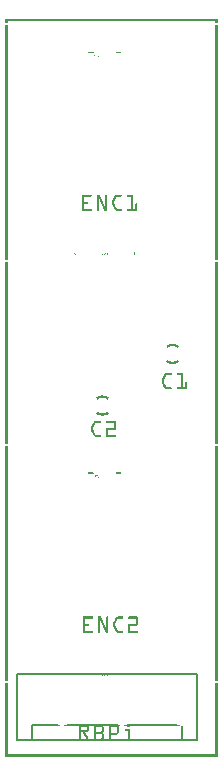
<source format=gto>
G04 MADE WITH FRITZING*
G04 WWW.FRITZING.ORG*
G04 DOUBLE SIDED*
G04 HOLES PLATED*
G04 CONTOUR ON CENTER OF CONTOUR VECTOR*
%ASAXBY*%
%FSLAX23Y23*%
%MOIN*%
%OFA0B0*%
%SFA1.0B1.0*%
%ADD10C,0.005000*%
%ADD11R,0.001000X0.001000*%
%LNSILK1*%
G90*
G70*
G54D10*
X40Y275D02*
X40Y55D01*
D02*
X640Y275D02*
X640Y55D01*
D02*
X640Y275D02*
X40Y275D01*
D02*
X640Y55D02*
X590Y55D01*
D02*
X590Y55D02*
X90Y55D01*
D02*
X90Y55D02*
X40Y55D01*
D02*
X90Y55D02*
X90Y105D01*
G54D11*
X0Y2461D02*
X707Y2461D01*
X0Y2460D02*
X707Y2460D01*
X0Y2459D02*
X707Y2459D01*
X0Y2458D02*
X707Y2458D01*
X0Y2457D02*
X707Y2457D01*
X0Y2456D02*
X707Y2456D01*
X0Y2455D02*
X707Y2455D01*
X0Y2454D02*
X707Y2454D01*
X0Y2453D02*
X7Y2453D01*
X700Y2453D02*
X707Y2453D01*
X0Y2452D02*
X7Y2452D01*
X700Y2452D02*
X707Y2452D01*
X0Y2451D02*
X7Y2451D01*
X700Y2451D02*
X707Y2451D01*
X0Y2450D02*
X7Y2450D01*
X700Y2450D02*
X707Y2450D01*
X0Y2449D02*
X7Y2449D01*
X700Y2449D02*
X707Y2449D01*
X0Y2448D02*
X7Y2448D01*
X700Y2448D02*
X707Y2448D01*
X0Y2447D02*
X7Y2447D01*
X700Y2447D02*
X707Y2447D01*
X0Y2439D02*
X7Y2439D01*
X700Y2439D02*
X707Y2439D01*
X0Y2438D02*
X7Y2438D01*
X700Y2438D02*
X707Y2438D01*
X0Y2437D02*
X7Y2437D01*
X700Y2437D02*
X707Y2437D01*
X0Y2436D02*
X7Y2436D01*
X700Y2436D02*
X707Y2436D01*
X0Y2435D02*
X7Y2435D01*
X700Y2435D02*
X707Y2435D01*
X0Y2434D02*
X7Y2434D01*
X700Y2434D02*
X707Y2434D01*
X0Y2433D02*
X7Y2433D01*
X700Y2433D02*
X707Y2433D01*
X0Y2432D02*
X7Y2432D01*
X700Y2432D02*
X707Y2432D01*
X0Y2431D02*
X7Y2431D01*
X700Y2431D02*
X707Y2431D01*
X0Y2430D02*
X7Y2430D01*
X700Y2430D02*
X707Y2430D01*
X0Y2429D02*
X7Y2429D01*
X700Y2429D02*
X707Y2429D01*
X0Y2428D02*
X7Y2428D01*
X700Y2428D02*
X707Y2428D01*
X0Y2427D02*
X7Y2427D01*
X700Y2427D02*
X707Y2427D01*
X0Y2426D02*
X7Y2426D01*
X700Y2426D02*
X707Y2426D01*
X0Y2425D02*
X7Y2425D01*
X700Y2425D02*
X707Y2425D01*
X0Y2424D02*
X7Y2424D01*
X700Y2424D02*
X707Y2424D01*
X0Y2423D02*
X7Y2423D01*
X700Y2423D02*
X707Y2423D01*
X0Y2422D02*
X7Y2422D01*
X700Y2422D02*
X707Y2422D01*
X0Y2421D02*
X7Y2421D01*
X700Y2421D02*
X707Y2421D01*
X0Y2420D02*
X7Y2420D01*
X700Y2420D02*
X707Y2420D01*
X0Y2419D02*
X7Y2419D01*
X700Y2419D02*
X707Y2419D01*
X0Y2418D02*
X7Y2418D01*
X700Y2418D02*
X707Y2418D01*
X0Y2417D02*
X7Y2417D01*
X700Y2417D02*
X707Y2417D01*
X0Y2416D02*
X7Y2416D01*
X700Y2416D02*
X707Y2416D01*
X0Y2415D02*
X7Y2415D01*
X700Y2415D02*
X707Y2415D01*
X0Y2414D02*
X7Y2414D01*
X700Y2414D02*
X707Y2414D01*
X0Y2413D02*
X7Y2413D01*
X700Y2413D02*
X707Y2413D01*
X0Y2412D02*
X7Y2412D01*
X700Y2412D02*
X707Y2412D01*
X0Y2411D02*
X7Y2411D01*
X700Y2411D02*
X707Y2411D01*
X0Y2410D02*
X7Y2410D01*
X700Y2410D02*
X707Y2410D01*
X0Y2409D02*
X7Y2409D01*
X700Y2409D02*
X707Y2409D01*
X0Y2408D02*
X7Y2408D01*
X700Y2408D02*
X707Y2408D01*
X0Y2407D02*
X7Y2407D01*
X700Y2407D02*
X707Y2407D01*
X0Y2406D02*
X7Y2406D01*
X700Y2406D02*
X707Y2406D01*
X0Y2405D02*
X7Y2405D01*
X700Y2405D02*
X707Y2405D01*
X0Y2404D02*
X7Y2404D01*
X700Y2404D02*
X707Y2404D01*
X0Y2403D02*
X7Y2403D01*
X700Y2403D02*
X707Y2403D01*
X0Y2402D02*
X7Y2402D01*
X700Y2402D02*
X707Y2402D01*
X0Y2401D02*
X7Y2401D01*
X700Y2401D02*
X707Y2401D01*
X0Y2400D02*
X7Y2400D01*
X700Y2400D02*
X707Y2400D01*
X0Y2399D02*
X7Y2399D01*
X700Y2399D02*
X707Y2399D01*
X0Y2398D02*
X7Y2398D01*
X700Y2398D02*
X707Y2398D01*
X0Y2397D02*
X7Y2397D01*
X700Y2397D02*
X707Y2397D01*
X0Y2396D02*
X7Y2396D01*
X700Y2396D02*
X707Y2396D01*
X0Y2395D02*
X7Y2395D01*
X700Y2395D02*
X707Y2395D01*
X0Y2394D02*
X7Y2394D01*
X700Y2394D02*
X707Y2394D01*
X0Y2393D02*
X7Y2393D01*
X700Y2393D02*
X707Y2393D01*
X0Y2392D02*
X7Y2392D01*
X700Y2392D02*
X707Y2392D01*
X0Y2391D02*
X7Y2391D01*
X700Y2391D02*
X707Y2391D01*
X0Y2390D02*
X7Y2390D01*
X700Y2390D02*
X707Y2390D01*
X0Y2389D02*
X7Y2389D01*
X700Y2389D02*
X707Y2389D01*
X0Y2388D02*
X7Y2388D01*
X700Y2388D02*
X707Y2388D01*
X0Y2387D02*
X7Y2387D01*
X700Y2387D02*
X707Y2387D01*
X0Y2386D02*
X7Y2386D01*
X700Y2386D02*
X707Y2386D01*
X0Y2385D02*
X7Y2385D01*
X700Y2385D02*
X707Y2385D01*
X0Y2384D02*
X7Y2384D01*
X700Y2384D02*
X707Y2384D01*
X0Y2383D02*
X7Y2383D01*
X700Y2383D02*
X707Y2383D01*
X0Y2382D02*
X7Y2382D01*
X700Y2382D02*
X707Y2382D01*
X0Y2381D02*
X7Y2381D01*
X700Y2381D02*
X707Y2381D01*
X0Y2380D02*
X7Y2380D01*
X700Y2380D02*
X707Y2380D01*
X0Y2379D02*
X7Y2379D01*
X700Y2379D02*
X707Y2379D01*
X0Y2378D02*
X7Y2378D01*
X700Y2378D02*
X707Y2378D01*
X0Y2377D02*
X7Y2377D01*
X700Y2377D02*
X707Y2377D01*
X0Y2376D02*
X7Y2376D01*
X700Y2376D02*
X707Y2376D01*
X0Y2375D02*
X7Y2375D01*
X700Y2375D02*
X707Y2375D01*
X0Y2374D02*
X7Y2374D01*
X700Y2374D02*
X707Y2374D01*
X0Y2373D02*
X7Y2373D01*
X700Y2373D02*
X707Y2373D01*
X0Y2372D02*
X7Y2372D01*
X700Y2372D02*
X707Y2372D01*
X0Y2371D02*
X7Y2371D01*
X700Y2371D02*
X707Y2371D01*
X0Y2370D02*
X7Y2370D01*
X700Y2370D02*
X707Y2370D01*
X0Y2369D02*
X7Y2369D01*
X700Y2369D02*
X707Y2369D01*
X0Y2368D02*
X7Y2368D01*
X700Y2368D02*
X707Y2368D01*
X0Y2367D02*
X7Y2367D01*
X700Y2367D02*
X707Y2367D01*
X0Y2366D02*
X7Y2366D01*
X700Y2366D02*
X707Y2366D01*
X0Y2365D02*
X7Y2365D01*
X700Y2365D02*
X707Y2365D01*
X0Y2364D02*
X7Y2364D01*
X700Y2364D02*
X707Y2364D01*
X0Y2363D02*
X7Y2363D01*
X700Y2363D02*
X707Y2363D01*
X0Y2362D02*
X7Y2362D01*
X700Y2362D02*
X707Y2362D01*
X0Y2361D02*
X7Y2361D01*
X700Y2361D02*
X707Y2361D01*
X0Y2360D02*
X7Y2360D01*
X700Y2360D02*
X707Y2360D01*
X0Y2359D02*
X7Y2359D01*
X700Y2359D02*
X707Y2359D01*
X0Y2358D02*
X7Y2358D01*
X700Y2358D02*
X707Y2358D01*
X0Y2357D02*
X7Y2357D01*
X700Y2357D02*
X707Y2357D01*
X0Y2356D02*
X7Y2356D01*
X700Y2356D02*
X707Y2356D01*
X0Y2355D02*
X7Y2355D01*
X700Y2355D02*
X707Y2355D01*
X0Y2354D02*
X7Y2354D01*
X700Y2354D02*
X707Y2354D01*
X0Y2353D02*
X7Y2353D01*
X700Y2353D02*
X707Y2353D01*
X0Y2352D02*
X7Y2352D01*
X700Y2352D02*
X707Y2352D01*
X0Y2351D02*
X7Y2351D01*
X700Y2351D02*
X707Y2351D01*
X0Y2350D02*
X7Y2350D01*
X276Y2350D02*
X292Y2350D01*
X370Y2350D02*
X386Y2350D01*
X700Y2350D02*
X707Y2350D01*
X0Y2349D02*
X7Y2349D01*
X276Y2349D02*
X293Y2349D01*
X369Y2349D02*
X386Y2349D01*
X700Y2349D02*
X707Y2349D01*
X0Y2348D02*
X7Y2348D01*
X276Y2348D02*
X293Y2348D01*
X369Y2348D02*
X386Y2348D01*
X700Y2348D02*
X707Y2348D01*
X0Y2347D02*
X7Y2347D01*
X276Y2347D02*
X293Y2347D01*
X369Y2347D02*
X386Y2347D01*
X700Y2347D02*
X707Y2347D01*
X0Y2346D02*
X7Y2346D01*
X276Y2346D02*
X292Y2346D01*
X370Y2346D02*
X386Y2346D01*
X700Y2346D02*
X707Y2346D01*
X0Y2345D02*
X7Y2345D01*
X700Y2345D02*
X707Y2345D01*
X0Y2344D02*
X7Y2344D01*
X700Y2344D02*
X707Y2344D01*
X0Y2343D02*
X7Y2343D01*
X700Y2343D02*
X707Y2343D01*
X0Y2342D02*
X7Y2342D01*
X700Y2342D02*
X707Y2342D01*
X0Y2341D02*
X7Y2341D01*
X700Y2341D02*
X707Y2341D01*
X0Y2340D02*
X7Y2340D01*
X298Y2340D02*
X301Y2340D01*
X303Y2340D02*
X303Y2340D01*
X307Y2340D02*
X308Y2340D01*
X311Y2340D02*
X311Y2340D01*
X700Y2340D02*
X707Y2340D01*
X0Y2339D02*
X7Y2339D01*
X297Y2339D02*
X297Y2339D01*
X304Y2339D02*
X304Y2339D01*
X307Y2339D02*
X308Y2339D01*
X311Y2339D02*
X311Y2339D01*
X700Y2339D02*
X707Y2339D01*
X0Y2338D02*
X7Y2338D01*
X297Y2338D02*
X298Y2338D01*
X304Y2338D02*
X304Y2338D01*
X308Y2338D02*
X308Y2338D01*
X311Y2338D02*
X311Y2338D01*
X700Y2338D02*
X707Y2338D01*
X0Y2337D02*
X7Y2337D01*
X298Y2337D02*
X300Y2337D01*
X304Y2337D02*
X304Y2337D01*
X306Y2337D02*
X306Y2337D01*
X308Y2337D02*
X308Y2337D01*
X311Y2337D02*
X311Y2337D01*
X700Y2337D02*
X707Y2337D01*
X0Y2336D02*
X7Y2336D01*
X301Y2336D02*
X301Y2336D01*
X304Y2336D02*
X304Y2336D01*
X306Y2336D02*
X306Y2336D01*
X309Y2336D02*
X310Y2336D01*
X700Y2336D02*
X707Y2336D01*
X0Y2335D02*
X7Y2335D01*
X301Y2335D02*
X301Y2335D01*
X305Y2335D02*
X306Y2335D01*
X309Y2335D02*
X310Y2335D01*
X700Y2335D02*
X707Y2335D01*
X0Y2334D02*
X7Y2334D01*
X297Y2334D02*
X298Y2334D01*
X300Y2334D02*
X301Y2334D01*
X305Y2334D02*
X306Y2334D01*
X309Y2334D02*
X310Y2334D01*
X700Y2334D02*
X707Y2334D01*
X0Y2333D02*
X7Y2333D01*
X700Y2333D02*
X707Y2333D01*
X0Y2332D02*
X7Y2332D01*
X700Y2332D02*
X707Y2332D01*
X0Y2331D02*
X7Y2331D01*
X700Y2331D02*
X707Y2331D01*
X0Y2330D02*
X7Y2330D01*
X700Y2330D02*
X707Y2330D01*
X0Y2329D02*
X7Y2329D01*
X700Y2329D02*
X707Y2329D01*
X0Y2328D02*
X7Y2328D01*
X700Y2328D02*
X707Y2328D01*
X0Y2327D02*
X7Y2327D01*
X700Y2327D02*
X707Y2327D01*
X0Y2326D02*
X7Y2326D01*
X700Y2326D02*
X707Y2326D01*
X0Y2325D02*
X7Y2325D01*
X700Y2325D02*
X707Y2325D01*
X0Y2324D02*
X7Y2324D01*
X700Y2324D02*
X707Y2324D01*
X0Y2323D02*
X7Y2323D01*
X700Y2323D02*
X707Y2323D01*
X0Y2322D02*
X7Y2322D01*
X700Y2322D02*
X707Y2322D01*
X0Y2321D02*
X7Y2321D01*
X700Y2321D02*
X707Y2321D01*
X0Y2320D02*
X7Y2320D01*
X700Y2320D02*
X707Y2320D01*
X0Y2319D02*
X7Y2319D01*
X700Y2319D02*
X707Y2319D01*
X0Y2318D02*
X7Y2318D01*
X700Y2318D02*
X707Y2318D01*
X0Y2317D02*
X7Y2317D01*
X700Y2317D02*
X707Y2317D01*
X0Y2316D02*
X7Y2316D01*
X700Y2316D02*
X707Y2316D01*
X0Y2315D02*
X7Y2315D01*
X700Y2315D02*
X707Y2315D01*
X0Y2314D02*
X7Y2314D01*
X700Y2314D02*
X707Y2314D01*
X0Y2313D02*
X7Y2313D01*
X700Y2313D02*
X707Y2313D01*
X0Y2312D02*
X7Y2312D01*
X700Y2312D02*
X707Y2312D01*
X0Y2311D02*
X7Y2311D01*
X700Y2311D02*
X707Y2311D01*
X0Y2310D02*
X7Y2310D01*
X700Y2310D02*
X707Y2310D01*
X0Y2309D02*
X7Y2309D01*
X700Y2309D02*
X707Y2309D01*
X0Y2308D02*
X7Y2308D01*
X700Y2308D02*
X707Y2308D01*
X0Y2307D02*
X7Y2307D01*
X700Y2307D02*
X707Y2307D01*
X0Y2306D02*
X7Y2306D01*
X700Y2306D02*
X707Y2306D01*
X0Y2305D02*
X7Y2305D01*
X700Y2305D02*
X707Y2305D01*
X0Y2304D02*
X7Y2304D01*
X700Y2304D02*
X707Y2304D01*
X0Y2303D02*
X7Y2303D01*
X700Y2303D02*
X707Y2303D01*
X0Y2302D02*
X7Y2302D01*
X700Y2302D02*
X707Y2302D01*
X0Y2301D02*
X7Y2301D01*
X700Y2301D02*
X707Y2301D01*
X0Y2300D02*
X7Y2300D01*
X700Y2300D02*
X707Y2300D01*
X0Y2299D02*
X7Y2299D01*
X700Y2299D02*
X707Y2299D01*
X0Y2298D02*
X7Y2298D01*
X700Y2298D02*
X707Y2298D01*
X0Y2297D02*
X7Y2297D01*
X700Y2297D02*
X707Y2297D01*
X0Y2296D02*
X7Y2296D01*
X700Y2296D02*
X707Y2296D01*
X0Y2295D02*
X7Y2295D01*
X700Y2295D02*
X707Y2295D01*
X0Y2294D02*
X7Y2294D01*
X700Y2294D02*
X707Y2294D01*
X0Y2293D02*
X7Y2293D01*
X700Y2293D02*
X707Y2293D01*
X0Y2292D02*
X7Y2292D01*
X700Y2292D02*
X707Y2292D01*
X0Y2291D02*
X7Y2291D01*
X700Y2291D02*
X707Y2291D01*
X0Y2290D02*
X7Y2290D01*
X700Y2290D02*
X707Y2290D01*
X0Y2289D02*
X7Y2289D01*
X700Y2289D02*
X707Y2289D01*
X0Y2288D02*
X7Y2288D01*
X700Y2288D02*
X707Y2288D01*
X0Y2287D02*
X7Y2287D01*
X700Y2287D02*
X707Y2287D01*
X0Y2286D02*
X7Y2286D01*
X700Y2286D02*
X707Y2286D01*
X0Y2285D02*
X7Y2285D01*
X700Y2285D02*
X707Y2285D01*
X0Y2284D02*
X7Y2284D01*
X700Y2284D02*
X707Y2284D01*
X0Y2283D02*
X7Y2283D01*
X700Y2283D02*
X707Y2283D01*
X0Y2282D02*
X7Y2282D01*
X700Y2282D02*
X707Y2282D01*
X0Y2281D02*
X7Y2281D01*
X700Y2281D02*
X707Y2281D01*
X0Y2280D02*
X7Y2280D01*
X700Y2280D02*
X707Y2280D01*
X0Y2279D02*
X7Y2279D01*
X700Y2279D02*
X707Y2279D01*
X0Y2278D02*
X7Y2278D01*
X700Y2278D02*
X707Y2278D01*
X0Y2277D02*
X7Y2277D01*
X700Y2277D02*
X707Y2277D01*
X0Y2276D02*
X7Y2276D01*
X700Y2276D02*
X707Y2276D01*
X0Y2275D02*
X7Y2275D01*
X700Y2275D02*
X707Y2275D01*
X0Y2274D02*
X7Y2274D01*
X700Y2274D02*
X707Y2274D01*
X0Y2273D02*
X7Y2273D01*
X700Y2273D02*
X707Y2273D01*
X0Y2272D02*
X7Y2272D01*
X700Y2272D02*
X707Y2272D01*
X0Y2271D02*
X7Y2271D01*
X700Y2271D02*
X707Y2271D01*
X0Y2270D02*
X7Y2270D01*
X700Y2270D02*
X707Y2270D01*
X0Y2269D02*
X7Y2269D01*
X700Y2269D02*
X707Y2269D01*
X0Y2268D02*
X7Y2268D01*
X700Y2268D02*
X707Y2268D01*
X0Y2267D02*
X7Y2267D01*
X700Y2267D02*
X707Y2267D01*
X0Y2266D02*
X7Y2266D01*
X700Y2266D02*
X707Y2266D01*
X0Y2265D02*
X7Y2265D01*
X700Y2265D02*
X707Y2265D01*
X0Y2264D02*
X7Y2264D01*
X700Y2264D02*
X707Y2264D01*
X0Y2263D02*
X7Y2263D01*
X700Y2263D02*
X707Y2263D01*
X0Y2262D02*
X7Y2262D01*
X700Y2262D02*
X707Y2262D01*
X0Y2261D02*
X7Y2261D01*
X700Y2261D02*
X707Y2261D01*
X0Y2260D02*
X7Y2260D01*
X700Y2260D02*
X707Y2260D01*
X0Y2259D02*
X7Y2259D01*
X700Y2259D02*
X707Y2259D01*
X0Y2258D02*
X7Y2258D01*
X700Y2258D02*
X707Y2258D01*
X0Y2257D02*
X7Y2257D01*
X700Y2257D02*
X707Y2257D01*
X0Y2256D02*
X7Y2256D01*
X700Y2256D02*
X707Y2256D01*
X0Y2255D02*
X7Y2255D01*
X700Y2255D02*
X707Y2255D01*
X0Y2254D02*
X7Y2254D01*
X700Y2254D02*
X707Y2254D01*
X0Y2253D02*
X7Y2253D01*
X700Y2253D02*
X707Y2253D01*
X0Y2252D02*
X7Y2252D01*
X700Y2252D02*
X707Y2252D01*
X0Y2251D02*
X7Y2251D01*
X700Y2251D02*
X707Y2251D01*
X0Y2250D02*
X7Y2250D01*
X700Y2250D02*
X707Y2250D01*
X0Y2249D02*
X7Y2249D01*
X700Y2249D02*
X707Y2249D01*
X0Y2248D02*
X7Y2248D01*
X700Y2248D02*
X707Y2248D01*
X0Y2247D02*
X7Y2247D01*
X700Y2247D02*
X707Y2247D01*
X0Y2246D02*
X7Y2246D01*
X700Y2246D02*
X707Y2246D01*
X0Y2245D02*
X7Y2245D01*
X700Y2245D02*
X707Y2245D01*
X0Y2244D02*
X7Y2244D01*
X700Y2244D02*
X707Y2244D01*
X0Y2243D02*
X7Y2243D01*
X700Y2243D02*
X707Y2243D01*
X0Y2242D02*
X7Y2242D01*
X700Y2242D02*
X707Y2242D01*
X0Y2241D02*
X7Y2241D01*
X700Y2241D02*
X707Y2241D01*
X0Y2240D02*
X7Y2240D01*
X700Y2240D02*
X707Y2240D01*
X0Y2239D02*
X7Y2239D01*
X700Y2239D02*
X707Y2239D01*
X0Y2238D02*
X7Y2238D01*
X700Y2238D02*
X707Y2238D01*
X0Y2237D02*
X7Y2237D01*
X700Y2237D02*
X707Y2237D01*
X0Y2236D02*
X7Y2236D01*
X700Y2236D02*
X707Y2236D01*
X0Y2235D02*
X7Y2235D01*
X700Y2235D02*
X707Y2235D01*
X0Y2234D02*
X7Y2234D01*
X700Y2234D02*
X707Y2234D01*
X0Y2233D02*
X7Y2233D01*
X700Y2233D02*
X707Y2233D01*
X0Y2232D02*
X7Y2232D01*
X700Y2232D02*
X707Y2232D01*
X0Y2231D02*
X7Y2231D01*
X700Y2231D02*
X707Y2231D01*
X0Y2230D02*
X7Y2230D01*
X700Y2230D02*
X707Y2230D01*
X0Y2229D02*
X7Y2229D01*
X700Y2229D02*
X707Y2229D01*
X0Y2228D02*
X7Y2228D01*
X700Y2228D02*
X707Y2228D01*
X0Y2227D02*
X7Y2227D01*
X700Y2227D02*
X707Y2227D01*
X0Y2226D02*
X7Y2226D01*
X700Y2226D02*
X707Y2226D01*
X0Y2225D02*
X7Y2225D01*
X700Y2225D02*
X707Y2225D01*
X0Y2224D02*
X7Y2224D01*
X700Y2224D02*
X707Y2224D01*
X0Y2223D02*
X7Y2223D01*
X700Y2223D02*
X707Y2223D01*
X0Y2222D02*
X7Y2222D01*
X700Y2222D02*
X707Y2222D01*
X0Y2221D02*
X7Y2221D01*
X700Y2221D02*
X707Y2221D01*
X0Y2220D02*
X7Y2220D01*
X700Y2220D02*
X707Y2220D01*
X0Y2219D02*
X7Y2219D01*
X700Y2219D02*
X707Y2219D01*
X0Y2218D02*
X7Y2218D01*
X700Y2218D02*
X707Y2218D01*
X0Y2217D02*
X7Y2217D01*
X700Y2217D02*
X707Y2217D01*
X0Y2216D02*
X7Y2216D01*
X700Y2216D02*
X707Y2216D01*
X0Y2215D02*
X7Y2215D01*
X700Y2215D02*
X707Y2215D01*
X0Y2214D02*
X7Y2214D01*
X700Y2214D02*
X707Y2214D01*
X0Y2213D02*
X7Y2213D01*
X700Y2213D02*
X707Y2213D01*
X0Y2212D02*
X7Y2212D01*
X700Y2212D02*
X707Y2212D01*
X0Y2211D02*
X7Y2211D01*
X700Y2211D02*
X707Y2211D01*
X0Y2210D02*
X7Y2210D01*
X700Y2210D02*
X707Y2210D01*
X0Y2209D02*
X7Y2209D01*
X700Y2209D02*
X707Y2209D01*
X0Y2208D02*
X7Y2208D01*
X700Y2208D02*
X707Y2208D01*
X0Y2207D02*
X7Y2207D01*
X700Y2207D02*
X707Y2207D01*
X0Y2206D02*
X7Y2206D01*
X700Y2206D02*
X707Y2206D01*
X0Y2205D02*
X7Y2205D01*
X700Y2205D02*
X707Y2205D01*
X0Y2204D02*
X7Y2204D01*
X700Y2204D02*
X707Y2204D01*
X0Y2203D02*
X7Y2203D01*
X700Y2203D02*
X707Y2203D01*
X0Y2202D02*
X7Y2202D01*
X700Y2202D02*
X707Y2202D01*
X0Y2201D02*
X7Y2201D01*
X700Y2201D02*
X707Y2201D01*
X0Y2200D02*
X7Y2200D01*
X700Y2200D02*
X707Y2200D01*
X0Y2199D02*
X7Y2199D01*
X700Y2199D02*
X707Y2199D01*
X0Y2198D02*
X7Y2198D01*
X700Y2198D02*
X707Y2198D01*
X0Y2197D02*
X7Y2197D01*
X700Y2197D02*
X707Y2197D01*
X0Y2196D02*
X7Y2196D01*
X700Y2196D02*
X707Y2196D01*
X0Y2195D02*
X7Y2195D01*
X700Y2195D02*
X707Y2195D01*
X0Y2194D02*
X7Y2194D01*
X700Y2194D02*
X707Y2194D01*
X0Y2193D02*
X7Y2193D01*
X700Y2193D02*
X707Y2193D01*
X0Y2192D02*
X7Y2192D01*
X700Y2192D02*
X707Y2192D01*
X0Y2191D02*
X7Y2191D01*
X700Y2191D02*
X707Y2191D01*
X0Y2190D02*
X7Y2190D01*
X700Y2190D02*
X707Y2190D01*
X0Y2189D02*
X7Y2189D01*
X700Y2189D02*
X707Y2189D01*
X0Y2188D02*
X7Y2188D01*
X700Y2188D02*
X707Y2188D01*
X0Y2187D02*
X7Y2187D01*
X700Y2187D02*
X707Y2187D01*
X0Y2186D02*
X7Y2186D01*
X700Y2186D02*
X707Y2186D01*
X0Y2185D02*
X7Y2185D01*
X700Y2185D02*
X707Y2185D01*
X0Y2184D02*
X7Y2184D01*
X700Y2184D02*
X707Y2184D01*
X0Y2183D02*
X7Y2183D01*
X700Y2183D02*
X707Y2183D01*
X0Y2182D02*
X7Y2182D01*
X700Y2182D02*
X707Y2182D01*
X0Y2181D02*
X7Y2181D01*
X700Y2181D02*
X707Y2181D01*
X0Y2180D02*
X7Y2180D01*
X700Y2180D02*
X707Y2180D01*
X0Y2179D02*
X7Y2179D01*
X700Y2179D02*
X707Y2179D01*
X0Y2178D02*
X7Y2178D01*
X700Y2178D02*
X707Y2178D01*
X0Y2177D02*
X7Y2177D01*
X700Y2177D02*
X707Y2177D01*
X0Y2176D02*
X7Y2176D01*
X700Y2176D02*
X707Y2176D01*
X0Y2175D02*
X7Y2175D01*
X700Y2175D02*
X707Y2175D01*
X0Y2174D02*
X7Y2174D01*
X700Y2174D02*
X707Y2174D01*
X0Y2173D02*
X7Y2173D01*
X700Y2173D02*
X707Y2173D01*
X0Y2172D02*
X7Y2172D01*
X700Y2172D02*
X707Y2172D01*
X0Y2171D02*
X7Y2171D01*
X700Y2171D02*
X707Y2171D01*
X0Y2170D02*
X7Y2170D01*
X700Y2170D02*
X707Y2170D01*
X0Y2169D02*
X7Y2169D01*
X700Y2169D02*
X707Y2169D01*
X0Y2168D02*
X7Y2168D01*
X700Y2168D02*
X707Y2168D01*
X0Y2167D02*
X7Y2167D01*
X700Y2167D02*
X707Y2167D01*
X0Y2166D02*
X7Y2166D01*
X700Y2166D02*
X707Y2166D01*
X0Y2165D02*
X7Y2165D01*
X700Y2165D02*
X707Y2165D01*
X0Y2164D02*
X7Y2164D01*
X700Y2164D02*
X707Y2164D01*
X0Y2163D02*
X7Y2163D01*
X700Y2163D02*
X707Y2163D01*
X0Y2162D02*
X7Y2162D01*
X700Y2162D02*
X707Y2162D01*
X0Y2161D02*
X7Y2161D01*
X700Y2161D02*
X707Y2161D01*
X0Y2160D02*
X7Y2160D01*
X700Y2160D02*
X707Y2160D01*
X0Y2159D02*
X7Y2159D01*
X700Y2159D02*
X707Y2159D01*
X0Y2158D02*
X7Y2158D01*
X700Y2158D02*
X707Y2158D01*
X0Y2157D02*
X7Y2157D01*
X700Y2157D02*
X707Y2157D01*
X0Y2156D02*
X7Y2156D01*
X700Y2156D02*
X707Y2156D01*
X0Y2155D02*
X7Y2155D01*
X700Y2155D02*
X707Y2155D01*
X0Y2154D02*
X7Y2154D01*
X700Y2154D02*
X707Y2154D01*
X0Y2153D02*
X7Y2153D01*
X700Y2153D02*
X707Y2153D01*
X0Y2152D02*
X7Y2152D01*
X700Y2152D02*
X707Y2152D01*
X0Y2151D02*
X7Y2151D01*
X700Y2151D02*
X707Y2151D01*
X0Y2150D02*
X7Y2150D01*
X700Y2150D02*
X707Y2150D01*
X0Y2149D02*
X7Y2149D01*
X700Y2149D02*
X707Y2149D01*
X0Y2148D02*
X7Y2148D01*
X700Y2148D02*
X707Y2148D01*
X0Y2147D02*
X7Y2147D01*
X700Y2147D02*
X707Y2147D01*
X0Y2146D02*
X7Y2146D01*
X700Y2146D02*
X707Y2146D01*
X0Y2145D02*
X7Y2145D01*
X700Y2145D02*
X707Y2145D01*
X0Y2144D02*
X7Y2144D01*
X700Y2144D02*
X707Y2144D01*
X0Y2143D02*
X7Y2143D01*
X700Y2143D02*
X707Y2143D01*
X0Y2142D02*
X7Y2142D01*
X700Y2142D02*
X707Y2142D01*
X0Y2141D02*
X7Y2141D01*
X700Y2141D02*
X707Y2141D01*
X0Y2140D02*
X7Y2140D01*
X700Y2140D02*
X707Y2140D01*
X0Y2139D02*
X7Y2139D01*
X700Y2139D02*
X707Y2139D01*
X0Y2138D02*
X7Y2138D01*
X700Y2138D02*
X707Y2138D01*
X0Y2137D02*
X7Y2137D01*
X700Y2137D02*
X707Y2137D01*
X0Y2136D02*
X7Y2136D01*
X700Y2136D02*
X707Y2136D01*
X0Y2135D02*
X7Y2135D01*
X700Y2135D02*
X707Y2135D01*
X0Y2134D02*
X7Y2134D01*
X700Y2134D02*
X707Y2134D01*
X0Y2133D02*
X7Y2133D01*
X700Y2133D02*
X707Y2133D01*
X0Y2132D02*
X7Y2132D01*
X700Y2132D02*
X707Y2132D01*
X0Y2131D02*
X7Y2131D01*
X700Y2131D02*
X707Y2131D01*
X0Y2130D02*
X7Y2130D01*
X700Y2130D02*
X707Y2130D01*
X0Y2129D02*
X7Y2129D01*
X700Y2129D02*
X707Y2129D01*
X0Y2128D02*
X7Y2128D01*
X700Y2128D02*
X707Y2128D01*
X0Y2127D02*
X7Y2127D01*
X700Y2127D02*
X707Y2127D01*
X0Y2126D02*
X7Y2126D01*
X700Y2126D02*
X707Y2126D01*
X0Y2125D02*
X7Y2125D01*
X700Y2125D02*
X707Y2125D01*
X0Y2124D02*
X7Y2124D01*
X700Y2124D02*
X707Y2124D01*
X0Y2123D02*
X7Y2123D01*
X700Y2123D02*
X707Y2123D01*
X0Y2122D02*
X7Y2122D01*
X700Y2122D02*
X707Y2122D01*
X0Y2121D02*
X7Y2121D01*
X700Y2121D02*
X707Y2121D01*
X0Y2120D02*
X7Y2120D01*
X700Y2120D02*
X707Y2120D01*
X0Y2119D02*
X7Y2119D01*
X700Y2119D02*
X707Y2119D01*
X0Y2118D02*
X7Y2118D01*
X700Y2118D02*
X707Y2118D01*
X0Y2117D02*
X7Y2117D01*
X700Y2117D02*
X707Y2117D01*
X0Y2116D02*
X7Y2116D01*
X700Y2116D02*
X707Y2116D01*
X0Y2115D02*
X7Y2115D01*
X700Y2115D02*
X707Y2115D01*
X0Y2114D02*
X7Y2114D01*
X700Y2114D02*
X707Y2114D01*
X0Y2113D02*
X7Y2113D01*
X700Y2113D02*
X707Y2113D01*
X0Y2112D02*
X7Y2112D01*
X700Y2112D02*
X707Y2112D01*
X0Y2111D02*
X7Y2111D01*
X700Y2111D02*
X707Y2111D01*
X0Y2110D02*
X7Y2110D01*
X700Y2110D02*
X707Y2110D01*
X0Y2109D02*
X7Y2109D01*
X700Y2109D02*
X707Y2109D01*
X0Y2108D02*
X7Y2108D01*
X700Y2108D02*
X707Y2108D01*
X0Y2107D02*
X7Y2107D01*
X700Y2107D02*
X707Y2107D01*
X0Y2106D02*
X7Y2106D01*
X700Y2106D02*
X707Y2106D01*
X0Y2105D02*
X7Y2105D01*
X700Y2105D02*
X707Y2105D01*
X0Y2104D02*
X7Y2104D01*
X700Y2104D02*
X707Y2104D01*
X0Y2103D02*
X7Y2103D01*
X700Y2103D02*
X707Y2103D01*
X0Y2102D02*
X7Y2102D01*
X700Y2102D02*
X707Y2102D01*
X0Y2101D02*
X7Y2101D01*
X700Y2101D02*
X707Y2101D01*
X0Y2100D02*
X7Y2100D01*
X700Y2100D02*
X707Y2100D01*
X0Y2099D02*
X7Y2099D01*
X700Y2099D02*
X707Y2099D01*
X0Y2098D02*
X7Y2098D01*
X700Y2098D02*
X707Y2098D01*
X0Y2097D02*
X7Y2097D01*
X700Y2097D02*
X707Y2097D01*
X0Y2096D02*
X7Y2096D01*
X700Y2096D02*
X707Y2096D01*
X0Y2095D02*
X7Y2095D01*
X700Y2095D02*
X707Y2095D01*
X0Y2094D02*
X7Y2094D01*
X700Y2094D02*
X707Y2094D01*
X0Y2093D02*
X7Y2093D01*
X700Y2093D02*
X707Y2093D01*
X0Y2092D02*
X7Y2092D01*
X700Y2092D02*
X707Y2092D01*
X0Y2091D02*
X7Y2091D01*
X700Y2091D02*
X707Y2091D01*
X0Y2090D02*
X7Y2090D01*
X700Y2090D02*
X707Y2090D01*
X0Y2089D02*
X7Y2089D01*
X700Y2089D02*
X707Y2089D01*
X0Y2088D02*
X7Y2088D01*
X700Y2088D02*
X707Y2088D01*
X0Y2087D02*
X7Y2087D01*
X700Y2087D02*
X707Y2087D01*
X0Y2086D02*
X7Y2086D01*
X700Y2086D02*
X707Y2086D01*
X0Y2085D02*
X7Y2085D01*
X700Y2085D02*
X707Y2085D01*
X0Y2084D02*
X7Y2084D01*
X700Y2084D02*
X707Y2084D01*
X0Y2083D02*
X7Y2083D01*
X700Y2083D02*
X707Y2083D01*
X0Y2082D02*
X7Y2082D01*
X700Y2082D02*
X707Y2082D01*
X0Y2081D02*
X7Y2081D01*
X700Y2081D02*
X707Y2081D01*
X0Y2080D02*
X7Y2080D01*
X700Y2080D02*
X707Y2080D01*
X0Y2079D02*
X7Y2079D01*
X700Y2079D02*
X707Y2079D01*
X0Y2078D02*
X7Y2078D01*
X700Y2078D02*
X707Y2078D01*
X0Y2077D02*
X7Y2077D01*
X700Y2077D02*
X707Y2077D01*
X0Y2076D02*
X7Y2076D01*
X700Y2076D02*
X707Y2076D01*
X0Y2075D02*
X7Y2075D01*
X700Y2075D02*
X707Y2075D01*
X0Y2074D02*
X7Y2074D01*
X700Y2074D02*
X707Y2074D01*
X0Y2073D02*
X7Y2073D01*
X700Y2073D02*
X707Y2073D01*
X0Y2072D02*
X7Y2072D01*
X700Y2072D02*
X707Y2072D01*
X0Y2071D02*
X7Y2071D01*
X700Y2071D02*
X707Y2071D01*
X0Y2070D02*
X7Y2070D01*
X700Y2070D02*
X707Y2070D01*
X0Y2069D02*
X7Y2069D01*
X700Y2069D02*
X707Y2069D01*
X0Y2068D02*
X7Y2068D01*
X700Y2068D02*
X707Y2068D01*
X0Y2067D02*
X7Y2067D01*
X700Y2067D02*
X707Y2067D01*
X0Y2066D02*
X7Y2066D01*
X700Y2066D02*
X707Y2066D01*
X0Y2065D02*
X7Y2065D01*
X700Y2065D02*
X707Y2065D01*
X0Y2064D02*
X7Y2064D01*
X700Y2064D02*
X707Y2064D01*
X0Y2063D02*
X7Y2063D01*
X700Y2063D02*
X707Y2063D01*
X0Y2062D02*
X7Y2062D01*
X700Y2062D02*
X707Y2062D01*
X0Y2061D02*
X7Y2061D01*
X700Y2061D02*
X707Y2061D01*
X0Y2060D02*
X7Y2060D01*
X700Y2060D02*
X707Y2060D01*
X0Y2059D02*
X7Y2059D01*
X700Y2059D02*
X707Y2059D01*
X0Y2058D02*
X7Y2058D01*
X700Y2058D02*
X707Y2058D01*
X0Y2057D02*
X7Y2057D01*
X700Y2057D02*
X707Y2057D01*
X0Y2056D02*
X7Y2056D01*
X700Y2056D02*
X707Y2056D01*
X0Y2055D02*
X7Y2055D01*
X700Y2055D02*
X707Y2055D01*
X0Y2054D02*
X7Y2054D01*
X700Y2054D02*
X707Y2054D01*
X0Y2053D02*
X7Y2053D01*
X700Y2053D02*
X707Y2053D01*
X0Y2052D02*
X7Y2052D01*
X700Y2052D02*
X707Y2052D01*
X0Y2051D02*
X7Y2051D01*
X700Y2051D02*
X707Y2051D01*
X0Y2050D02*
X7Y2050D01*
X700Y2050D02*
X707Y2050D01*
X0Y2049D02*
X7Y2049D01*
X700Y2049D02*
X707Y2049D01*
X0Y2048D02*
X7Y2048D01*
X700Y2048D02*
X707Y2048D01*
X0Y2047D02*
X7Y2047D01*
X700Y2047D02*
X707Y2047D01*
X0Y2046D02*
X7Y2046D01*
X700Y2046D02*
X707Y2046D01*
X0Y2045D02*
X7Y2045D01*
X700Y2045D02*
X707Y2045D01*
X0Y2044D02*
X7Y2044D01*
X700Y2044D02*
X707Y2044D01*
X0Y2043D02*
X7Y2043D01*
X700Y2043D02*
X707Y2043D01*
X0Y2042D02*
X7Y2042D01*
X700Y2042D02*
X707Y2042D01*
X0Y2041D02*
X7Y2041D01*
X700Y2041D02*
X707Y2041D01*
X0Y2040D02*
X7Y2040D01*
X700Y2040D02*
X707Y2040D01*
X0Y2039D02*
X7Y2039D01*
X700Y2039D02*
X707Y2039D01*
X0Y2038D02*
X7Y2038D01*
X700Y2038D02*
X707Y2038D01*
X0Y2037D02*
X7Y2037D01*
X700Y2037D02*
X707Y2037D01*
X0Y2036D02*
X7Y2036D01*
X700Y2036D02*
X707Y2036D01*
X0Y2035D02*
X7Y2035D01*
X700Y2035D02*
X707Y2035D01*
X0Y2034D02*
X7Y2034D01*
X700Y2034D02*
X707Y2034D01*
X0Y2033D02*
X7Y2033D01*
X700Y2033D02*
X707Y2033D01*
X0Y2032D02*
X7Y2032D01*
X700Y2032D02*
X707Y2032D01*
X0Y2031D02*
X7Y2031D01*
X700Y2031D02*
X707Y2031D01*
X0Y2030D02*
X7Y2030D01*
X700Y2030D02*
X707Y2030D01*
X0Y2029D02*
X7Y2029D01*
X700Y2029D02*
X707Y2029D01*
X0Y2028D02*
X7Y2028D01*
X700Y2028D02*
X707Y2028D01*
X0Y2027D02*
X7Y2027D01*
X700Y2027D02*
X707Y2027D01*
X0Y2026D02*
X7Y2026D01*
X700Y2026D02*
X707Y2026D01*
X0Y2025D02*
X7Y2025D01*
X700Y2025D02*
X707Y2025D01*
X0Y2024D02*
X7Y2024D01*
X700Y2024D02*
X707Y2024D01*
X0Y2023D02*
X7Y2023D01*
X700Y2023D02*
X707Y2023D01*
X0Y2022D02*
X7Y2022D01*
X700Y2022D02*
X707Y2022D01*
X0Y2021D02*
X7Y2021D01*
X700Y2021D02*
X707Y2021D01*
X0Y2020D02*
X7Y2020D01*
X700Y2020D02*
X707Y2020D01*
X0Y2019D02*
X7Y2019D01*
X700Y2019D02*
X707Y2019D01*
X0Y2018D02*
X7Y2018D01*
X700Y2018D02*
X707Y2018D01*
X0Y2017D02*
X7Y2017D01*
X700Y2017D02*
X707Y2017D01*
X0Y2016D02*
X7Y2016D01*
X700Y2016D02*
X707Y2016D01*
X0Y2015D02*
X7Y2015D01*
X700Y2015D02*
X707Y2015D01*
X0Y2014D02*
X7Y2014D01*
X700Y2014D02*
X707Y2014D01*
X0Y2013D02*
X7Y2013D01*
X700Y2013D02*
X707Y2013D01*
X0Y2012D02*
X7Y2012D01*
X700Y2012D02*
X707Y2012D01*
X0Y2011D02*
X7Y2011D01*
X700Y2011D02*
X707Y2011D01*
X0Y2010D02*
X7Y2010D01*
X700Y2010D02*
X707Y2010D01*
X0Y2009D02*
X7Y2009D01*
X700Y2009D02*
X707Y2009D01*
X0Y2008D02*
X7Y2008D01*
X700Y2008D02*
X707Y2008D01*
X0Y2007D02*
X7Y2007D01*
X700Y2007D02*
X707Y2007D01*
X0Y2006D02*
X7Y2006D01*
X700Y2006D02*
X707Y2006D01*
X0Y2005D02*
X7Y2005D01*
X700Y2005D02*
X707Y2005D01*
X0Y2004D02*
X7Y2004D01*
X700Y2004D02*
X707Y2004D01*
X0Y2003D02*
X7Y2003D01*
X700Y2003D02*
X707Y2003D01*
X0Y2002D02*
X7Y2002D01*
X700Y2002D02*
X707Y2002D01*
X0Y2001D02*
X7Y2001D01*
X700Y2001D02*
X707Y2001D01*
X0Y2000D02*
X7Y2000D01*
X700Y2000D02*
X707Y2000D01*
X0Y1999D02*
X7Y1999D01*
X700Y1999D02*
X707Y1999D01*
X0Y1998D02*
X7Y1998D01*
X700Y1998D02*
X707Y1998D01*
X0Y1997D02*
X7Y1997D01*
X700Y1997D02*
X707Y1997D01*
X0Y1996D02*
X7Y1996D01*
X700Y1996D02*
X707Y1996D01*
X0Y1995D02*
X7Y1995D01*
X700Y1995D02*
X707Y1995D01*
X0Y1994D02*
X7Y1994D01*
X700Y1994D02*
X707Y1994D01*
X0Y1993D02*
X7Y1993D01*
X700Y1993D02*
X707Y1993D01*
X0Y1992D02*
X7Y1992D01*
X700Y1992D02*
X707Y1992D01*
X0Y1991D02*
X7Y1991D01*
X700Y1991D02*
X707Y1991D01*
X0Y1990D02*
X7Y1990D01*
X700Y1990D02*
X707Y1990D01*
X0Y1989D02*
X7Y1989D01*
X700Y1989D02*
X707Y1989D01*
X0Y1988D02*
X7Y1988D01*
X700Y1988D02*
X707Y1988D01*
X0Y1987D02*
X7Y1987D01*
X700Y1987D02*
X707Y1987D01*
X0Y1986D02*
X7Y1986D01*
X700Y1986D02*
X707Y1986D01*
X0Y1985D02*
X7Y1985D01*
X700Y1985D02*
X707Y1985D01*
X0Y1984D02*
X7Y1984D01*
X700Y1984D02*
X707Y1984D01*
X0Y1983D02*
X7Y1983D01*
X700Y1983D02*
X707Y1983D01*
X0Y1982D02*
X7Y1982D01*
X700Y1982D02*
X707Y1982D01*
X0Y1981D02*
X7Y1981D01*
X700Y1981D02*
X707Y1981D01*
X0Y1980D02*
X7Y1980D01*
X700Y1980D02*
X707Y1980D01*
X0Y1979D02*
X7Y1979D01*
X700Y1979D02*
X707Y1979D01*
X0Y1978D02*
X7Y1978D01*
X700Y1978D02*
X707Y1978D01*
X0Y1977D02*
X7Y1977D01*
X700Y1977D02*
X707Y1977D01*
X0Y1976D02*
X7Y1976D01*
X700Y1976D02*
X707Y1976D01*
X0Y1975D02*
X7Y1975D01*
X700Y1975D02*
X707Y1975D01*
X0Y1974D02*
X7Y1974D01*
X700Y1974D02*
X707Y1974D01*
X0Y1973D02*
X7Y1973D01*
X700Y1973D02*
X707Y1973D01*
X0Y1972D02*
X7Y1972D01*
X700Y1972D02*
X707Y1972D01*
X0Y1971D02*
X7Y1971D01*
X700Y1971D02*
X707Y1971D01*
X0Y1970D02*
X7Y1970D01*
X700Y1970D02*
X707Y1970D01*
X0Y1969D02*
X7Y1969D01*
X700Y1969D02*
X707Y1969D01*
X0Y1968D02*
X7Y1968D01*
X700Y1968D02*
X707Y1968D01*
X0Y1967D02*
X7Y1967D01*
X700Y1967D02*
X707Y1967D01*
X0Y1966D02*
X7Y1966D01*
X700Y1966D02*
X707Y1966D01*
X0Y1965D02*
X7Y1965D01*
X700Y1965D02*
X707Y1965D01*
X0Y1964D02*
X7Y1964D01*
X700Y1964D02*
X707Y1964D01*
X0Y1963D02*
X7Y1963D01*
X700Y1963D02*
X707Y1963D01*
X0Y1962D02*
X7Y1962D01*
X700Y1962D02*
X707Y1962D01*
X0Y1961D02*
X7Y1961D01*
X700Y1961D02*
X707Y1961D01*
X0Y1960D02*
X7Y1960D01*
X700Y1960D02*
X707Y1960D01*
X0Y1959D02*
X7Y1959D01*
X700Y1959D02*
X707Y1959D01*
X0Y1958D02*
X7Y1958D01*
X700Y1958D02*
X707Y1958D01*
X0Y1957D02*
X7Y1957D01*
X700Y1957D02*
X707Y1957D01*
X0Y1956D02*
X7Y1956D01*
X700Y1956D02*
X707Y1956D01*
X0Y1955D02*
X7Y1955D01*
X700Y1955D02*
X707Y1955D01*
X0Y1954D02*
X7Y1954D01*
X700Y1954D02*
X707Y1954D01*
X0Y1953D02*
X7Y1953D01*
X700Y1953D02*
X707Y1953D01*
X0Y1952D02*
X7Y1952D01*
X700Y1952D02*
X707Y1952D01*
X0Y1951D02*
X7Y1951D01*
X700Y1951D02*
X707Y1951D01*
X0Y1950D02*
X7Y1950D01*
X700Y1950D02*
X707Y1950D01*
X0Y1949D02*
X7Y1949D01*
X700Y1949D02*
X707Y1949D01*
X0Y1948D02*
X7Y1948D01*
X700Y1948D02*
X707Y1948D01*
X0Y1947D02*
X7Y1947D01*
X700Y1947D02*
X707Y1947D01*
X0Y1946D02*
X7Y1946D01*
X700Y1946D02*
X707Y1946D01*
X0Y1945D02*
X7Y1945D01*
X700Y1945D02*
X707Y1945D01*
X0Y1944D02*
X7Y1944D01*
X700Y1944D02*
X707Y1944D01*
X0Y1943D02*
X7Y1943D01*
X700Y1943D02*
X707Y1943D01*
X0Y1942D02*
X7Y1942D01*
X700Y1942D02*
X707Y1942D01*
X0Y1941D02*
X7Y1941D01*
X700Y1941D02*
X707Y1941D01*
X0Y1940D02*
X7Y1940D01*
X700Y1940D02*
X707Y1940D01*
X0Y1939D02*
X7Y1939D01*
X700Y1939D02*
X707Y1939D01*
X0Y1938D02*
X7Y1938D01*
X700Y1938D02*
X707Y1938D01*
X0Y1937D02*
X7Y1937D01*
X700Y1937D02*
X707Y1937D01*
X0Y1936D02*
X7Y1936D01*
X700Y1936D02*
X707Y1936D01*
X0Y1935D02*
X7Y1935D01*
X700Y1935D02*
X707Y1935D01*
X0Y1934D02*
X7Y1934D01*
X700Y1934D02*
X707Y1934D01*
X0Y1933D02*
X7Y1933D01*
X700Y1933D02*
X707Y1933D01*
X0Y1932D02*
X7Y1932D01*
X700Y1932D02*
X707Y1932D01*
X0Y1931D02*
X7Y1931D01*
X700Y1931D02*
X707Y1931D01*
X0Y1930D02*
X7Y1930D01*
X700Y1930D02*
X707Y1930D01*
X0Y1929D02*
X7Y1929D01*
X700Y1929D02*
X707Y1929D01*
X0Y1928D02*
X7Y1928D01*
X700Y1928D02*
X707Y1928D01*
X0Y1927D02*
X7Y1927D01*
X700Y1927D02*
X707Y1927D01*
X0Y1926D02*
X7Y1926D01*
X700Y1926D02*
X707Y1926D01*
X0Y1925D02*
X7Y1925D01*
X700Y1925D02*
X707Y1925D01*
X0Y1924D02*
X7Y1924D01*
X700Y1924D02*
X707Y1924D01*
X0Y1923D02*
X7Y1923D01*
X700Y1923D02*
X707Y1923D01*
X0Y1922D02*
X7Y1922D01*
X700Y1922D02*
X707Y1922D01*
X0Y1921D02*
X7Y1921D01*
X700Y1921D02*
X707Y1921D01*
X0Y1920D02*
X7Y1920D01*
X700Y1920D02*
X707Y1920D01*
X0Y1919D02*
X7Y1919D01*
X700Y1919D02*
X707Y1919D01*
X0Y1918D02*
X7Y1918D01*
X700Y1918D02*
X707Y1918D01*
X0Y1917D02*
X7Y1917D01*
X700Y1917D02*
X707Y1917D01*
X0Y1916D02*
X7Y1916D01*
X700Y1916D02*
X707Y1916D01*
X0Y1915D02*
X7Y1915D01*
X700Y1915D02*
X707Y1915D01*
X0Y1914D02*
X7Y1914D01*
X700Y1914D02*
X707Y1914D01*
X0Y1913D02*
X7Y1913D01*
X700Y1913D02*
X707Y1913D01*
X0Y1912D02*
X7Y1912D01*
X700Y1912D02*
X707Y1912D01*
X0Y1911D02*
X7Y1911D01*
X700Y1911D02*
X707Y1911D01*
X0Y1910D02*
X7Y1910D01*
X700Y1910D02*
X707Y1910D01*
X0Y1909D02*
X7Y1909D01*
X700Y1909D02*
X707Y1909D01*
X0Y1908D02*
X7Y1908D01*
X700Y1908D02*
X707Y1908D01*
X0Y1907D02*
X7Y1907D01*
X700Y1907D02*
X707Y1907D01*
X0Y1906D02*
X7Y1906D01*
X700Y1906D02*
X707Y1906D01*
X0Y1905D02*
X7Y1905D01*
X700Y1905D02*
X707Y1905D01*
X0Y1904D02*
X7Y1904D01*
X700Y1904D02*
X707Y1904D01*
X0Y1903D02*
X7Y1903D01*
X700Y1903D02*
X707Y1903D01*
X0Y1902D02*
X7Y1902D01*
X700Y1902D02*
X707Y1902D01*
X0Y1901D02*
X7Y1901D01*
X700Y1901D02*
X707Y1901D01*
X0Y1900D02*
X7Y1900D01*
X700Y1900D02*
X707Y1900D01*
X0Y1899D02*
X7Y1899D01*
X700Y1899D02*
X707Y1899D01*
X0Y1898D02*
X7Y1898D01*
X700Y1898D02*
X707Y1898D01*
X0Y1897D02*
X7Y1897D01*
X700Y1897D02*
X707Y1897D01*
X0Y1896D02*
X7Y1896D01*
X700Y1896D02*
X707Y1896D01*
X0Y1895D02*
X7Y1895D01*
X700Y1895D02*
X707Y1895D01*
X0Y1894D02*
X7Y1894D01*
X700Y1894D02*
X707Y1894D01*
X0Y1893D02*
X7Y1893D01*
X700Y1893D02*
X707Y1893D01*
X0Y1892D02*
X7Y1892D01*
X700Y1892D02*
X707Y1892D01*
X0Y1891D02*
X7Y1891D01*
X700Y1891D02*
X707Y1891D01*
X0Y1890D02*
X7Y1890D01*
X700Y1890D02*
X707Y1890D01*
X0Y1889D02*
X7Y1889D01*
X700Y1889D02*
X707Y1889D01*
X0Y1888D02*
X7Y1888D01*
X700Y1888D02*
X707Y1888D01*
X0Y1887D02*
X7Y1887D01*
X700Y1887D02*
X707Y1887D01*
X0Y1886D02*
X7Y1886D01*
X700Y1886D02*
X707Y1886D01*
X0Y1885D02*
X7Y1885D01*
X700Y1885D02*
X707Y1885D01*
X0Y1884D02*
X7Y1884D01*
X700Y1884D02*
X707Y1884D01*
X0Y1883D02*
X7Y1883D01*
X700Y1883D02*
X707Y1883D01*
X0Y1882D02*
X7Y1882D01*
X700Y1882D02*
X707Y1882D01*
X0Y1881D02*
X7Y1881D01*
X700Y1881D02*
X707Y1881D01*
X0Y1880D02*
X7Y1880D01*
X700Y1880D02*
X707Y1880D01*
X0Y1879D02*
X7Y1879D01*
X700Y1879D02*
X707Y1879D01*
X0Y1878D02*
X7Y1878D01*
X700Y1878D02*
X707Y1878D01*
X0Y1877D02*
X7Y1877D01*
X700Y1877D02*
X707Y1877D01*
X0Y1876D02*
X7Y1876D01*
X700Y1876D02*
X707Y1876D01*
X0Y1875D02*
X7Y1875D01*
X700Y1875D02*
X707Y1875D01*
X0Y1874D02*
X7Y1874D01*
X255Y1874D02*
X287Y1874D01*
X305Y1874D02*
X314Y1874D01*
X334Y1874D02*
X337Y1874D01*
X369Y1874D02*
X387Y1874D01*
X406Y1874D02*
X425Y1874D01*
X700Y1874D02*
X707Y1874D01*
X0Y1873D02*
X7Y1873D01*
X255Y1873D02*
X288Y1873D01*
X305Y1873D02*
X314Y1873D01*
X333Y1873D02*
X338Y1873D01*
X367Y1873D02*
X388Y1873D01*
X405Y1873D02*
X425Y1873D01*
X700Y1873D02*
X707Y1873D01*
X0Y1872D02*
X7Y1872D01*
X255Y1872D02*
X289Y1872D01*
X305Y1872D02*
X315Y1872D01*
X333Y1872D02*
X339Y1872D01*
X366Y1872D02*
X389Y1872D01*
X405Y1872D02*
X425Y1872D01*
X700Y1872D02*
X707Y1872D01*
X0Y1871D02*
X7Y1871D01*
X255Y1871D02*
X289Y1871D01*
X305Y1871D02*
X315Y1871D01*
X333Y1871D02*
X339Y1871D01*
X365Y1871D02*
X389Y1871D01*
X405Y1871D02*
X425Y1871D01*
X700Y1871D02*
X707Y1871D01*
X0Y1870D02*
X7Y1870D01*
X255Y1870D02*
X288Y1870D01*
X305Y1870D02*
X315Y1870D01*
X333Y1870D02*
X339Y1870D01*
X364Y1870D02*
X388Y1870D01*
X405Y1870D02*
X425Y1870D01*
X700Y1870D02*
X707Y1870D01*
X0Y1869D02*
X7Y1869D01*
X255Y1869D02*
X288Y1869D01*
X305Y1869D02*
X316Y1869D01*
X333Y1869D02*
X339Y1869D01*
X364Y1869D02*
X388Y1869D01*
X406Y1869D02*
X425Y1869D01*
X700Y1869D02*
X707Y1869D01*
X0Y1868D02*
X7Y1868D01*
X255Y1868D02*
X286Y1868D01*
X305Y1868D02*
X316Y1868D01*
X333Y1868D02*
X339Y1868D01*
X363Y1868D02*
X386Y1868D01*
X407Y1868D02*
X425Y1868D01*
X700Y1868D02*
X707Y1868D01*
X0Y1867D02*
X7Y1867D01*
X255Y1867D02*
X261Y1867D01*
X305Y1867D02*
X317Y1867D01*
X333Y1867D02*
X339Y1867D01*
X363Y1867D02*
X370Y1867D01*
X419Y1867D02*
X425Y1867D01*
X700Y1867D02*
X707Y1867D01*
X0Y1866D02*
X7Y1866D01*
X255Y1866D02*
X261Y1866D01*
X305Y1866D02*
X317Y1866D01*
X333Y1866D02*
X339Y1866D01*
X362Y1866D02*
X369Y1866D01*
X419Y1866D02*
X425Y1866D01*
X700Y1866D02*
X707Y1866D01*
X0Y1865D02*
X7Y1865D01*
X255Y1865D02*
X261Y1865D01*
X305Y1865D02*
X318Y1865D01*
X333Y1865D02*
X339Y1865D01*
X362Y1865D02*
X369Y1865D01*
X419Y1865D02*
X425Y1865D01*
X700Y1865D02*
X707Y1865D01*
X0Y1864D02*
X7Y1864D01*
X255Y1864D02*
X261Y1864D01*
X305Y1864D02*
X318Y1864D01*
X333Y1864D02*
X339Y1864D01*
X361Y1864D02*
X368Y1864D01*
X419Y1864D02*
X425Y1864D01*
X700Y1864D02*
X707Y1864D01*
X0Y1863D02*
X7Y1863D01*
X255Y1863D02*
X261Y1863D01*
X305Y1863D02*
X319Y1863D01*
X333Y1863D02*
X339Y1863D01*
X361Y1863D02*
X368Y1863D01*
X419Y1863D02*
X425Y1863D01*
X700Y1863D02*
X707Y1863D01*
X0Y1862D02*
X7Y1862D01*
X255Y1862D02*
X261Y1862D01*
X305Y1862D02*
X319Y1862D01*
X333Y1862D02*
X339Y1862D01*
X360Y1862D02*
X367Y1862D01*
X419Y1862D02*
X425Y1862D01*
X700Y1862D02*
X707Y1862D01*
X0Y1861D02*
X7Y1861D01*
X255Y1861D02*
X261Y1861D01*
X305Y1861D02*
X311Y1861D01*
X313Y1861D02*
X319Y1861D01*
X333Y1861D02*
X339Y1861D01*
X360Y1861D02*
X367Y1861D01*
X419Y1861D02*
X425Y1861D01*
X700Y1861D02*
X707Y1861D01*
X0Y1860D02*
X7Y1860D01*
X255Y1860D02*
X261Y1860D01*
X305Y1860D02*
X311Y1860D01*
X313Y1860D02*
X320Y1860D01*
X333Y1860D02*
X339Y1860D01*
X359Y1860D02*
X366Y1860D01*
X419Y1860D02*
X425Y1860D01*
X700Y1860D02*
X707Y1860D01*
X0Y1859D02*
X7Y1859D01*
X255Y1859D02*
X261Y1859D01*
X305Y1859D02*
X311Y1859D01*
X314Y1859D02*
X320Y1859D01*
X333Y1859D02*
X339Y1859D01*
X359Y1859D02*
X366Y1859D01*
X419Y1859D02*
X425Y1859D01*
X700Y1859D02*
X707Y1859D01*
X0Y1858D02*
X7Y1858D01*
X255Y1858D02*
X261Y1858D01*
X305Y1858D02*
X311Y1858D01*
X314Y1858D02*
X321Y1858D01*
X333Y1858D02*
X339Y1858D01*
X358Y1858D02*
X365Y1858D01*
X419Y1858D02*
X425Y1858D01*
X700Y1858D02*
X707Y1858D01*
X0Y1857D02*
X7Y1857D01*
X255Y1857D02*
X261Y1857D01*
X305Y1857D02*
X311Y1857D01*
X314Y1857D02*
X321Y1857D01*
X333Y1857D02*
X339Y1857D01*
X358Y1857D02*
X365Y1857D01*
X419Y1857D02*
X425Y1857D01*
X700Y1857D02*
X707Y1857D01*
X0Y1856D02*
X7Y1856D01*
X255Y1856D02*
X261Y1856D01*
X305Y1856D02*
X311Y1856D01*
X315Y1856D02*
X322Y1856D01*
X333Y1856D02*
X339Y1856D01*
X357Y1856D02*
X364Y1856D01*
X419Y1856D02*
X425Y1856D01*
X700Y1856D02*
X707Y1856D01*
X0Y1855D02*
X7Y1855D01*
X255Y1855D02*
X261Y1855D01*
X305Y1855D02*
X311Y1855D01*
X315Y1855D02*
X322Y1855D01*
X333Y1855D02*
X339Y1855D01*
X357Y1855D02*
X364Y1855D01*
X419Y1855D02*
X425Y1855D01*
X700Y1855D02*
X707Y1855D01*
X0Y1854D02*
X7Y1854D01*
X255Y1854D02*
X261Y1854D01*
X305Y1854D02*
X311Y1854D01*
X316Y1854D02*
X322Y1854D01*
X333Y1854D02*
X339Y1854D01*
X356Y1854D02*
X363Y1854D01*
X419Y1854D02*
X425Y1854D01*
X700Y1854D02*
X707Y1854D01*
X0Y1853D02*
X7Y1853D01*
X255Y1853D02*
X261Y1853D01*
X305Y1853D02*
X311Y1853D01*
X316Y1853D02*
X323Y1853D01*
X333Y1853D02*
X339Y1853D01*
X356Y1853D02*
X363Y1853D01*
X419Y1853D02*
X425Y1853D01*
X700Y1853D02*
X707Y1853D01*
X0Y1852D02*
X7Y1852D01*
X255Y1852D02*
X261Y1852D01*
X305Y1852D02*
X311Y1852D01*
X317Y1852D02*
X323Y1852D01*
X333Y1852D02*
X339Y1852D01*
X356Y1852D02*
X362Y1852D01*
X419Y1852D02*
X425Y1852D01*
X700Y1852D02*
X707Y1852D01*
X0Y1851D02*
X7Y1851D01*
X255Y1851D02*
X273Y1851D01*
X305Y1851D02*
X311Y1851D01*
X317Y1851D02*
X324Y1851D01*
X333Y1851D02*
X339Y1851D01*
X355Y1851D02*
X362Y1851D01*
X419Y1851D02*
X425Y1851D01*
X700Y1851D02*
X707Y1851D01*
X0Y1850D02*
X7Y1850D01*
X255Y1850D02*
X274Y1850D01*
X305Y1850D02*
X311Y1850D01*
X318Y1850D02*
X324Y1850D01*
X333Y1850D02*
X339Y1850D01*
X355Y1850D02*
X361Y1850D01*
X419Y1850D02*
X425Y1850D01*
X700Y1850D02*
X707Y1850D01*
X0Y1849D02*
X7Y1849D01*
X255Y1849D02*
X275Y1849D01*
X305Y1849D02*
X311Y1849D01*
X318Y1849D02*
X325Y1849D01*
X333Y1849D02*
X339Y1849D01*
X355Y1849D02*
X361Y1849D01*
X419Y1849D02*
X425Y1849D01*
X700Y1849D02*
X707Y1849D01*
X0Y1848D02*
X7Y1848D01*
X255Y1848D02*
X275Y1848D01*
X305Y1848D02*
X311Y1848D01*
X318Y1848D02*
X325Y1848D01*
X333Y1848D02*
X339Y1848D01*
X355Y1848D02*
X361Y1848D01*
X419Y1848D02*
X425Y1848D01*
X700Y1848D02*
X707Y1848D01*
X0Y1847D02*
X7Y1847D01*
X255Y1847D02*
X275Y1847D01*
X305Y1847D02*
X311Y1847D01*
X319Y1847D02*
X326Y1847D01*
X333Y1847D02*
X339Y1847D01*
X355Y1847D02*
X361Y1847D01*
X419Y1847D02*
X425Y1847D01*
X700Y1847D02*
X707Y1847D01*
X0Y1846D02*
X7Y1846D01*
X255Y1846D02*
X274Y1846D01*
X305Y1846D02*
X311Y1846D01*
X319Y1846D02*
X326Y1846D01*
X333Y1846D02*
X339Y1846D01*
X355Y1846D02*
X361Y1846D01*
X419Y1846D02*
X425Y1846D01*
X700Y1846D02*
X707Y1846D01*
X0Y1845D02*
X7Y1845D01*
X255Y1845D02*
X274Y1845D01*
X305Y1845D02*
X311Y1845D01*
X320Y1845D02*
X326Y1845D01*
X333Y1845D02*
X339Y1845D01*
X355Y1845D02*
X361Y1845D01*
X419Y1845D02*
X425Y1845D01*
X435Y1845D02*
X437Y1845D01*
X700Y1845D02*
X707Y1845D01*
X0Y1844D02*
X7Y1844D01*
X255Y1844D02*
X261Y1844D01*
X305Y1844D02*
X311Y1844D01*
X320Y1844D02*
X327Y1844D01*
X333Y1844D02*
X339Y1844D01*
X356Y1844D02*
X362Y1844D01*
X419Y1844D02*
X425Y1844D01*
X433Y1844D02*
X438Y1844D01*
X700Y1844D02*
X707Y1844D01*
X0Y1843D02*
X7Y1843D01*
X255Y1843D02*
X261Y1843D01*
X305Y1843D02*
X311Y1843D01*
X321Y1843D02*
X327Y1843D01*
X333Y1843D02*
X339Y1843D01*
X356Y1843D02*
X362Y1843D01*
X419Y1843D02*
X425Y1843D01*
X433Y1843D02*
X438Y1843D01*
X700Y1843D02*
X707Y1843D01*
X0Y1842D02*
X7Y1842D01*
X255Y1842D02*
X261Y1842D01*
X305Y1842D02*
X311Y1842D01*
X321Y1842D02*
X328Y1842D01*
X333Y1842D02*
X339Y1842D01*
X356Y1842D02*
X363Y1842D01*
X419Y1842D02*
X425Y1842D01*
X433Y1842D02*
X439Y1842D01*
X700Y1842D02*
X707Y1842D01*
X0Y1841D02*
X7Y1841D01*
X255Y1841D02*
X261Y1841D01*
X305Y1841D02*
X311Y1841D01*
X321Y1841D02*
X328Y1841D01*
X333Y1841D02*
X339Y1841D01*
X357Y1841D02*
X363Y1841D01*
X419Y1841D02*
X425Y1841D01*
X433Y1841D02*
X439Y1841D01*
X700Y1841D02*
X707Y1841D01*
X0Y1840D02*
X7Y1840D01*
X255Y1840D02*
X261Y1840D01*
X305Y1840D02*
X311Y1840D01*
X322Y1840D02*
X329Y1840D01*
X333Y1840D02*
X339Y1840D01*
X357Y1840D02*
X364Y1840D01*
X419Y1840D02*
X425Y1840D01*
X433Y1840D02*
X439Y1840D01*
X700Y1840D02*
X707Y1840D01*
X0Y1839D02*
X7Y1839D01*
X255Y1839D02*
X261Y1839D01*
X305Y1839D02*
X311Y1839D01*
X322Y1839D02*
X329Y1839D01*
X333Y1839D02*
X339Y1839D01*
X357Y1839D02*
X364Y1839D01*
X419Y1839D02*
X425Y1839D01*
X433Y1839D02*
X439Y1839D01*
X700Y1839D02*
X707Y1839D01*
X0Y1838D02*
X7Y1838D01*
X255Y1838D02*
X261Y1838D01*
X305Y1838D02*
X311Y1838D01*
X323Y1838D02*
X329Y1838D01*
X333Y1838D02*
X339Y1838D01*
X358Y1838D02*
X365Y1838D01*
X419Y1838D02*
X425Y1838D01*
X433Y1838D02*
X439Y1838D01*
X700Y1838D02*
X707Y1838D01*
X0Y1837D02*
X7Y1837D01*
X255Y1837D02*
X261Y1837D01*
X305Y1837D02*
X311Y1837D01*
X323Y1837D02*
X330Y1837D01*
X333Y1837D02*
X339Y1837D01*
X358Y1837D02*
X365Y1837D01*
X419Y1837D02*
X425Y1837D01*
X433Y1837D02*
X439Y1837D01*
X700Y1837D02*
X707Y1837D01*
X0Y1836D02*
X7Y1836D01*
X255Y1836D02*
X261Y1836D01*
X305Y1836D02*
X311Y1836D01*
X324Y1836D02*
X330Y1836D01*
X333Y1836D02*
X339Y1836D01*
X359Y1836D02*
X366Y1836D01*
X419Y1836D02*
X425Y1836D01*
X433Y1836D02*
X439Y1836D01*
X700Y1836D02*
X707Y1836D01*
X0Y1835D02*
X7Y1835D01*
X255Y1835D02*
X261Y1835D01*
X305Y1835D02*
X311Y1835D01*
X324Y1835D02*
X331Y1835D01*
X333Y1835D02*
X339Y1835D01*
X359Y1835D02*
X366Y1835D01*
X419Y1835D02*
X425Y1835D01*
X433Y1835D02*
X439Y1835D01*
X700Y1835D02*
X707Y1835D01*
X0Y1834D02*
X7Y1834D01*
X255Y1834D02*
X261Y1834D01*
X305Y1834D02*
X311Y1834D01*
X325Y1834D02*
X339Y1834D01*
X360Y1834D02*
X367Y1834D01*
X419Y1834D02*
X425Y1834D01*
X433Y1834D02*
X439Y1834D01*
X700Y1834D02*
X707Y1834D01*
X0Y1833D02*
X7Y1833D01*
X255Y1833D02*
X261Y1833D01*
X305Y1833D02*
X311Y1833D01*
X325Y1833D02*
X339Y1833D01*
X360Y1833D02*
X367Y1833D01*
X419Y1833D02*
X425Y1833D01*
X433Y1833D02*
X439Y1833D01*
X700Y1833D02*
X707Y1833D01*
X0Y1832D02*
X7Y1832D01*
X255Y1832D02*
X261Y1832D01*
X305Y1832D02*
X311Y1832D01*
X325Y1832D02*
X339Y1832D01*
X361Y1832D02*
X368Y1832D01*
X419Y1832D02*
X425Y1832D01*
X433Y1832D02*
X439Y1832D01*
X700Y1832D02*
X707Y1832D01*
X0Y1831D02*
X7Y1831D01*
X255Y1831D02*
X261Y1831D01*
X305Y1831D02*
X311Y1831D01*
X326Y1831D02*
X339Y1831D01*
X361Y1831D02*
X368Y1831D01*
X419Y1831D02*
X425Y1831D01*
X433Y1831D02*
X439Y1831D01*
X700Y1831D02*
X707Y1831D01*
X0Y1830D02*
X7Y1830D01*
X255Y1830D02*
X261Y1830D01*
X305Y1830D02*
X311Y1830D01*
X326Y1830D02*
X339Y1830D01*
X362Y1830D02*
X369Y1830D01*
X419Y1830D02*
X425Y1830D01*
X433Y1830D02*
X439Y1830D01*
X700Y1830D02*
X707Y1830D01*
X0Y1829D02*
X7Y1829D01*
X255Y1829D02*
X261Y1829D01*
X305Y1829D02*
X311Y1829D01*
X327Y1829D02*
X339Y1829D01*
X362Y1829D02*
X369Y1829D01*
X419Y1829D02*
X425Y1829D01*
X433Y1829D02*
X439Y1829D01*
X700Y1829D02*
X707Y1829D01*
X0Y1828D02*
X7Y1828D01*
X255Y1828D02*
X261Y1828D01*
X305Y1828D02*
X311Y1828D01*
X327Y1828D02*
X339Y1828D01*
X363Y1828D02*
X371Y1828D01*
X419Y1828D02*
X425Y1828D01*
X433Y1828D02*
X439Y1828D01*
X700Y1828D02*
X707Y1828D01*
X0Y1827D02*
X7Y1827D01*
X255Y1827D02*
X287Y1827D01*
X305Y1827D02*
X311Y1827D01*
X328Y1827D02*
X339Y1827D01*
X364Y1827D02*
X387Y1827D01*
X407Y1827D02*
X439Y1827D01*
X700Y1827D02*
X707Y1827D01*
X0Y1826D02*
X7Y1826D01*
X255Y1826D02*
X288Y1826D01*
X305Y1826D02*
X311Y1826D01*
X328Y1826D02*
X339Y1826D01*
X364Y1826D02*
X388Y1826D01*
X406Y1826D02*
X439Y1826D01*
X700Y1826D02*
X707Y1826D01*
X0Y1825D02*
X7Y1825D01*
X255Y1825D02*
X289Y1825D01*
X305Y1825D02*
X311Y1825D01*
X328Y1825D02*
X339Y1825D01*
X365Y1825D02*
X389Y1825D01*
X405Y1825D02*
X439Y1825D01*
X700Y1825D02*
X707Y1825D01*
X0Y1824D02*
X7Y1824D01*
X255Y1824D02*
X289Y1824D01*
X305Y1824D02*
X311Y1824D01*
X329Y1824D02*
X339Y1824D01*
X366Y1824D02*
X389Y1824D01*
X405Y1824D02*
X439Y1824D01*
X700Y1824D02*
X707Y1824D01*
X0Y1823D02*
X7Y1823D01*
X255Y1823D02*
X289Y1823D01*
X305Y1823D02*
X311Y1823D01*
X329Y1823D02*
X339Y1823D01*
X367Y1823D02*
X388Y1823D01*
X405Y1823D02*
X438Y1823D01*
X700Y1823D02*
X707Y1823D01*
X0Y1822D02*
X7Y1822D01*
X255Y1822D02*
X288Y1822D01*
X306Y1822D02*
X310Y1822D01*
X330Y1822D02*
X339Y1822D01*
X368Y1822D02*
X388Y1822D01*
X406Y1822D02*
X438Y1822D01*
X700Y1822D02*
X707Y1822D01*
X0Y1821D02*
X7Y1821D01*
X255Y1821D02*
X287Y1821D01*
X307Y1821D02*
X309Y1821D01*
X330Y1821D02*
X339Y1821D01*
X370Y1821D02*
X387Y1821D01*
X407Y1821D02*
X437Y1821D01*
X700Y1821D02*
X707Y1821D01*
X0Y1820D02*
X7Y1820D01*
X700Y1820D02*
X707Y1820D01*
X0Y1819D02*
X7Y1819D01*
X700Y1819D02*
X707Y1819D01*
X0Y1818D02*
X7Y1818D01*
X700Y1818D02*
X707Y1818D01*
X0Y1817D02*
X7Y1817D01*
X700Y1817D02*
X707Y1817D01*
X0Y1816D02*
X7Y1816D01*
X700Y1816D02*
X707Y1816D01*
X0Y1815D02*
X7Y1815D01*
X700Y1815D02*
X707Y1815D01*
X0Y1814D02*
X7Y1814D01*
X700Y1814D02*
X707Y1814D01*
X0Y1813D02*
X7Y1813D01*
X700Y1813D02*
X707Y1813D01*
X0Y1812D02*
X7Y1812D01*
X700Y1812D02*
X707Y1812D01*
X0Y1811D02*
X7Y1811D01*
X700Y1811D02*
X707Y1811D01*
X0Y1810D02*
X7Y1810D01*
X700Y1810D02*
X707Y1810D01*
X0Y1809D02*
X7Y1809D01*
X700Y1809D02*
X707Y1809D01*
X0Y1808D02*
X7Y1808D01*
X700Y1808D02*
X707Y1808D01*
X0Y1807D02*
X7Y1807D01*
X700Y1807D02*
X707Y1807D01*
X0Y1806D02*
X7Y1806D01*
X700Y1806D02*
X707Y1806D01*
X0Y1805D02*
X7Y1805D01*
X700Y1805D02*
X707Y1805D01*
X0Y1804D02*
X7Y1804D01*
X700Y1804D02*
X707Y1804D01*
X0Y1803D02*
X7Y1803D01*
X700Y1803D02*
X707Y1803D01*
X0Y1802D02*
X7Y1802D01*
X700Y1802D02*
X707Y1802D01*
X0Y1801D02*
X7Y1801D01*
X700Y1801D02*
X707Y1801D01*
X0Y1800D02*
X7Y1800D01*
X700Y1800D02*
X707Y1800D01*
X0Y1799D02*
X7Y1799D01*
X700Y1799D02*
X707Y1799D01*
X0Y1798D02*
X7Y1798D01*
X700Y1798D02*
X707Y1798D01*
X0Y1797D02*
X7Y1797D01*
X700Y1797D02*
X707Y1797D01*
X0Y1796D02*
X7Y1796D01*
X700Y1796D02*
X707Y1796D01*
X0Y1795D02*
X7Y1795D01*
X700Y1795D02*
X707Y1795D01*
X0Y1794D02*
X7Y1794D01*
X700Y1794D02*
X707Y1794D01*
X0Y1793D02*
X7Y1793D01*
X700Y1793D02*
X707Y1793D01*
X0Y1792D02*
X7Y1792D01*
X700Y1792D02*
X707Y1792D01*
X0Y1791D02*
X7Y1791D01*
X700Y1791D02*
X707Y1791D01*
X0Y1790D02*
X7Y1790D01*
X700Y1790D02*
X707Y1790D01*
X0Y1789D02*
X7Y1789D01*
X700Y1789D02*
X707Y1789D01*
X0Y1788D02*
X7Y1788D01*
X700Y1788D02*
X707Y1788D01*
X0Y1787D02*
X7Y1787D01*
X700Y1787D02*
X707Y1787D01*
X0Y1786D02*
X7Y1786D01*
X700Y1786D02*
X707Y1786D01*
X0Y1785D02*
X7Y1785D01*
X700Y1785D02*
X707Y1785D01*
X0Y1784D02*
X7Y1784D01*
X700Y1784D02*
X707Y1784D01*
X0Y1783D02*
X7Y1783D01*
X700Y1783D02*
X707Y1783D01*
X0Y1782D02*
X7Y1782D01*
X700Y1782D02*
X707Y1782D01*
X0Y1781D02*
X7Y1781D01*
X700Y1781D02*
X707Y1781D01*
X0Y1780D02*
X7Y1780D01*
X700Y1780D02*
X707Y1780D01*
X0Y1779D02*
X7Y1779D01*
X700Y1779D02*
X707Y1779D01*
X0Y1778D02*
X7Y1778D01*
X700Y1778D02*
X707Y1778D01*
X0Y1777D02*
X7Y1777D01*
X700Y1777D02*
X707Y1777D01*
X0Y1776D02*
X7Y1776D01*
X700Y1776D02*
X707Y1776D01*
X0Y1775D02*
X7Y1775D01*
X700Y1775D02*
X707Y1775D01*
X0Y1774D02*
X7Y1774D01*
X700Y1774D02*
X707Y1774D01*
X0Y1773D02*
X7Y1773D01*
X700Y1773D02*
X707Y1773D01*
X0Y1772D02*
X7Y1772D01*
X700Y1772D02*
X707Y1772D01*
X0Y1771D02*
X7Y1771D01*
X700Y1771D02*
X707Y1771D01*
X0Y1770D02*
X7Y1770D01*
X700Y1770D02*
X707Y1770D01*
X0Y1769D02*
X7Y1769D01*
X700Y1769D02*
X707Y1769D01*
X0Y1768D02*
X7Y1768D01*
X700Y1768D02*
X707Y1768D01*
X0Y1767D02*
X7Y1767D01*
X700Y1767D02*
X707Y1767D01*
X0Y1766D02*
X7Y1766D01*
X700Y1766D02*
X707Y1766D01*
X0Y1765D02*
X7Y1765D01*
X700Y1765D02*
X707Y1765D01*
X0Y1764D02*
X7Y1764D01*
X700Y1764D02*
X707Y1764D01*
X0Y1763D02*
X7Y1763D01*
X700Y1763D02*
X707Y1763D01*
X0Y1762D02*
X7Y1762D01*
X700Y1762D02*
X707Y1762D01*
X0Y1761D02*
X7Y1761D01*
X700Y1761D02*
X707Y1761D01*
X0Y1760D02*
X7Y1760D01*
X700Y1760D02*
X707Y1760D01*
X0Y1759D02*
X7Y1759D01*
X700Y1759D02*
X707Y1759D01*
X0Y1758D02*
X7Y1758D01*
X700Y1758D02*
X707Y1758D01*
X0Y1757D02*
X7Y1757D01*
X700Y1757D02*
X707Y1757D01*
X0Y1756D02*
X7Y1756D01*
X700Y1756D02*
X707Y1756D01*
X0Y1755D02*
X7Y1755D01*
X700Y1755D02*
X707Y1755D01*
X0Y1754D02*
X7Y1754D01*
X700Y1754D02*
X707Y1754D01*
X0Y1753D02*
X7Y1753D01*
X700Y1753D02*
X707Y1753D01*
X0Y1752D02*
X7Y1752D01*
X700Y1752D02*
X707Y1752D01*
X0Y1751D02*
X7Y1751D01*
X700Y1751D02*
X707Y1751D01*
X0Y1750D02*
X7Y1750D01*
X700Y1750D02*
X707Y1750D01*
X0Y1749D02*
X7Y1749D01*
X700Y1749D02*
X707Y1749D01*
X0Y1748D02*
X7Y1748D01*
X700Y1748D02*
X707Y1748D01*
X0Y1747D02*
X7Y1747D01*
X700Y1747D02*
X707Y1747D01*
X0Y1746D02*
X7Y1746D01*
X700Y1746D02*
X707Y1746D01*
X0Y1745D02*
X7Y1745D01*
X700Y1745D02*
X707Y1745D01*
X0Y1744D02*
X7Y1744D01*
X700Y1744D02*
X707Y1744D01*
X0Y1743D02*
X7Y1743D01*
X700Y1743D02*
X707Y1743D01*
X0Y1742D02*
X7Y1742D01*
X700Y1742D02*
X707Y1742D01*
X0Y1741D02*
X7Y1741D01*
X700Y1741D02*
X707Y1741D01*
X0Y1740D02*
X7Y1740D01*
X700Y1740D02*
X707Y1740D01*
X0Y1739D02*
X7Y1739D01*
X700Y1739D02*
X707Y1739D01*
X0Y1738D02*
X7Y1738D01*
X700Y1738D02*
X707Y1738D01*
X0Y1737D02*
X7Y1737D01*
X700Y1737D02*
X707Y1737D01*
X0Y1736D02*
X7Y1736D01*
X700Y1736D02*
X707Y1736D01*
X0Y1735D02*
X7Y1735D01*
X700Y1735D02*
X707Y1735D01*
X0Y1734D02*
X7Y1734D01*
X700Y1734D02*
X707Y1734D01*
X0Y1733D02*
X7Y1733D01*
X700Y1733D02*
X707Y1733D01*
X0Y1732D02*
X7Y1732D01*
X700Y1732D02*
X707Y1732D01*
X0Y1731D02*
X7Y1731D01*
X700Y1731D02*
X707Y1731D01*
X0Y1730D02*
X7Y1730D01*
X700Y1730D02*
X707Y1730D01*
X0Y1729D02*
X7Y1729D01*
X700Y1729D02*
X707Y1729D01*
X0Y1728D02*
X7Y1728D01*
X700Y1728D02*
X707Y1728D01*
X0Y1727D02*
X7Y1727D01*
X700Y1727D02*
X707Y1727D01*
X0Y1726D02*
X7Y1726D01*
X700Y1726D02*
X707Y1726D01*
X0Y1725D02*
X7Y1725D01*
X700Y1725D02*
X707Y1725D01*
X0Y1724D02*
X7Y1724D01*
X700Y1724D02*
X707Y1724D01*
X0Y1723D02*
X7Y1723D01*
X700Y1723D02*
X707Y1723D01*
X0Y1722D02*
X7Y1722D01*
X700Y1722D02*
X707Y1722D01*
X0Y1721D02*
X7Y1721D01*
X700Y1721D02*
X707Y1721D01*
X0Y1720D02*
X7Y1720D01*
X700Y1720D02*
X707Y1720D01*
X0Y1719D02*
X7Y1719D01*
X700Y1719D02*
X707Y1719D01*
X0Y1718D02*
X7Y1718D01*
X700Y1718D02*
X707Y1718D01*
X0Y1717D02*
X7Y1717D01*
X700Y1717D02*
X707Y1717D01*
X0Y1716D02*
X7Y1716D01*
X700Y1716D02*
X707Y1716D01*
X0Y1715D02*
X7Y1715D01*
X700Y1715D02*
X707Y1715D01*
X0Y1714D02*
X7Y1714D01*
X700Y1714D02*
X707Y1714D01*
X0Y1713D02*
X7Y1713D01*
X700Y1713D02*
X707Y1713D01*
X0Y1712D02*
X7Y1712D01*
X700Y1712D02*
X707Y1712D01*
X0Y1711D02*
X7Y1711D01*
X700Y1711D02*
X707Y1711D01*
X0Y1710D02*
X7Y1710D01*
X700Y1710D02*
X707Y1710D01*
X0Y1709D02*
X7Y1709D01*
X700Y1709D02*
X707Y1709D01*
X0Y1708D02*
X7Y1708D01*
X700Y1708D02*
X707Y1708D01*
X0Y1707D02*
X7Y1707D01*
X700Y1707D02*
X707Y1707D01*
X0Y1706D02*
X7Y1706D01*
X700Y1706D02*
X707Y1706D01*
X0Y1705D02*
X7Y1705D01*
X700Y1705D02*
X707Y1705D01*
X0Y1704D02*
X7Y1704D01*
X700Y1704D02*
X707Y1704D01*
X0Y1703D02*
X7Y1703D01*
X700Y1703D02*
X707Y1703D01*
X0Y1702D02*
X7Y1702D01*
X700Y1702D02*
X707Y1702D01*
X0Y1701D02*
X7Y1701D01*
X700Y1701D02*
X707Y1701D01*
X0Y1700D02*
X7Y1700D01*
X700Y1700D02*
X707Y1700D01*
X0Y1699D02*
X7Y1699D01*
X700Y1699D02*
X707Y1699D01*
X0Y1698D02*
X7Y1698D01*
X700Y1698D02*
X707Y1698D01*
X0Y1697D02*
X7Y1697D01*
X700Y1697D02*
X707Y1697D01*
X0Y1696D02*
X7Y1696D01*
X700Y1696D02*
X707Y1696D01*
X0Y1695D02*
X7Y1695D01*
X700Y1695D02*
X707Y1695D01*
X0Y1694D02*
X7Y1694D01*
X700Y1694D02*
X707Y1694D01*
X0Y1693D02*
X7Y1693D01*
X700Y1693D02*
X707Y1693D01*
X0Y1692D02*
X7Y1692D01*
X700Y1692D02*
X707Y1692D01*
X0Y1691D02*
X7Y1691D01*
X700Y1691D02*
X707Y1691D01*
X0Y1690D02*
X7Y1690D01*
X700Y1690D02*
X707Y1690D01*
X0Y1689D02*
X7Y1689D01*
X700Y1689D02*
X707Y1689D01*
X0Y1688D02*
X7Y1688D01*
X700Y1688D02*
X707Y1688D01*
X0Y1687D02*
X7Y1687D01*
X700Y1687D02*
X707Y1687D01*
X0Y1686D02*
X7Y1686D01*
X700Y1686D02*
X707Y1686D01*
X0Y1685D02*
X7Y1685D01*
X700Y1685D02*
X707Y1685D01*
X0Y1684D02*
X7Y1684D01*
X700Y1684D02*
X707Y1684D01*
X0Y1683D02*
X7Y1683D01*
X700Y1683D02*
X707Y1683D01*
X0Y1682D02*
X7Y1682D01*
X231Y1682D02*
X231Y1682D01*
X429Y1682D02*
X432Y1682D01*
X700Y1682D02*
X707Y1682D01*
X0Y1681D02*
X7Y1681D01*
X230Y1681D02*
X231Y1681D01*
X323Y1681D02*
X325Y1681D01*
X330Y1681D02*
X331Y1681D01*
X336Y1681D02*
X337Y1681D01*
X339Y1681D02*
X340Y1681D01*
X429Y1681D02*
X429Y1681D01*
X432Y1681D02*
X432Y1681D01*
X700Y1681D02*
X707Y1681D01*
X0Y1680D02*
X7Y1680D01*
X230Y1680D02*
X231Y1680D01*
X322Y1680D02*
X322Y1680D01*
X329Y1680D02*
X330Y1680D01*
X332Y1680D02*
X332Y1680D01*
X336Y1680D02*
X340Y1680D01*
X429Y1680D02*
X429Y1680D01*
X432Y1680D02*
X432Y1680D01*
X700Y1680D02*
X707Y1680D01*
X0Y1679D02*
X7Y1679D01*
X230Y1679D02*
X232Y1679D01*
X322Y1679D02*
X322Y1679D01*
X329Y1679D02*
X329Y1679D01*
X332Y1679D02*
X332Y1679D01*
X336Y1679D02*
X336Y1679D01*
X338Y1679D02*
X338Y1679D01*
X340Y1679D02*
X340Y1679D01*
X429Y1679D02*
X429Y1679D01*
X432Y1679D02*
X432Y1679D01*
X700Y1679D02*
X707Y1679D01*
X0Y1678D02*
X7Y1678D01*
X230Y1678D02*
X230Y1678D01*
X232Y1678D02*
X232Y1678D01*
X321Y1678D02*
X321Y1678D01*
X329Y1678D02*
X329Y1678D01*
X333Y1678D02*
X333Y1678D01*
X336Y1678D02*
X336Y1678D01*
X340Y1678D02*
X340Y1678D01*
X429Y1678D02*
X432Y1678D01*
X700Y1678D02*
X707Y1678D01*
X0Y1677D02*
X7Y1677D01*
X229Y1677D02*
X232Y1677D01*
X322Y1677D02*
X322Y1677D01*
X329Y1677D02*
X329Y1677D01*
X332Y1677D02*
X332Y1677D01*
X336Y1677D02*
X336Y1677D01*
X340Y1677D02*
X340Y1677D01*
X429Y1677D02*
X429Y1677D01*
X432Y1677D02*
X432Y1677D01*
X700Y1677D02*
X707Y1677D01*
X0Y1676D02*
X7Y1676D01*
X229Y1676D02*
X229Y1676D01*
X232Y1676D02*
X232Y1676D01*
X322Y1676D02*
X322Y1676D01*
X329Y1676D02*
X329Y1676D01*
X332Y1676D02*
X332Y1676D01*
X336Y1676D02*
X336Y1676D01*
X340Y1676D02*
X340Y1676D01*
X429Y1676D02*
X429Y1676D01*
X432Y1676D02*
X432Y1676D01*
X700Y1676D02*
X707Y1676D01*
X0Y1675D02*
X7Y1675D01*
X229Y1675D02*
X229Y1675D01*
X233Y1675D02*
X233Y1675D01*
X323Y1675D02*
X325Y1675D01*
X330Y1675D02*
X331Y1675D01*
X336Y1675D02*
X336Y1675D01*
X340Y1675D02*
X340Y1675D01*
X429Y1675D02*
X432Y1675D01*
X700Y1675D02*
X707Y1675D01*
X0Y1674D02*
X7Y1674D01*
X700Y1674D02*
X707Y1674D01*
X0Y1673D02*
X7Y1673D01*
X700Y1673D02*
X707Y1673D01*
X0Y1672D02*
X7Y1672D01*
X700Y1672D02*
X707Y1672D01*
X0Y1671D02*
X7Y1671D01*
X700Y1671D02*
X707Y1671D01*
X0Y1670D02*
X7Y1670D01*
X700Y1670D02*
X707Y1670D01*
X0Y1669D02*
X7Y1669D01*
X700Y1669D02*
X707Y1669D01*
X0Y1668D02*
X7Y1668D01*
X700Y1668D02*
X707Y1668D01*
X0Y1667D02*
X7Y1667D01*
X700Y1667D02*
X707Y1667D01*
X0Y1666D02*
X7Y1666D01*
X700Y1666D02*
X707Y1666D01*
X0Y1665D02*
X7Y1665D01*
X700Y1665D02*
X707Y1665D01*
X0Y1664D02*
X7Y1664D01*
X700Y1664D02*
X707Y1664D01*
X0Y1663D02*
X7Y1663D01*
X700Y1663D02*
X707Y1663D01*
X0Y1662D02*
X7Y1662D01*
X700Y1662D02*
X707Y1662D01*
X0Y1661D02*
X7Y1661D01*
X700Y1661D02*
X707Y1661D01*
X0Y1660D02*
X7Y1660D01*
X700Y1660D02*
X707Y1660D01*
X0Y1659D02*
X7Y1659D01*
X700Y1659D02*
X707Y1659D01*
X0Y1658D02*
X7Y1658D01*
X700Y1658D02*
X707Y1658D01*
X0Y1657D02*
X7Y1657D01*
X700Y1657D02*
X707Y1657D01*
X0Y1649D02*
X7Y1649D01*
X700Y1649D02*
X707Y1649D01*
X0Y1648D02*
X7Y1648D01*
X700Y1648D02*
X707Y1648D01*
X0Y1647D02*
X7Y1647D01*
X700Y1647D02*
X707Y1647D01*
X0Y1646D02*
X7Y1646D01*
X700Y1646D02*
X707Y1646D01*
X0Y1645D02*
X7Y1645D01*
X700Y1645D02*
X707Y1645D01*
X0Y1644D02*
X7Y1644D01*
X700Y1644D02*
X707Y1644D01*
X0Y1643D02*
X7Y1643D01*
X700Y1643D02*
X707Y1643D01*
X0Y1642D02*
X7Y1642D01*
X700Y1642D02*
X707Y1642D01*
X0Y1641D02*
X7Y1641D01*
X700Y1641D02*
X707Y1641D01*
X0Y1640D02*
X7Y1640D01*
X700Y1640D02*
X707Y1640D01*
X0Y1639D02*
X7Y1639D01*
X700Y1639D02*
X707Y1639D01*
X0Y1638D02*
X7Y1638D01*
X700Y1638D02*
X707Y1638D01*
X0Y1637D02*
X7Y1637D01*
X700Y1637D02*
X707Y1637D01*
X0Y1636D02*
X7Y1636D01*
X700Y1636D02*
X707Y1636D01*
X0Y1635D02*
X7Y1635D01*
X700Y1635D02*
X707Y1635D01*
X0Y1634D02*
X7Y1634D01*
X700Y1634D02*
X707Y1634D01*
X0Y1633D02*
X7Y1633D01*
X700Y1633D02*
X707Y1633D01*
X0Y1632D02*
X7Y1632D01*
X700Y1632D02*
X707Y1632D01*
X0Y1631D02*
X7Y1631D01*
X700Y1631D02*
X707Y1631D01*
X0Y1630D02*
X7Y1630D01*
X700Y1630D02*
X707Y1630D01*
X0Y1629D02*
X7Y1629D01*
X700Y1629D02*
X707Y1629D01*
X0Y1628D02*
X7Y1628D01*
X700Y1628D02*
X707Y1628D01*
X0Y1627D02*
X7Y1627D01*
X700Y1627D02*
X707Y1627D01*
X0Y1626D02*
X7Y1626D01*
X700Y1626D02*
X707Y1626D01*
X0Y1625D02*
X7Y1625D01*
X700Y1625D02*
X707Y1625D01*
X0Y1624D02*
X7Y1624D01*
X700Y1624D02*
X707Y1624D01*
X0Y1623D02*
X7Y1623D01*
X700Y1623D02*
X707Y1623D01*
X0Y1622D02*
X7Y1622D01*
X700Y1622D02*
X707Y1622D01*
X0Y1621D02*
X7Y1621D01*
X700Y1621D02*
X707Y1621D01*
X0Y1620D02*
X7Y1620D01*
X700Y1620D02*
X707Y1620D01*
X0Y1619D02*
X7Y1619D01*
X700Y1619D02*
X707Y1619D01*
X0Y1618D02*
X7Y1618D01*
X700Y1618D02*
X707Y1618D01*
X0Y1617D02*
X7Y1617D01*
X700Y1617D02*
X707Y1617D01*
X0Y1616D02*
X7Y1616D01*
X700Y1616D02*
X707Y1616D01*
X0Y1615D02*
X7Y1615D01*
X700Y1615D02*
X707Y1615D01*
X0Y1614D02*
X7Y1614D01*
X700Y1614D02*
X707Y1614D01*
X0Y1613D02*
X7Y1613D01*
X700Y1613D02*
X707Y1613D01*
X0Y1612D02*
X7Y1612D01*
X700Y1612D02*
X707Y1612D01*
X0Y1611D02*
X7Y1611D01*
X700Y1611D02*
X707Y1611D01*
X0Y1610D02*
X7Y1610D01*
X700Y1610D02*
X707Y1610D01*
X0Y1609D02*
X7Y1609D01*
X700Y1609D02*
X707Y1609D01*
X0Y1608D02*
X7Y1608D01*
X700Y1608D02*
X707Y1608D01*
X0Y1607D02*
X7Y1607D01*
X700Y1607D02*
X707Y1607D01*
X0Y1606D02*
X7Y1606D01*
X700Y1606D02*
X707Y1606D01*
X0Y1605D02*
X7Y1605D01*
X700Y1605D02*
X707Y1605D01*
X0Y1604D02*
X7Y1604D01*
X700Y1604D02*
X707Y1604D01*
X0Y1603D02*
X7Y1603D01*
X700Y1603D02*
X707Y1603D01*
X0Y1602D02*
X7Y1602D01*
X700Y1602D02*
X707Y1602D01*
X0Y1601D02*
X7Y1601D01*
X700Y1601D02*
X707Y1601D01*
X0Y1600D02*
X7Y1600D01*
X700Y1600D02*
X707Y1600D01*
X0Y1599D02*
X7Y1599D01*
X700Y1599D02*
X707Y1599D01*
X0Y1598D02*
X7Y1598D01*
X700Y1598D02*
X707Y1598D01*
X0Y1597D02*
X7Y1597D01*
X700Y1597D02*
X707Y1597D01*
X0Y1596D02*
X7Y1596D01*
X700Y1596D02*
X707Y1596D01*
X0Y1595D02*
X7Y1595D01*
X700Y1595D02*
X707Y1595D01*
X0Y1594D02*
X7Y1594D01*
X700Y1594D02*
X707Y1594D01*
X0Y1593D02*
X7Y1593D01*
X700Y1593D02*
X707Y1593D01*
X0Y1592D02*
X7Y1592D01*
X700Y1592D02*
X707Y1592D01*
X0Y1591D02*
X7Y1591D01*
X700Y1591D02*
X707Y1591D01*
X0Y1590D02*
X7Y1590D01*
X700Y1590D02*
X707Y1590D01*
X0Y1589D02*
X7Y1589D01*
X700Y1589D02*
X707Y1589D01*
X0Y1588D02*
X7Y1588D01*
X700Y1588D02*
X707Y1588D01*
X0Y1587D02*
X7Y1587D01*
X700Y1587D02*
X707Y1587D01*
X0Y1586D02*
X7Y1586D01*
X700Y1586D02*
X707Y1586D01*
X0Y1585D02*
X7Y1585D01*
X700Y1585D02*
X707Y1585D01*
X0Y1584D02*
X7Y1584D01*
X700Y1584D02*
X707Y1584D01*
X0Y1583D02*
X7Y1583D01*
X700Y1583D02*
X707Y1583D01*
X0Y1582D02*
X7Y1582D01*
X700Y1582D02*
X707Y1582D01*
X0Y1581D02*
X7Y1581D01*
X700Y1581D02*
X707Y1581D01*
X0Y1580D02*
X7Y1580D01*
X700Y1580D02*
X707Y1580D01*
X0Y1579D02*
X7Y1579D01*
X700Y1579D02*
X707Y1579D01*
X0Y1578D02*
X7Y1578D01*
X700Y1578D02*
X707Y1578D01*
X0Y1577D02*
X7Y1577D01*
X700Y1577D02*
X707Y1577D01*
X0Y1576D02*
X7Y1576D01*
X700Y1576D02*
X707Y1576D01*
X0Y1575D02*
X7Y1575D01*
X700Y1575D02*
X707Y1575D01*
X0Y1574D02*
X7Y1574D01*
X700Y1574D02*
X707Y1574D01*
X0Y1573D02*
X7Y1573D01*
X700Y1573D02*
X707Y1573D01*
X0Y1572D02*
X7Y1572D01*
X700Y1572D02*
X707Y1572D01*
X0Y1571D02*
X7Y1571D01*
X700Y1571D02*
X707Y1571D01*
X0Y1570D02*
X7Y1570D01*
X700Y1570D02*
X707Y1570D01*
X0Y1569D02*
X7Y1569D01*
X700Y1569D02*
X707Y1569D01*
X0Y1568D02*
X7Y1568D01*
X700Y1568D02*
X707Y1568D01*
X0Y1567D02*
X7Y1567D01*
X700Y1567D02*
X707Y1567D01*
X0Y1566D02*
X7Y1566D01*
X700Y1566D02*
X707Y1566D01*
X0Y1565D02*
X7Y1565D01*
X700Y1565D02*
X707Y1565D01*
X0Y1564D02*
X7Y1564D01*
X700Y1564D02*
X707Y1564D01*
X0Y1563D02*
X7Y1563D01*
X700Y1563D02*
X707Y1563D01*
X0Y1562D02*
X7Y1562D01*
X700Y1562D02*
X707Y1562D01*
X0Y1561D02*
X7Y1561D01*
X700Y1561D02*
X707Y1561D01*
X0Y1560D02*
X7Y1560D01*
X700Y1560D02*
X707Y1560D01*
X0Y1559D02*
X7Y1559D01*
X700Y1559D02*
X707Y1559D01*
X0Y1558D02*
X7Y1558D01*
X700Y1558D02*
X707Y1558D01*
X0Y1557D02*
X7Y1557D01*
X700Y1557D02*
X707Y1557D01*
X0Y1556D02*
X7Y1556D01*
X700Y1556D02*
X707Y1556D01*
X0Y1555D02*
X7Y1555D01*
X700Y1555D02*
X707Y1555D01*
X0Y1554D02*
X7Y1554D01*
X700Y1554D02*
X707Y1554D01*
X0Y1553D02*
X7Y1553D01*
X700Y1553D02*
X707Y1553D01*
X0Y1552D02*
X7Y1552D01*
X700Y1552D02*
X707Y1552D01*
X0Y1551D02*
X7Y1551D01*
X700Y1551D02*
X707Y1551D01*
X0Y1550D02*
X7Y1550D01*
X700Y1550D02*
X707Y1550D01*
X0Y1549D02*
X7Y1549D01*
X700Y1549D02*
X707Y1549D01*
X0Y1548D02*
X7Y1548D01*
X700Y1548D02*
X707Y1548D01*
X0Y1547D02*
X7Y1547D01*
X700Y1547D02*
X707Y1547D01*
X0Y1546D02*
X7Y1546D01*
X700Y1546D02*
X707Y1546D01*
X0Y1545D02*
X7Y1545D01*
X700Y1545D02*
X707Y1545D01*
X0Y1544D02*
X7Y1544D01*
X700Y1544D02*
X707Y1544D01*
X0Y1543D02*
X7Y1543D01*
X700Y1543D02*
X707Y1543D01*
X0Y1542D02*
X7Y1542D01*
X700Y1542D02*
X707Y1542D01*
X0Y1541D02*
X7Y1541D01*
X700Y1541D02*
X707Y1541D01*
X0Y1540D02*
X7Y1540D01*
X700Y1540D02*
X707Y1540D01*
X0Y1539D02*
X7Y1539D01*
X700Y1539D02*
X707Y1539D01*
X0Y1538D02*
X7Y1538D01*
X700Y1538D02*
X707Y1538D01*
X0Y1537D02*
X7Y1537D01*
X700Y1537D02*
X707Y1537D01*
X0Y1536D02*
X7Y1536D01*
X700Y1536D02*
X707Y1536D01*
X0Y1535D02*
X7Y1535D01*
X700Y1535D02*
X707Y1535D01*
X0Y1534D02*
X7Y1534D01*
X700Y1534D02*
X707Y1534D01*
X0Y1533D02*
X7Y1533D01*
X700Y1533D02*
X707Y1533D01*
X0Y1532D02*
X7Y1532D01*
X700Y1532D02*
X707Y1532D01*
X0Y1531D02*
X7Y1531D01*
X700Y1531D02*
X707Y1531D01*
X0Y1530D02*
X7Y1530D01*
X700Y1530D02*
X707Y1530D01*
X0Y1529D02*
X7Y1529D01*
X700Y1529D02*
X707Y1529D01*
X0Y1528D02*
X7Y1528D01*
X700Y1528D02*
X707Y1528D01*
X0Y1527D02*
X7Y1527D01*
X700Y1527D02*
X707Y1527D01*
X0Y1526D02*
X7Y1526D01*
X700Y1526D02*
X707Y1526D01*
X0Y1525D02*
X7Y1525D01*
X700Y1525D02*
X707Y1525D01*
X0Y1524D02*
X7Y1524D01*
X700Y1524D02*
X707Y1524D01*
X0Y1523D02*
X7Y1523D01*
X700Y1523D02*
X707Y1523D01*
X0Y1522D02*
X7Y1522D01*
X700Y1522D02*
X707Y1522D01*
X0Y1521D02*
X7Y1521D01*
X700Y1521D02*
X707Y1521D01*
X0Y1520D02*
X7Y1520D01*
X700Y1520D02*
X707Y1520D01*
X0Y1519D02*
X7Y1519D01*
X700Y1519D02*
X707Y1519D01*
X0Y1518D02*
X7Y1518D01*
X700Y1518D02*
X707Y1518D01*
X0Y1517D02*
X7Y1517D01*
X700Y1517D02*
X707Y1517D01*
X0Y1516D02*
X7Y1516D01*
X700Y1516D02*
X707Y1516D01*
X0Y1515D02*
X7Y1515D01*
X700Y1515D02*
X707Y1515D01*
X0Y1514D02*
X7Y1514D01*
X700Y1514D02*
X707Y1514D01*
X0Y1513D02*
X7Y1513D01*
X700Y1513D02*
X707Y1513D01*
X0Y1512D02*
X7Y1512D01*
X700Y1512D02*
X707Y1512D01*
X0Y1511D02*
X7Y1511D01*
X700Y1511D02*
X707Y1511D01*
X0Y1510D02*
X7Y1510D01*
X700Y1510D02*
X707Y1510D01*
X0Y1509D02*
X7Y1509D01*
X700Y1509D02*
X707Y1509D01*
X0Y1508D02*
X7Y1508D01*
X700Y1508D02*
X707Y1508D01*
X0Y1507D02*
X7Y1507D01*
X700Y1507D02*
X707Y1507D01*
X0Y1506D02*
X7Y1506D01*
X700Y1506D02*
X707Y1506D01*
X0Y1505D02*
X7Y1505D01*
X700Y1505D02*
X707Y1505D01*
X0Y1504D02*
X7Y1504D01*
X700Y1504D02*
X707Y1504D01*
X0Y1503D02*
X7Y1503D01*
X700Y1503D02*
X707Y1503D01*
X0Y1502D02*
X7Y1502D01*
X700Y1502D02*
X707Y1502D01*
X0Y1501D02*
X7Y1501D01*
X700Y1501D02*
X707Y1501D01*
X0Y1500D02*
X7Y1500D01*
X700Y1500D02*
X707Y1500D01*
X0Y1499D02*
X7Y1499D01*
X700Y1499D02*
X707Y1499D01*
X0Y1498D02*
X7Y1498D01*
X700Y1498D02*
X707Y1498D01*
X0Y1497D02*
X7Y1497D01*
X700Y1497D02*
X707Y1497D01*
X0Y1496D02*
X7Y1496D01*
X700Y1496D02*
X707Y1496D01*
X0Y1495D02*
X7Y1495D01*
X700Y1495D02*
X707Y1495D01*
X0Y1494D02*
X7Y1494D01*
X700Y1494D02*
X707Y1494D01*
X0Y1493D02*
X7Y1493D01*
X700Y1493D02*
X707Y1493D01*
X0Y1492D02*
X7Y1492D01*
X700Y1492D02*
X707Y1492D01*
X0Y1491D02*
X7Y1491D01*
X700Y1491D02*
X707Y1491D01*
X0Y1490D02*
X7Y1490D01*
X700Y1490D02*
X707Y1490D01*
X0Y1489D02*
X7Y1489D01*
X700Y1489D02*
X707Y1489D01*
X0Y1488D02*
X7Y1488D01*
X700Y1488D02*
X707Y1488D01*
X0Y1487D02*
X7Y1487D01*
X700Y1487D02*
X707Y1487D01*
X0Y1486D02*
X7Y1486D01*
X700Y1486D02*
X707Y1486D01*
X0Y1485D02*
X7Y1485D01*
X700Y1485D02*
X707Y1485D01*
X0Y1484D02*
X7Y1484D01*
X700Y1484D02*
X707Y1484D01*
X0Y1483D02*
X7Y1483D01*
X700Y1483D02*
X707Y1483D01*
X0Y1482D02*
X7Y1482D01*
X700Y1482D02*
X707Y1482D01*
X0Y1481D02*
X7Y1481D01*
X700Y1481D02*
X707Y1481D01*
X0Y1480D02*
X7Y1480D01*
X700Y1480D02*
X707Y1480D01*
X0Y1479D02*
X7Y1479D01*
X700Y1479D02*
X707Y1479D01*
X0Y1478D02*
X7Y1478D01*
X700Y1478D02*
X707Y1478D01*
X0Y1477D02*
X7Y1477D01*
X700Y1477D02*
X707Y1477D01*
X0Y1476D02*
X7Y1476D01*
X700Y1476D02*
X707Y1476D01*
X0Y1475D02*
X7Y1475D01*
X700Y1475D02*
X707Y1475D01*
X0Y1474D02*
X7Y1474D01*
X700Y1474D02*
X707Y1474D01*
X0Y1473D02*
X7Y1473D01*
X700Y1473D02*
X707Y1473D01*
X0Y1472D02*
X7Y1472D01*
X700Y1472D02*
X707Y1472D01*
X0Y1471D02*
X7Y1471D01*
X700Y1471D02*
X707Y1471D01*
X0Y1470D02*
X7Y1470D01*
X700Y1470D02*
X707Y1470D01*
X0Y1469D02*
X7Y1469D01*
X700Y1469D02*
X707Y1469D01*
X0Y1468D02*
X7Y1468D01*
X700Y1468D02*
X707Y1468D01*
X0Y1467D02*
X7Y1467D01*
X700Y1467D02*
X707Y1467D01*
X0Y1466D02*
X7Y1466D01*
X700Y1466D02*
X707Y1466D01*
X0Y1465D02*
X7Y1465D01*
X700Y1465D02*
X707Y1465D01*
X0Y1464D02*
X7Y1464D01*
X700Y1464D02*
X707Y1464D01*
X0Y1463D02*
X7Y1463D01*
X700Y1463D02*
X707Y1463D01*
X0Y1462D02*
X7Y1462D01*
X700Y1462D02*
X707Y1462D01*
X0Y1461D02*
X7Y1461D01*
X700Y1461D02*
X707Y1461D01*
X0Y1460D02*
X7Y1460D01*
X700Y1460D02*
X707Y1460D01*
X0Y1459D02*
X7Y1459D01*
X700Y1459D02*
X707Y1459D01*
X0Y1458D02*
X7Y1458D01*
X700Y1458D02*
X707Y1458D01*
X0Y1457D02*
X7Y1457D01*
X700Y1457D02*
X707Y1457D01*
X0Y1456D02*
X7Y1456D01*
X700Y1456D02*
X707Y1456D01*
X0Y1455D02*
X7Y1455D01*
X700Y1455D02*
X707Y1455D01*
X0Y1454D02*
X7Y1454D01*
X700Y1454D02*
X707Y1454D01*
X0Y1453D02*
X7Y1453D01*
X700Y1453D02*
X707Y1453D01*
X0Y1452D02*
X7Y1452D01*
X700Y1452D02*
X707Y1452D01*
X0Y1451D02*
X7Y1451D01*
X700Y1451D02*
X707Y1451D01*
X0Y1450D02*
X7Y1450D01*
X700Y1450D02*
X707Y1450D01*
X0Y1449D02*
X7Y1449D01*
X700Y1449D02*
X707Y1449D01*
X0Y1448D02*
X7Y1448D01*
X700Y1448D02*
X707Y1448D01*
X0Y1447D02*
X7Y1447D01*
X700Y1447D02*
X707Y1447D01*
X0Y1446D02*
X7Y1446D01*
X700Y1446D02*
X707Y1446D01*
X0Y1445D02*
X7Y1445D01*
X700Y1445D02*
X707Y1445D01*
X0Y1444D02*
X7Y1444D01*
X700Y1444D02*
X707Y1444D01*
X0Y1443D02*
X7Y1443D01*
X700Y1443D02*
X707Y1443D01*
X0Y1442D02*
X7Y1442D01*
X700Y1442D02*
X707Y1442D01*
X0Y1441D02*
X7Y1441D01*
X700Y1441D02*
X707Y1441D01*
X0Y1440D02*
X7Y1440D01*
X700Y1440D02*
X707Y1440D01*
X0Y1439D02*
X7Y1439D01*
X700Y1439D02*
X707Y1439D01*
X0Y1438D02*
X7Y1438D01*
X700Y1438D02*
X707Y1438D01*
X0Y1437D02*
X7Y1437D01*
X700Y1437D02*
X707Y1437D01*
X0Y1436D02*
X7Y1436D01*
X700Y1436D02*
X707Y1436D01*
X0Y1435D02*
X7Y1435D01*
X700Y1435D02*
X707Y1435D01*
X0Y1434D02*
X7Y1434D01*
X700Y1434D02*
X707Y1434D01*
X0Y1433D02*
X7Y1433D01*
X700Y1433D02*
X707Y1433D01*
X0Y1432D02*
X7Y1432D01*
X700Y1432D02*
X707Y1432D01*
X0Y1431D02*
X7Y1431D01*
X700Y1431D02*
X707Y1431D01*
X0Y1430D02*
X7Y1430D01*
X700Y1430D02*
X707Y1430D01*
X0Y1429D02*
X7Y1429D01*
X700Y1429D02*
X707Y1429D01*
X0Y1428D02*
X7Y1428D01*
X700Y1428D02*
X707Y1428D01*
X0Y1427D02*
X7Y1427D01*
X700Y1427D02*
X707Y1427D01*
X0Y1426D02*
X7Y1426D01*
X700Y1426D02*
X707Y1426D01*
X0Y1425D02*
X7Y1425D01*
X700Y1425D02*
X707Y1425D01*
X0Y1424D02*
X7Y1424D01*
X700Y1424D02*
X707Y1424D01*
X0Y1423D02*
X7Y1423D01*
X700Y1423D02*
X707Y1423D01*
X0Y1422D02*
X7Y1422D01*
X700Y1422D02*
X707Y1422D01*
X0Y1421D02*
X7Y1421D01*
X700Y1421D02*
X707Y1421D01*
X0Y1420D02*
X7Y1420D01*
X700Y1420D02*
X707Y1420D01*
X0Y1419D02*
X7Y1419D01*
X700Y1419D02*
X707Y1419D01*
X0Y1418D02*
X7Y1418D01*
X700Y1418D02*
X707Y1418D01*
X0Y1417D02*
X7Y1417D01*
X700Y1417D02*
X707Y1417D01*
X0Y1416D02*
X7Y1416D01*
X700Y1416D02*
X707Y1416D01*
X0Y1415D02*
X7Y1415D01*
X700Y1415D02*
X707Y1415D01*
X0Y1414D02*
X7Y1414D01*
X700Y1414D02*
X707Y1414D01*
X0Y1413D02*
X7Y1413D01*
X700Y1413D02*
X707Y1413D01*
X0Y1412D02*
X7Y1412D01*
X700Y1412D02*
X707Y1412D01*
X0Y1411D02*
X7Y1411D01*
X700Y1411D02*
X707Y1411D01*
X0Y1410D02*
X7Y1410D01*
X700Y1410D02*
X707Y1410D01*
X0Y1409D02*
X7Y1409D01*
X700Y1409D02*
X707Y1409D01*
X0Y1408D02*
X7Y1408D01*
X700Y1408D02*
X707Y1408D01*
X0Y1407D02*
X7Y1407D01*
X700Y1407D02*
X707Y1407D01*
X0Y1406D02*
X7Y1406D01*
X700Y1406D02*
X707Y1406D01*
X0Y1405D02*
X7Y1405D01*
X700Y1405D02*
X707Y1405D01*
X0Y1404D02*
X7Y1404D01*
X700Y1404D02*
X707Y1404D01*
X0Y1403D02*
X7Y1403D01*
X700Y1403D02*
X707Y1403D01*
X0Y1402D02*
X7Y1402D01*
X700Y1402D02*
X707Y1402D01*
X0Y1401D02*
X7Y1401D01*
X700Y1401D02*
X707Y1401D01*
X0Y1400D02*
X7Y1400D01*
X700Y1400D02*
X707Y1400D01*
X0Y1399D02*
X7Y1399D01*
X700Y1399D02*
X707Y1399D01*
X0Y1398D02*
X7Y1398D01*
X700Y1398D02*
X707Y1398D01*
X0Y1397D02*
X7Y1397D01*
X700Y1397D02*
X707Y1397D01*
X0Y1396D02*
X7Y1396D01*
X700Y1396D02*
X707Y1396D01*
X0Y1395D02*
X7Y1395D01*
X700Y1395D02*
X707Y1395D01*
X0Y1394D02*
X7Y1394D01*
X700Y1394D02*
X707Y1394D01*
X0Y1393D02*
X7Y1393D01*
X700Y1393D02*
X707Y1393D01*
X0Y1392D02*
X7Y1392D01*
X700Y1392D02*
X707Y1392D01*
X0Y1391D02*
X7Y1391D01*
X700Y1391D02*
X707Y1391D01*
X0Y1390D02*
X7Y1390D01*
X700Y1390D02*
X707Y1390D01*
X0Y1389D02*
X7Y1389D01*
X700Y1389D02*
X707Y1389D01*
X0Y1388D02*
X7Y1388D01*
X700Y1388D02*
X707Y1388D01*
X0Y1387D02*
X7Y1387D01*
X700Y1387D02*
X707Y1387D01*
X0Y1386D02*
X7Y1386D01*
X700Y1386D02*
X707Y1386D01*
X0Y1385D02*
X7Y1385D01*
X700Y1385D02*
X707Y1385D01*
X0Y1384D02*
X7Y1384D01*
X700Y1384D02*
X707Y1384D01*
X0Y1383D02*
X7Y1383D01*
X700Y1383D02*
X707Y1383D01*
X0Y1382D02*
X7Y1382D01*
X700Y1382D02*
X707Y1382D01*
X0Y1381D02*
X7Y1381D01*
X700Y1381D02*
X707Y1381D01*
X0Y1380D02*
X7Y1380D01*
X700Y1380D02*
X707Y1380D01*
X0Y1379D02*
X7Y1379D01*
X700Y1379D02*
X707Y1379D01*
X0Y1378D02*
X7Y1378D01*
X700Y1378D02*
X707Y1378D01*
X0Y1377D02*
X7Y1377D01*
X553Y1377D02*
X561Y1377D01*
X700Y1377D02*
X707Y1377D01*
X0Y1376D02*
X7Y1376D01*
X548Y1376D02*
X566Y1376D01*
X700Y1376D02*
X707Y1376D01*
X0Y1375D02*
X7Y1375D01*
X545Y1375D02*
X569Y1375D01*
X700Y1375D02*
X707Y1375D01*
X0Y1374D02*
X7Y1374D01*
X543Y1374D02*
X571Y1374D01*
X700Y1374D02*
X707Y1374D01*
X0Y1373D02*
X7Y1373D01*
X541Y1373D02*
X573Y1373D01*
X700Y1373D02*
X707Y1373D01*
X0Y1372D02*
X7Y1372D01*
X539Y1372D02*
X575Y1372D01*
X700Y1372D02*
X707Y1372D01*
X0Y1371D02*
X7Y1371D01*
X538Y1371D02*
X576Y1371D01*
X700Y1371D02*
X707Y1371D01*
X0Y1370D02*
X7Y1370D01*
X537Y1370D02*
X577Y1370D01*
X700Y1370D02*
X707Y1370D01*
X0Y1369D02*
X7Y1369D01*
X537Y1369D02*
X551Y1369D01*
X563Y1369D02*
X577Y1369D01*
X700Y1369D02*
X707Y1369D01*
X0Y1368D02*
X7Y1368D01*
X538Y1368D02*
X548Y1368D01*
X566Y1368D02*
X577Y1368D01*
X700Y1368D02*
X707Y1368D01*
X0Y1367D02*
X7Y1367D01*
X539Y1367D02*
X546Y1367D01*
X569Y1367D02*
X576Y1367D01*
X700Y1367D02*
X707Y1367D01*
X0Y1366D02*
X7Y1366D01*
X539Y1366D02*
X544Y1366D01*
X570Y1366D02*
X575Y1366D01*
X700Y1366D02*
X707Y1366D01*
X0Y1365D02*
X7Y1365D01*
X540Y1365D02*
X542Y1365D01*
X572Y1365D02*
X574Y1365D01*
X700Y1365D02*
X707Y1365D01*
X0Y1364D02*
X7Y1364D01*
X541Y1364D02*
X541Y1364D01*
X573Y1364D02*
X574Y1364D01*
X700Y1364D02*
X707Y1364D01*
X0Y1363D02*
X7Y1363D01*
X700Y1363D02*
X707Y1363D01*
X0Y1362D02*
X7Y1362D01*
X700Y1362D02*
X707Y1362D01*
X0Y1361D02*
X7Y1361D01*
X700Y1361D02*
X707Y1361D01*
X0Y1360D02*
X7Y1360D01*
X700Y1360D02*
X707Y1360D01*
X0Y1359D02*
X7Y1359D01*
X700Y1359D02*
X707Y1359D01*
X0Y1358D02*
X7Y1358D01*
X700Y1358D02*
X707Y1358D01*
X0Y1357D02*
X7Y1357D01*
X700Y1357D02*
X707Y1357D01*
X0Y1356D02*
X7Y1356D01*
X700Y1356D02*
X707Y1356D01*
X0Y1355D02*
X7Y1355D01*
X700Y1355D02*
X707Y1355D01*
X0Y1354D02*
X7Y1354D01*
X700Y1354D02*
X707Y1354D01*
X0Y1353D02*
X7Y1353D01*
X700Y1353D02*
X707Y1353D01*
X0Y1352D02*
X7Y1352D01*
X700Y1352D02*
X707Y1352D01*
X0Y1351D02*
X7Y1351D01*
X700Y1351D02*
X707Y1351D01*
X0Y1350D02*
X7Y1350D01*
X700Y1350D02*
X707Y1350D01*
X0Y1349D02*
X7Y1349D01*
X700Y1349D02*
X707Y1349D01*
X0Y1348D02*
X7Y1348D01*
X700Y1348D02*
X707Y1348D01*
X0Y1347D02*
X7Y1347D01*
X700Y1347D02*
X707Y1347D01*
X0Y1346D02*
X7Y1346D01*
X700Y1346D02*
X707Y1346D01*
X0Y1345D02*
X7Y1345D01*
X700Y1345D02*
X707Y1345D01*
X0Y1344D02*
X7Y1344D01*
X700Y1344D02*
X707Y1344D01*
X0Y1343D02*
X7Y1343D01*
X700Y1343D02*
X707Y1343D01*
X0Y1342D02*
X7Y1342D01*
X700Y1342D02*
X707Y1342D01*
X0Y1341D02*
X7Y1341D01*
X700Y1341D02*
X707Y1341D01*
X0Y1340D02*
X7Y1340D01*
X700Y1340D02*
X707Y1340D01*
X0Y1339D02*
X7Y1339D01*
X700Y1339D02*
X707Y1339D01*
X0Y1338D02*
X7Y1338D01*
X700Y1338D02*
X707Y1338D01*
X0Y1337D02*
X7Y1337D01*
X700Y1337D02*
X707Y1337D01*
X0Y1336D02*
X7Y1336D01*
X700Y1336D02*
X707Y1336D01*
X0Y1335D02*
X7Y1335D01*
X700Y1335D02*
X707Y1335D01*
X0Y1334D02*
X7Y1334D01*
X700Y1334D02*
X707Y1334D01*
X0Y1333D02*
X7Y1333D01*
X700Y1333D02*
X707Y1333D01*
X0Y1332D02*
X7Y1332D01*
X700Y1332D02*
X707Y1332D01*
X0Y1331D02*
X7Y1331D01*
X700Y1331D02*
X707Y1331D01*
X0Y1330D02*
X7Y1330D01*
X700Y1330D02*
X707Y1330D01*
X0Y1329D02*
X7Y1329D01*
X700Y1329D02*
X707Y1329D01*
X0Y1328D02*
X7Y1328D01*
X700Y1328D02*
X707Y1328D01*
X0Y1327D02*
X7Y1327D01*
X700Y1327D02*
X707Y1327D01*
X0Y1326D02*
X7Y1326D01*
X700Y1326D02*
X707Y1326D01*
X0Y1325D02*
X7Y1325D01*
X700Y1325D02*
X707Y1325D01*
X0Y1324D02*
X7Y1324D01*
X700Y1324D02*
X707Y1324D01*
X0Y1323D02*
X7Y1323D01*
X541Y1323D02*
X541Y1323D01*
X573Y1323D02*
X573Y1323D01*
X700Y1323D02*
X707Y1323D01*
X0Y1322D02*
X7Y1322D01*
X540Y1322D02*
X542Y1322D01*
X572Y1322D02*
X574Y1322D01*
X700Y1322D02*
X707Y1322D01*
X0Y1321D02*
X7Y1321D01*
X540Y1321D02*
X544Y1321D01*
X571Y1321D02*
X575Y1321D01*
X700Y1321D02*
X707Y1321D01*
X0Y1320D02*
X7Y1320D01*
X539Y1320D02*
X546Y1320D01*
X569Y1320D02*
X576Y1320D01*
X700Y1320D02*
X707Y1320D01*
X0Y1319D02*
X7Y1319D01*
X538Y1319D02*
X548Y1319D01*
X567Y1319D02*
X577Y1319D01*
X700Y1319D02*
X707Y1319D01*
X0Y1318D02*
X7Y1318D01*
X537Y1318D02*
X551Y1318D01*
X563Y1318D02*
X577Y1318D01*
X700Y1318D02*
X707Y1318D01*
X0Y1317D02*
X7Y1317D01*
X537Y1317D02*
X577Y1317D01*
X700Y1317D02*
X707Y1317D01*
X0Y1316D02*
X7Y1316D01*
X538Y1316D02*
X576Y1316D01*
X700Y1316D02*
X707Y1316D01*
X0Y1315D02*
X7Y1315D01*
X539Y1315D02*
X575Y1315D01*
X700Y1315D02*
X707Y1315D01*
X0Y1314D02*
X7Y1314D01*
X541Y1314D02*
X573Y1314D01*
X700Y1314D02*
X707Y1314D01*
X0Y1313D02*
X7Y1313D01*
X543Y1313D02*
X571Y1313D01*
X700Y1313D02*
X707Y1313D01*
X0Y1312D02*
X7Y1312D01*
X545Y1312D02*
X569Y1312D01*
X700Y1312D02*
X707Y1312D01*
X0Y1311D02*
X7Y1311D01*
X548Y1311D02*
X566Y1311D01*
X700Y1311D02*
X707Y1311D01*
X0Y1310D02*
X7Y1310D01*
X553Y1310D02*
X561Y1310D01*
X700Y1310D02*
X707Y1310D01*
X0Y1309D02*
X7Y1309D01*
X700Y1309D02*
X707Y1309D01*
X0Y1308D02*
X7Y1308D01*
X700Y1308D02*
X707Y1308D01*
X0Y1307D02*
X7Y1307D01*
X700Y1307D02*
X707Y1307D01*
X0Y1306D02*
X7Y1306D01*
X700Y1306D02*
X707Y1306D01*
X0Y1305D02*
X7Y1305D01*
X700Y1305D02*
X707Y1305D01*
X0Y1304D02*
X7Y1304D01*
X700Y1304D02*
X707Y1304D01*
X0Y1303D02*
X7Y1303D01*
X700Y1303D02*
X707Y1303D01*
X0Y1302D02*
X7Y1302D01*
X700Y1302D02*
X707Y1302D01*
X0Y1301D02*
X7Y1301D01*
X700Y1301D02*
X707Y1301D01*
X0Y1300D02*
X7Y1300D01*
X700Y1300D02*
X707Y1300D01*
X0Y1299D02*
X7Y1299D01*
X700Y1299D02*
X707Y1299D01*
X0Y1298D02*
X7Y1298D01*
X700Y1298D02*
X707Y1298D01*
X0Y1297D02*
X7Y1297D01*
X700Y1297D02*
X707Y1297D01*
X0Y1296D02*
X7Y1296D01*
X700Y1296D02*
X707Y1296D01*
X0Y1295D02*
X7Y1295D01*
X700Y1295D02*
X707Y1295D01*
X0Y1294D02*
X7Y1294D01*
X700Y1294D02*
X707Y1294D01*
X0Y1293D02*
X7Y1293D01*
X700Y1293D02*
X707Y1293D01*
X0Y1292D02*
X7Y1292D01*
X700Y1292D02*
X707Y1292D01*
X0Y1291D02*
X7Y1291D01*
X700Y1291D02*
X707Y1291D01*
X0Y1290D02*
X7Y1290D01*
X700Y1290D02*
X707Y1290D01*
X0Y1289D02*
X7Y1289D01*
X700Y1289D02*
X707Y1289D01*
X0Y1288D02*
X7Y1288D01*
X700Y1288D02*
X707Y1288D01*
X0Y1287D02*
X7Y1287D01*
X700Y1287D02*
X707Y1287D01*
X0Y1286D02*
X7Y1286D01*
X700Y1286D02*
X707Y1286D01*
X0Y1285D02*
X7Y1285D01*
X700Y1285D02*
X707Y1285D01*
X0Y1284D02*
X7Y1284D01*
X700Y1284D02*
X707Y1284D01*
X0Y1283D02*
X7Y1283D01*
X700Y1283D02*
X707Y1283D01*
X0Y1282D02*
X7Y1282D01*
X700Y1282D02*
X707Y1282D01*
X0Y1281D02*
X7Y1281D01*
X700Y1281D02*
X707Y1281D01*
X0Y1280D02*
X7Y1280D01*
X700Y1280D02*
X707Y1280D01*
X0Y1279D02*
X7Y1279D01*
X535Y1279D02*
X553Y1279D01*
X572Y1279D02*
X590Y1279D01*
X700Y1279D02*
X707Y1279D01*
X0Y1278D02*
X7Y1278D01*
X533Y1278D02*
X554Y1278D01*
X571Y1278D02*
X590Y1278D01*
X700Y1278D02*
X707Y1278D01*
X0Y1277D02*
X7Y1277D01*
X532Y1277D02*
X554Y1277D01*
X571Y1277D02*
X590Y1277D01*
X700Y1277D02*
X707Y1277D01*
X0Y1276D02*
X7Y1276D01*
X531Y1276D02*
X554Y1276D01*
X571Y1276D02*
X590Y1276D01*
X700Y1276D02*
X707Y1276D01*
X0Y1275D02*
X7Y1275D01*
X530Y1275D02*
X554Y1275D01*
X571Y1275D02*
X590Y1275D01*
X700Y1275D02*
X707Y1275D01*
X0Y1274D02*
X7Y1274D01*
X529Y1274D02*
X553Y1274D01*
X571Y1274D02*
X590Y1274D01*
X700Y1274D02*
X707Y1274D01*
X0Y1273D02*
X7Y1273D01*
X529Y1273D02*
X552Y1273D01*
X573Y1273D02*
X590Y1273D01*
X700Y1273D02*
X707Y1273D01*
X0Y1272D02*
X7Y1272D01*
X528Y1272D02*
X536Y1272D01*
X584Y1272D02*
X590Y1272D01*
X700Y1272D02*
X707Y1272D01*
X0Y1271D02*
X7Y1271D01*
X528Y1271D02*
X535Y1271D01*
X584Y1271D02*
X590Y1271D01*
X700Y1271D02*
X707Y1271D01*
X0Y1270D02*
X7Y1270D01*
X527Y1270D02*
X534Y1270D01*
X584Y1270D02*
X590Y1270D01*
X700Y1270D02*
X707Y1270D01*
X0Y1269D02*
X7Y1269D01*
X527Y1269D02*
X534Y1269D01*
X584Y1269D02*
X590Y1269D01*
X700Y1269D02*
X707Y1269D01*
X0Y1268D02*
X7Y1268D01*
X526Y1268D02*
X533Y1268D01*
X584Y1268D02*
X590Y1268D01*
X700Y1268D02*
X707Y1268D01*
X0Y1267D02*
X7Y1267D01*
X526Y1267D02*
X533Y1267D01*
X584Y1267D02*
X590Y1267D01*
X700Y1267D02*
X707Y1267D01*
X0Y1266D02*
X7Y1266D01*
X525Y1266D02*
X532Y1266D01*
X584Y1266D02*
X590Y1266D01*
X700Y1266D02*
X707Y1266D01*
X0Y1265D02*
X7Y1265D01*
X525Y1265D02*
X532Y1265D01*
X584Y1265D02*
X590Y1265D01*
X700Y1265D02*
X707Y1265D01*
X0Y1264D02*
X7Y1264D01*
X524Y1264D02*
X531Y1264D01*
X584Y1264D02*
X590Y1264D01*
X700Y1264D02*
X707Y1264D01*
X0Y1263D02*
X7Y1263D01*
X524Y1263D02*
X531Y1263D01*
X584Y1263D02*
X590Y1263D01*
X700Y1263D02*
X707Y1263D01*
X0Y1262D02*
X7Y1262D01*
X523Y1262D02*
X530Y1262D01*
X584Y1262D02*
X590Y1262D01*
X700Y1262D02*
X707Y1262D01*
X0Y1261D02*
X7Y1261D01*
X523Y1261D02*
X530Y1261D01*
X584Y1261D02*
X590Y1261D01*
X700Y1261D02*
X707Y1261D01*
X0Y1260D02*
X7Y1260D01*
X522Y1260D02*
X529Y1260D01*
X584Y1260D02*
X590Y1260D01*
X700Y1260D02*
X707Y1260D01*
X0Y1259D02*
X7Y1259D01*
X522Y1259D02*
X529Y1259D01*
X584Y1259D02*
X590Y1259D01*
X700Y1259D02*
X707Y1259D01*
X0Y1258D02*
X7Y1258D01*
X522Y1258D02*
X528Y1258D01*
X584Y1258D02*
X590Y1258D01*
X700Y1258D02*
X707Y1258D01*
X0Y1257D02*
X7Y1257D01*
X521Y1257D02*
X528Y1257D01*
X584Y1257D02*
X590Y1257D01*
X700Y1257D02*
X707Y1257D01*
X0Y1256D02*
X7Y1256D01*
X521Y1256D02*
X527Y1256D01*
X584Y1256D02*
X590Y1256D01*
X700Y1256D02*
X707Y1256D01*
X0Y1255D02*
X7Y1255D01*
X521Y1255D02*
X527Y1255D01*
X584Y1255D02*
X590Y1255D01*
X700Y1255D02*
X707Y1255D01*
X0Y1254D02*
X7Y1254D01*
X521Y1254D02*
X527Y1254D01*
X584Y1254D02*
X590Y1254D01*
X700Y1254D02*
X707Y1254D01*
X0Y1253D02*
X7Y1253D01*
X521Y1253D02*
X527Y1253D01*
X584Y1253D02*
X590Y1253D01*
X700Y1253D02*
X707Y1253D01*
X0Y1252D02*
X7Y1252D01*
X521Y1252D02*
X527Y1252D01*
X584Y1252D02*
X590Y1252D01*
X700Y1252D02*
X707Y1252D01*
X0Y1251D02*
X7Y1251D01*
X521Y1251D02*
X527Y1251D01*
X584Y1251D02*
X590Y1251D01*
X700Y1251D02*
X707Y1251D01*
X0Y1250D02*
X7Y1250D01*
X521Y1250D02*
X527Y1250D01*
X584Y1250D02*
X590Y1250D01*
X600Y1250D02*
X602Y1250D01*
X700Y1250D02*
X707Y1250D01*
X0Y1249D02*
X7Y1249D01*
X521Y1249D02*
X527Y1249D01*
X584Y1249D02*
X590Y1249D01*
X599Y1249D02*
X603Y1249D01*
X700Y1249D02*
X707Y1249D01*
X0Y1248D02*
X7Y1248D01*
X521Y1248D02*
X528Y1248D01*
X584Y1248D02*
X590Y1248D01*
X598Y1248D02*
X604Y1248D01*
X700Y1248D02*
X707Y1248D01*
X0Y1247D02*
X7Y1247D01*
X522Y1247D02*
X528Y1247D01*
X584Y1247D02*
X590Y1247D01*
X598Y1247D02*
X604Y1247D01*
X700Y1247D02*
X707Y1247D01*
X0Y1246D02*
X7Y1246D01*
X522Y1246D02*
X529Y1246D01*
X584Y1246D02*
X590Y1246D01*
X598Y1246D02*
X604Y1246D01*
X700Y1246D02*
X707Y1246D01*
X0Y1245D02*
X7Y1245D01*
X522Y1245D02*
X529Y1245D01*
X584Y1245D02*
X590Y1245D01*
X598Y1245D02*
X604Y1245D01*
X700Y1245D02*
X707Y1245D01*
X0Y1244D02*
X7Y1244D01*
X523Y1244D02*
X530Y1244D01*
X584Y1244D02*
X590Y1244D01*
X598Y1244D02*
X604Y1244D01*
X700Y1244D02*
X707Y1244D01*
X0Y1243D02*
X7Y1243D01*
X523Y1243D02*
X530Y1243D01*
X584Y1243D02*
X590Y1243D01*
X598Y1243D02*
X604Y1243D01*
X700Y1243D02*
X707Y1243D01*
X0Y1242D02*
X7Y1242D01*
X524Y1242D02*
X531Y1242D01*
X584Y1242D02*
X590Y1242D01*
X598Y1242D02*
X604Y1242D01*
X700Y1242D02*
X707Y1242D01*
X0Y1241D02*
X7Y1241D01*
X524Y1241D02*
X531Y1241D01*
X584Y1241D02*
X590Y1241D01*
X598Y1241D02*
X604Y1241D01*
X700Y1241D02*
X707Y1241D01*
X0Y1240D02*
X7Y1240D01*
X525Y1240D02*
X532Y1240D01*
X584Y1240D02*
X590Y1240D01*
X598Y1240D02*
X604Y1240D01*
X700Y1240D02*
X707Y1240D01*
X0Y1239D02*
X7Y1239D01*
X525Y1239D02*
X532Y1239D01*
X584Y1239D02*
X590Y1239D01*
X598Y1239D02*
X604Y1239D01*
X700Y1239D02*
X707Y1239D01*
X0Y1238D02*
X7Y1238D01*
X526Y1238D02*
X533Y1238D01*
X584Y1238D02*
X590Y1238D01*
X598Y1238D02*
X604Y1238D01*
X700Y1238D02*
X707Y1238D01*
X0Y1237D02*
X7Y1237D01*
X526Y1237D02*
X533Y1237D01*
X584Y1237D02*
X590Y1237D01*
X598Y1237D02*
X604Y1237D01*
X700Y1237D02*
X707Y1237D01*
X0Y1236D02*
X7Y1236D01*
X527Y1236D02*
X534Y1236D01*
X584Y1236D02*
X590Y1236D01*
X598Y1236D02*
X604Y1236D01*
X700Y1236D02*
X707Y1236D01*
X0Y1235D02*
X7Y1235D01*
X527Y1235D02*
X534Y1235D01*
X584Y1235D02*
X590Y1235D01*
X598Y1235D02*
X604Y1235D01*
X700Y1235D02*
X707Y1235D01*
X0Y1234D02*
X7Y1234D01*
X528Y1234D02*
X535Y1234D01*
X584Y1234D02*
X590Y1234D01*
X598Y1234D02*
X604Y1234D01*
X700Y1234D02*
X707Y1234D01*
X0Y1233D02*
X7Y1233D01*
X528Y1233D02*
X536Y1233D01*
X584Y1233D02*
X590Y1233D01*
X598Y1233D02*
X604Y1233D01*
X700Y1233D02*
X707Y1233D01*
X0Y1232D02*
X7Y1232D01*
X529Y1232D02*
X552Y1232D01*
X572Y1232D02*
X604Y1232D01*
X700Y1232D02*
X707Y1232D01*
X0Y1231D02*
X7Y1231D01*
X530Y1231D02*
X553Y1231D01*
X571Y1231D02*
X604Y1231D01*
X700Y1231D02*
X707Y1231D01*
X0Y1230D02*
X7Y1230D01*
X530Y1230D02*
X554Y1230D01*
X571Y1230D02*
X604Y1230D01*
X700Y1230D02*
X707Y1230D01*
X0Y1229D02*
X7Y1229D01*
X531Y1229D02*
X554Y1229D01*
X571Y1229D02*
X604Y1229D01*
X700Y1229D02*
X707Y1229D01*
X0Y1228D02*
X7Y1228D01*
X532Y1228D02*
X554Y1228D01*
X571Y1228D02*
X604Y1228D01*
X700Y1228D02*
X707Y1228D01*
X0Y1227D02*
X7Y1227D01*
X533Y1227D02*
X553Y1227D01*
X571Y1227D02*
X603Y1227D01*
X700Y1227D02*
X707Y1227D01*
X0Y1226D02*
X7Y1226D01*
X536Y1226D02*
X552Y1226D01*
X572Y1226D02*
X602Y1226D01*
X700Y1226D02*
X707Y1226D01*
X0Y1225D02*
X7Y1225D01*
X700Y1225D02*
X707Y1225D01*
X0Y1224D02*
X7Y1224D01*
X700Y1224D02*
X707Y1224D01*
X0Y1223D02*
X7Y1223D01*
X700Y1223D02*
X707Y1223D01*
X0Y1222D02*
X7Y1222D01*
X700Y1222D02*
X707Y1222D01*
X0Y1221D02*
X7Y1221D01*
X700Y1221D02*
X707Y1221D01*
X0Y1220D02*
X7Y1220D01*
X700Y1220D02*
X707Y1220D01*
X0Y1219D02*
X7Y1219D01*
X700Y1219D02*
X707Y1219D01*
X0Y1218D02*
X7Y1218D01*
X700Y1218D02*
X707Y1218D01*
X0Y1217D02*
X7Y1217D01*
X700Y1217D02*
X707Y1217D01*
X0Y1216D02*
X7Y1216D01*
X700Y1216D02*
X707Y1216D01*
X0Y1215D02*
X7Y1215D01*
X700Y1215D02*
X707Y1215D01*
X0Y1214D02*
X7Y1214D01*
X700Y1214D02*
X707Y1214D01*
X0Y1213D02*
X7Y1213D01*
X700Y1213D02*
X707Y1213D01*
X0Y1212D02*
X7Y1212D01*
X700Y1212D02*
X707Y1212D01*
X0Y1211D02*
X7Y1211D01*
X700Y1211D02*
X707Y1211D01*
X0Y1210D02*
X7Y1210D01*
X700Y1210D02*
X707Y1210D01*
X0Y1209D02*
X7Y1209D01*
X700Y1209D02*
X707Y1209D01*
X0Y1208D02*
X7Y1208D01*
X700Y1208D02*
X707Y1208D01*
X0Y1207D02*
X7Y1207D01*
X700Y1207D02*
X707Y1207D01*
X0Y1206D02*
X7Y1206D01*
X700Y1206D02*
X707Y1206D01*
X0Y1205D02*
X7Y1205D01*
X320Y1205D02*
X326Y1205D01*
X700Y1205D02*
X707Y1205D01*
X0Y1204D02*
X7Y1204D01*
X315Y1204D02*
X332Y1204D01*
X700Y1204D02*
X707Y1204D01*
X0Y1203D02*
X7Y1203D01*
X312Y1203D02*
X335Y1203D01*
X700Y1203D02*
X707Y1203D01*
X0Y1202D02*
X7Y1202D01*
X309Y1202D02*
X337Y1202D01*
X700Y1202D02*
X707Y1202D01*
X0Y1201D02*
X7Y1201D01*
X307Y1201D02*
X339Y1201D01*
X700Y1201D02*
X707Y1201D01*
X0Y1200D02*
X7Y1200D01*
X306Y1200D02*
X341Y1200D01*
X700Y1200D02*
X707Y1200D01*
X0Y1199D02*
X7Y1199D01*
X304Y1199D02*
X342Y1199D01*
X700Y1199D02*
X707Y1199D01*
X0Y1198D02*
X7Y1198D01*
X303Y1198D02*
X343Y1198D01*
X700Y1198D02*
X707Y1198D01*
X0Y1197D02*
X7Y1197D01*
X303Y1197D02*
X318Y1197D01*
X329Y1197D02*
X344Y1197D01*
X700Y1197D02*
X707Y1197D01*
X0Y1196D02*
X7Y1196D01*
X304Y1196D02*
X314Y1196D01*
X332Y1196D02*
X343Y1196D01*
X700Y1196D02*
X707Y1196D01*
X0Y1195D02*
X7Y1195D01*
X305Y1195D02*
X312Y1195D01*
X335Y1195D02*
X342Y1195D01*
X700Y1195D02*
X707Y1195D01*
X0Y1194D02*
X7Y1194D01*
X306Y1194D02*
X310Y1194D01*
X337Y1194D02*
X341Y1194D01*
X700Y1194D02*
X707Y1194D01*
X0Y1193D02*
X7Y1193D01*
X306Y1193D02*
X309Y1193D01*
X338Y1193D02*
X341Y1193D01*
X700Y1193D02*
X707Y1193D01*
X0Y1192D02*
X7Y1192D01*
X307Y1192D02*
X307Y1192D01*
X339Y1192D02*
X340Y1192D01*
X700Y1192D02*
X707Y1192D01*
X0Y1191D02*
X7Y1191D01*
X700Y1191D02*
X707Y1191D01*
X0Y1190D02*
X7Y1190D01*
X700Y1190D02*
X707Y1190D01*
X0Y1189D02*
X7Y1189D01*
X700Y1189D02*
X707Y1189D01*
X0Y1188D02*
X7Y1188D01*
X700Y1188D02*
X707Y1188D01*
X0Y1187D02*
X7Y1187D01*
X700Y1187D02*
X707Y1187D01*
X0Y1186D02*
X7Y1186D01*
X700Y1186D02*
X707Y1186D01*
X0Y1185D02*
X7Y1185D01*
X700Y1185D02*
X707Y1185D01*
X0Y1184D02*
X7Y1184D01*
X700Y1184D02*
X707Y1184D01*
X0Y1183D02*
X7Y1183D01*
X700Y1183D02*
X707Y1183D01*
X0Y1182D02*
X7Y1182D01*
X700Y1182D02*
X707Y1182D01*
X0Y1181D02*
X7Y1181D01*
X700Y1181D02*
X707Y1181D01*
X0Y1180D02*
X7Y1180D01*
X700Y1180D02*
X707Y1180D01*
X0Y1179D02*
X7Y1179D01*
X700Y1179D02*
X707Y1179D01*
X0Y1178D02*
X7Y1178D01*
X700Y1178D02*
X707Y1178D01*
X0Y1177D02*
X7Y1177D01*
X700Y1177D02*
X707Y1177D01*
X0Y1176D02*
X7Y1176D01*
X700Y1176D02*
X707Y1176D01*
X0Y1175D02*
X7Y1175D01*
X700Y1175D02*
X707Y1175D01*
X0Y1174D02*
X7Y1174D01*
X700Y1174D02*
X707Y1174D01*
X0Y1173D02*
X7Y1173D01*
X700Y1173D02*
X707Y1173D01*
X0Y1172D02*
X7Y1172D01*
X700Y1172D02*
X707Y1172D01*
X0Y1171D02*
X7Y1171D01*
X700Y1171D02*
X707Y1171D01*
X0Y1170D02*
X7Y1170D01*
X700Y1170D02*
X707Y1170D01*
X0Y1169D02*
X7Y1169D01*
X700Y1169D02*
X707Y1169D01*
X0Y1168D02*
X7Y1168D01*
X700Y1168D02*
X707Y1168D01*
X0Y1167D02*
X7Y1167D01*
X700Y1167D02*
X707Y1167D01*
X0Y1166D02*
X7Y1166D01*
X700Y1166D02*
X707Y1166D01*
X0Y1165D02*
X7Y1165D01*
X700Y1165D02*
X707Y1165D01*
X0Y1164D02*
X7Y1164D01*
X700Y1164D02*
X707Y1164D01*
X0Y1163D02*
X7Y1163D01*
X700Y1163D02*
X707Y1163D01*
X0Y1162D02*
X7Y1162D01*
X700Y1162D02*
X707Y1162D01*
X0Y1161D02*
X7Y1161D01*
X700Y1161D02*
X707Y1161D01*
X0Y1160D02*
X7Y1160D01*
X700Y1160D02*
X707Y1160D01*
X0Y1159D02*
X7Y1159D01*
X700Y1159D02*
X707Y1159D01*
X0Y1158D02*
X7Y1158D01*
X700Y1158D02*
X707Y1158D01*
X0Y1157D02*
X7Y1157D01*
X700Y1157D02*
X707Y1157D01*
X0Y1156D02*
X7Y1156D01*
X700Y1156D02*
X707Y1156D01*
X0Y1155D02*
X7Y1155D01*
X700Y1155D02*
X707Y1155D01*
X0Y1154D02*
X7Y1154D01*
X700Y1154D02*
X707Y1154D01*
X0Y1153D02*
X7Y1153D01*
X700Y1153D02*
X707Y1153D01*
X0Y1152D02*
X7Y1152D01*
X700Y1152D02*
X707Y1152D01*
X0Y1151D02*
X7Y1151D01*
X307Y1151D02*
X307Y1151D01*
X340Y1151D02*
X340Y1151D01*
X700Y1151D02*
X707Y1151D01*
X0Y1150D02*
X7Y1150D01*
X307Y1150D02*
X308Y1150D01*
X338Y1150D02*
X340Y1150D01*
X700Y1150D02*
X707Y1150D01*
X0Y1149D02*
X7Y1149D01*
X306Y1149D02*
X310Y1149D01*
X337Y1149D02*
X341Y1149D01*
X700Y1149D02*
X707Y1149D01*
X0Y1148D02*
X7Y1148D01*
X305Y1148D02*
X312Y1148D01*
X335Y1148D02*
X342Y1148D01*
X700Y1148D02*
X707Y1148D01*
X0Y1147D02*
X7Y1147D01*
X304Y1147D02*
X314Y1147D01*
X333Y1147D02*
X343Y1147D01*
X700Y1147D02*
X707Y1147D01*
X0Y1146D02*
X7Y1146D01*
X303Y1146D02*
X317Y1146D01*
X330Y1146D02*
X344Y1146D01*
X700Y1146D02*
X707Y1146D01*
X0Y1145D02*
X7Y1145D01*
X303Y1145D02*
X344Y1145D01*
X700Y1145D02*
X707Y1145D01*
X0Y1144D02*
X7Y1144D01*
X304Y1144D02*
X343Y1144D01*
X700Y1144D02*
X707Y1144D01*
X0Y1143D02*
X7Y1143D01*
X305Y1143D02*
X341Y1143D01*
X700Y1143D02*
X707Y1143D01*
X0Y1142D02*
X7Y1142D01*
X307Y1142D02*
X340Y1142D01*
X700Y1142D02*
X707Y1142D01*
X0Y1141D02*
X7Y1141D01*
X309Y1141D02*
X338Y1141D01*
X700Y1141D02*
X707Y1141D01*
X0Y1140D02*
X7Y1140D01*
X311Y1140D02*
X336Y1140D01*
X700Y1140D02*
X707Y1140D01*
X0Y1139D02*
X7Y1139D01*
X314Y1139D02*
X333Y1139D01*
X700Y1139D02*
X707Y1139D01*
X0Y1138D02*
X7Y1138D01*
X319Y1138D02*
X328Y1138D01*
X700Y1138D02*
X707Y1138D01*
X0Y1137D02*
X7Y1137D01*
X700Y1137D02*
X707Y1137D01*
X0Y1136D02*
X7Y1136D01*
X700Y1136D02*
X707Y1136D01*
X0Y1135D02*
X7Y1135D01*
X700Y1135D02*
X707Y1135D01*
X0Y1134D02*
X7Y1134D01*
X700Y1134D02*
X707Y1134D01*
X0Y1133D02*
X7Y1133D01*
X700Y1133D02*
X707Y1133D01*
X0Y1132D02*
X7Y1132D01*
X700Y1132D02*
X707Y1132D01*
X0Y1131D02*
X7Y1131D01*
X700Y1131D02*
X707Y1131D01*
X0Y1130D02*
X7Y1130D01*
X700Y1130D02*
X707Y1130D01*
X0Y1129D02*
X7Y1129D01*
X700Y1129D02*
X707Y1129D01*
X0Y1128D02*
X7Y1128D01*
X700Y1128D02*
X707Y1128D01*
X0Y1127D02*
X7Y1127D01*
X700Y1127D02*
X707Y1127D01*
X0Y1126D02*
X7Y1126D01*
X700Y1126D02*
X707Y1126D01*
X0Y1125D02*
X7Y1125D01*
X700Y1125D02*
X707Y1125D01*
X0Y1124D02*
X7Y1124D01*
X700Y1124D02*
X707Y1124D01*
X0Y1123D02*
X7Y1123D01*
X700Y1123D02*
X707Y1123D01*
X0Y1122D02*
X7Y1122D01*
X700Y1122D02*
X707Y1122D01*
X0Y1121D02*
X7Y1121D01*
X700Y1121D02*
X707Y1121D01*
X0Y1120D02*
X7Y1120D01*
X300Y1120D02*
X317Y1120D01*
X337Y1120D02*
X364Y1120D01*
X700Y1120D02*
X707Y1120D01*
X0Y1119D02*
X7Y1119D01*
X298Y1119D02*
X318Y1119D01*
X336Y1119D02*
X366Y1119D01*
X700Y1119D02*
X707Y1119D01*
X0Y1118D02*
X7Y1118D01*
X296Y1118D02*
X318Y1118D01*
X335Y1118D02*
X367Y1118D01*
X700Y1118D02*
X707Y1118D01*
X0Y1117D02*
X7Y1117D01*
X295Y1117D02*
X319Y1117D01*
X335Y1117D02*
X368Y1117D01*
X700Y1117D02*
X707Y1117D01*
X0Y1116D02*
X7Y1116D01*
X295Y1116D02*
X319Y1116D01*
X335Y1116D02*
X368Y1116D01*
X700Y1116D02*
X707Y1116D01*
X0Y1115D02*
X7Y1115D01*
X294Y1115D02*
X318Y1115D01*
X336Y1115D02*
X368Y1115D01*
X700Y1115D02*
X707Y1115D01*
X0Y1114D02*
X7Y1114D01*
X293Y1114D02*
X317Y1114D01*
X337Y1114D02*
X369Y1114D01*
X700Y1114D02*
X707Y1114D01*
X0Y1113D02*
X7Y1113D01*
X293Y1113D02*
X301Y1113D01*
X363Y1113D02*
X369Y1113D01*
X700Y1113D02*
X707Y1113D01*
X0Y1112D02*
X7Y1112D01*
X292Y1112D02*
X299Y1112D01*
X363Y1112D02*
X369Y1112D01*
X700Y1112D02*
X707Y1112D01*
X0Y1111D02*
X7Y1111D01*
X292Y1111D02*
X299Y1111D01*
X363Y1111D02*
X369Y1111D01*
X700Y1111D02*
X707Y1111D01*
X0Y1110D02*
X7Y1110D01*
X291Y1110D02*
X298Y1110D01*
X363Y1110D02*
X369Y1110D01*
X700Y1110D02*
X707Y1110D01*
X0Y1109D02*
X7Y1109D01*
X291Y1109D02*
X298Y1109D01*
X363Y1109D02*
X369Y1109D01*
X700Y1109D02*
X707Y1109D01*
X0Y1108D02*
X7Y1108D01*
X290Y1108D02*
X297Y1108D01*
X363Y1108D02*
X369Y1108D01*
X700Y1108D02*
X707Y1108D01*
X0Y1107D02*
X7Y1107D01*
X290Y1107D02*
X297Y1107D01*
X363Y1107D02*
X369Y1107D01*
X700Y1107D02*
X707Y1107D01*
X0Y1106D02*
X7Y1106D01*
X289Y1106D02*
X296Y1106D01*
X363Y1106D02*
X369Y1106D01*
X700Y1106D02*
X707Y1106D01*
X0Y1105D02*
X7Y1105D01*
X289Y1105D02*
X296Y1105D01*
X363Y1105D02*
X369Y1105D01*
X700Y1105D02*
X707Y1105D01*
X0Y1104D02*
X7Y1104D01*
X288Y1104D02*
X295Y1104D01*
X363Y1104D02*
X369Y1104D01*
X700Y1104D02*
X707Y1104D01*
X0Y1103D02*
X7Y1103D01*
X288Y1103D02*
X295Y1103D01*
X363Y1103D02*
X369Y1103D01*
X700Y1103D02*
X707Y1103D01*
X0Y1102D02*
X7Y1102D01*
X287Y1102D02*
X294Y1102D01*
X363Y1102D02*
X369Y1102D01*
X700Y1102D02*
X707Y1102D01*
X0Y1101D02*
X7Y1101D01*
X287Y1101D02*
X294Y1101D01*
X363Y1101D02*
X369Y1101D01*
X700Y1101D02*
X707Y1101D01*
X0Y1100D02*
X7Y1100D01*
X287Y1100D02*
X293Y1100D01*
X363Y1100D02*
X369Y1100D01*
X700Y1100D02*
X707Y1100D01*
X0Y1099D02*
X7Y1099D01*
X286Y1099D02*
X293Y1099D01*
X363Y1099D02*
X369Y1099D01*
X700Y1099D02*
X707Y1099D01*
X0Y1098D02*
X7Y1098D01*
X286Y1098D02*
X292Y1098D01*
X363Y1098D02*
X369Y1098D01*
X700Y1098D02*
X707Y1098D01*
X0Y1097D02*
X7Y1097D01*
X286Y1097D02*
X292Y1097D01*
X362Y1097D02*
X369Y1097D01*
X700Y1097D02*
X707Y1097D01*
X0Y1096D02*
X7Y1096D01*
X285Y1096D02*
X291Y1096D01*
X339Y1096D02*
X369Y1096D01*
X700Y1096D02*
X707Y1096D01*
X0Y1095D02*
X7Y1095D01*
X285Y1095D02*
X291Y1095D01*
X337Y1095D02*
X368Y1095D01*
X700Y1095D02*
X707Y1095D01*
X0Y1094D02*
X7Y1094D01*
X285Y1094D02*
X291Y1094D01*
X336Y1094D02*
X368Y1094D01*
X700Y1094D02*
X707Y1094D01*
X0Y1093D02*
X7Y1093D01*
X285Y1093D02*
X291Y1093D01*
X336Y1093D02*
X367Y1093D01*
X700Y1093D02*
X707Y1093D01*
X0Y1092D02*
X7Y1092D01*
X285Y1092D02*
X291Y1092D01*
X335Y1092D02*
X367Y1092D01*
X700Y1092D02*
X707Y1092D01*
X0Y1091D02*
X7Y1091D01*
X285Y1091D02*
X291Y1091D01*
X335Y1091D02*
X365Y1091D01*
X700Y1091D02*
X707Y1091D01*
X0Y1090D02*
X7Y1090D01*
X285Y1090D02*
X292Y1090D01*
X335Y1090D02*
X363Y1090D01*
X700Y1090D02*
X707Y1090D01*
X0Y1089D02*
X7Y1089D01*
X286Y1089D02*
X292Y1089D01*
X335Y1089D02*
X341Y1089D01*
X700Y1089D02*
X707Y1089D01*
X0Y1088D02*
X7Y1088D01*
X286Y1088D02*
X293Y1088D01*
X335Y1088D02*
X341Y1088D01*
X700Y1088D02*
X707Y1088D01*
X0Y1087D02*
X7Y1087D01*
X286Y1087D02*
X293Y1087D01*
X335Y1087D02*
X341Y1087D01*
X700Y1087D02*
X707Y1087D01*
X0Y1086D02*
X7Y1086D01*
X287Y1086D02*
X294Y1086D01*
X335Y1086D02*
X341Y1086D01*
X700Y1086D02*
X707Y1086D01*
X0Y1085D02*
X7Y1085D01*
X287Y1085D02*
X294Y1085D01*
X335Y1085D02*
X341Y1085D01*
X700Y1085D02*
X707Y1085D01*
X0Y1084D02*
X7Y1084D01*
X288Y1084D02*
X295Y1084D01*
X335Y1084D02*
X341Y1084D01*
X700Y1084D02*
X707Y1084D01*
X0Y1083D02*
X7Y1083D01*
X288Y1083D02*
X295Y1083D01*
X335Y1083D02*
X341Y1083D01*
X700Y1083D02*
X707Y1083D01*
X0Y1082D02*
X7Y1082D01*
X289Y1082D02*
X296Y1082D01*
X335Y1082D02*
X341Y1082D01*
X700Y1082D02*
X707Y1082D01*
X0Y1081D02*
X7Y1081D01*
X289Y1081D02*
X296Y1081D01*
X335Y1081D02*
X341Y1081D01*
X700Y1081D02*
X707Y1081D01*
X0Y1080D02*
X7Y1080D01*
X290Y1080D02*
X297Y1080D01*
X335Y1080D02*
X341Y1080D01*
X700Y1080D02*
X707Y1080D01*
X0Y1079D02*
X7Y1079D01*
X290Y1079D02*
X297Y1079D01*
X335Y1079D02*
X341Y1079D01*
X700Y1079D02*
X707Y1079D01*
X0Y1078D02*
X7Y1078D01*
X291Y1078D02*
X298Y1078D01*
X335Y1078D02*
X341Y1078D01*
X700Y1078D02*
X707Y1078D01*
X0Y1077D02*
X7Y1077D01*
X291Y1077D02*
X298Y1077D01*
X335Y1077D02*
X341Y1077D01*
X700Y1077D02*
X707Y1077D01*
X0Y1076D02*
X7Y1076D01*
X292Y1076D02*
X299Y1076D01*
X335Y1076D02*
X341Y1076D01*
X700Y1076D02*
X707Y1076D01*
X0Y1075D02*
X7Y1075D01*
X292Y1075D02*
X299Y1075D01*
X335Y1075D02*
X341Y1075D01*
X700Y1075D02*
X707Y1075D01*
X0Y1074D02*
X7Y1074D01*
X293Y1074D02*
X300Y1074D01*
X335Y1074D02*
X341Y1074D01*
X700Y1074D02*
X707Y1074D01*
X0Y1073D02*
X7Y1073D01*
X293Y1073D02*
X316Y1073D01*
X335Y1073D02*
X366Y1073D01*
X700Y1073D02*
X707Y1073D01*
X0Y1072D02*
X7Y1072D01*
X294Y1072D02*
X318Y1072D01*
X335Y1072D02*
X368Y1072D01*
X700Y1072D02*
X707Y1072D01*
X0Y1071D02*
X7Y1071D01*
X294Y1071D02*
X318Y1071D01*
X335Y1071D02*
X368Y1071D01*
X700Y1071D02*
X707Y1071D01*
X0Y1070D02*
X7Y1070D01*
X295Y1070D02*
X319Y1070D01*
X335Y1070D02*
X369Y1070D01*
X700Y1070D02*
X707Y1070D01*
X0Y1069D02*
X7Y1069D01*
X296Y1069D02*
X319Y1069D01*
X335Y1069D02*
X368Y1069D01*
X700Y1069D02*
X707Y1069D01*
X0Y1068D02*
X7Y1068D01*
X298Y1068D02*
X318Y1068D01*
X335Y1068D02*
X368Y1068D01*
X700Y1068D02*
X707Y1068D01*
X0Y1067D02*
X7Y1067D01*
X299Y1067D02*
X317Y1067D01*
X335Y1067D02*
X367Y1067D01*
X700Y1067D02*
X707Y1067D01*
X0Y1066D02*
X7Y1066D01*
X700Y1066D02*
X707Y1066D01*
X0Y1065D02*
X7Y1065D01*
X700Y1065D02*
X707Y1065D01*
X0Y1064D02*
X7Y1064D01*
X700Y1064D02*
X707Y1064D01*
X0Y1063D02*
X7Y1063D01*
X700Y1063D02*
X707Y1063D01*
X0Y1062D02*
X7Y1062D01*
X700Y1062D02*
X707Y1062D01*
X0Y1061D02*
X7Y1061D01*
X700Y1061D02*
X707Y1061D01*
X0Y1060D02*
X7Y1060D01*
X700Y1060D02*
X707Y1060D01*
X0Y1059D02*
X7Y1059D01*
X700Y1059D02*
X707Y1059D01*
X0Y1058D02*
X7Y1058D01*
X700Y1058D02*
X707Y1058D01*
X0Y1057D02*
X7Y1057D01*
X700Y1057D02*
X707Y1057D01*
X0Y1056D02*
X7Y1056D01*
X700Y1056D02*
X707Y1056D01*
X0Y1055D02*
X7Y1055D01*
X700Y1055D02*
X707Y1055D01*
X0Y1054D02*
X7Y1054D01*
X700Y1054D02*
X707Y1054D01*
X0Y1053D02*
X7Y1053D01*
X700Y1053D02*
X707Y1053D01*
X0Y1052D02*
X7Y1052D01*
X700Y1052D02*
X707Y1052D01*
X0Y1051D02*
X7Y1051D01*
X700Y1051D02*
X707Y1051D01*
X0Y1050D02*
X7Y1050D01*
X700Y1050D02*
X707Y1050D01*
X0Y1049D02*
X7Y1049D01*
X700Y1049D02*
X707Y1049D01*
X0Y1048D02*
X7Y1048D01*
X700Y1048D02*
X707Y1048D01*
X0Y1047D02*
X7Y1047D01*
X700Y1047D02*
X707Y1047D01*
X0Y1046D02*
X7Y1046D01*
X700Y1046D02*
X707Y1046D01*
X0Y1045D02*
X7Y1045D01*
X700Y1045D02*
X707Y1045D01*
X0Y1037D02*
X7Y1037D01*
X700Y1037D02*
X707Y1037D01*
X0Y1036D02*
X7Y1036D01*
X700Y1036D02*
X707Y1036D01*
X0Y1035D02*
X7Y1035D01*
X700Y1035D02*
X707Y1035D01*
X0Y1034D02*
X7Y1034D01*
X700Y1034D02*
X707Y1034D01*
X0Y1033D02*
X7Y1033D01*
X700Y1033D02*
X707Y1033D01*
X0Y1032D02*
X7Y1032D01*
X700Y1032D02*
X707Y1032D01*
X0Y1031D02*
X7Y1031D01*
X700Y1031D02*
X707Y1031D01*
X0Y1030D02*
X7Y1030D01*
X700Y1030D02*
X707Y1030D01*
X0Y1029D02*
X7Y1029D01*
X700Y1029D02*
X707Y1029D01*
X0Y1028D02*
X7Y1028D01*
X700Y1028D02*
X707Y1028D01*
X0Y1027D02*
X7Y1027D01*
X700Y1027D02*
X707Y1027D01*
X0Y1026D02*
X7Y1026D01*
X700Y1026D02*
X707Y1026D01*
X0Y1025D02*
X7Y1025D01*
X700Y1025D02*
X707Y1025D01*
X0Y1024D02*
X7Y1024D01*
X700Y1024D02*
X707Y1024D01*
X0Y1023D02*
X7Y1023D01*
X700Y1023D02*
X707Y1023D01*
X0Y1022D02*
X7Y1022D01*
X700Y1022D02*
X707Y1022D01*
X0Y1021D02*
X7Y1021D01*
X700Y1021D02*
X707Y1021D01*
X0Y1020D02*
X7Y1020D01*
X700Y1020D02*
X707Y1020D01*
X0Y1019D02*
X7Y1019D01*
X700Y1019D02*
X707Y1019D01*
X0Y1018D02*
X7Y1018D01*
X700Y1018D02*
X707Y1018D01*
X0Y1017D02*
X7Y1017D01*
X700Y1017D02*
X707Y1017D01*
X0Y1016D02*
X7Y1016D01*
X700Y1016D02*
X707Y1016D01*
X0Y1015D02*
X7Y1015D01*
X700Y1015D02*
X707Y1015D01*
X0Y1014D02*
X7Y1014D01*
X700Y1014D02*
X707Y1014D01*
X0Y1013D02*
X7Y1013D01*
X700Y1013D02*
X707Y1013D01*
X0Y1012D02*
X7Y1012D01*
X700Y1012D02*
X707Y1012D01*
X0Y1011D02*
X7Y1011D01*
X700Y1011D02*
X707Y1011D01*
X0Y1010D02*
X7Y1010D01*
X700Y1010D02*
X707Y1010D01*
X0Y1009D02*
X7Y1009D01*
X700Y1009D02*
X707Y1009D01*
X0Y1008D02*
X7Y1008D01*
X700Y1008D02*
X707Y1008D01*
X0Y1007D02*
X7Y1007D01*
X700Y1007D02*
X707Y1007D01*
X0Y1006D02*
X7Y1006D01*
X700Y1006D02*
X707Y1006D01*
X0Y1005D02*
X7Y1005D01*
X700Y1005D02*
X707Y1005D01*
X0Y1004D02*
X7Y1004D01*
X700Y1004D02*
X707Y1004D01*
X0Y1003D02*
X7Y1003D01*
X700Y1003D02*
X707Y1003D01*
X0Y1002D02*
X7Y1002D01*
X700Y1002D02*
X707Y1002D01*
X0Y1001D02*
X7Y1001D01*
X700Y1001D02*
X707Y1001D01*
X0Y1000D02*
X7Y1000D01*
X700Y1000D02*
X707Y1000D01*
X0Y999D02*
X7Y999D01*
X700Y999D02*
X707Y999D01*
X0Y998D02*
X7Y998D01*
X700Y998D02*
X707Y998D01*
X0Y997D02*
X7Y997D01*
X700Y997D02*
X707Y997D01*
X0Y996D02*
X7Y996D01*
X700Y996D02*
X707Y996D01*
X0Y995D02*
X7Y995D01*
X700Y995D02*
X707Y995D01*
X0Y994D02*
X7Y994D01*
X700Y994D02*
X707Y994D01*
X0Y993D02*
X7Y993D01*
X700Y993D02*
X707Y993D01*
X0Y992D02*
X7Y992D01*
X700Y992D02*
X707Y992D01*
X0Y991D02*
X7Y991D01*
X700Y991D02*
X707Y991D01*
X0Y990D02*
X7Y990D01*
X700Y990D02*
X707Y990D01*
X0Y989D02*
X7Y989D01*
X700Y989D02*
X707Y989D01*
X0Y988D02*
X7Y988D01*
X700Y988D02*
X707Y988D01*
X0Y987D02*
X7Y987D01*
X700Y987D02*
X707Y987D01*
X0Y986D02*
X7Y986D01*
X700Y986D02*
X707Y986D01*
X0Y985D02*
X7Y985D01*
X700Y985D02*
X707Y985D01*
X0Y984D02*
X7Y984D01*
X700Y984D02*
X707Y984D01*
X0Y983D02*
X7Y983D01*
X700Y983D02*
X707Y983D01*
X0Y982D02*
X7Y982D01*
X700Y982D02*
X707Y982D01*
X0Y981D02*
X7Y981D01*
X700Y981D02*
X707Y981D01*
X0Y980D02*
X7Y980D01*
X700Y980D02*
X707Y980D01*
X0Y979D02*
X7Y979D01*
X700Y979D02*
X707Y979D01*
X0Y978D02*
X7Y978D01*
X700Y978D02*
X707Y978D01*
X0Y977D02*
X7Y977D01*
X700Y977D02*
X707Y977D01*
X0Y976D02*
X7Y976D01*
X700Y976D02*
X707Y976D01*
X0Y975D02*
X7Y975D01*
X700Y975D02*
X707Y975D01*
X0Y974D02*
X7Y974D01*
X700Y974D02*
X707Y974D01*
X0Y973D02*
X7Y973D01*
X700Y973D02*
X707Y973D01*
X0Y972D02*
X7Y972D01*
X700Y972D02*
X707Y972D01*
X0Y971D02*
X7Y971D01*
X700Y971D02*
X707Y971D01*
X0Y970D02*
X7Y970D01*
X700Y970D02*
X707Y970D01*
X0Y969D02*
X7Y969D01*
X700Y969D02*
X707Y969D01*
X0Y968D02*
X7Y968D01*
X700Y968D02*
X707Y968D01*
X0Y967D02*
X7Y967D01*
X700Y967D02*
X707Y967D01*
X0Y966D02*
X7Y966D01*
X700Y966D02*
X707Y966D01*
X0Y965D02*
X7Y965D01*
X700Y965D02*
X707Y965D01*
X0Y964D02*
X7Y964D01*
X700Y964D02*
X707Y964D01*
X0Y963D02*
X7Y963D01*
X700Y963D02*
X707Y963D01*
X0Y962D02*
X7Y962D01*
X700Y962D02*
X707Y962D01*
X0Y961D02*
X7Y961D01*
X700Y961D02*
X707Y961D01*
X0Y960D02*
X7Y960D01*
X700Y960D02*
X707Y960D01*
X0Y959D02*
X7Y959D01*
X700Y959D02*
X707Y959D01*
X0Y958D02*
X7Y958D01*
X700Y958D02*
X707Y958D01*
X0Y957D02*
X7Y957D01*
X700Y957D02*
X707Y957D01*
X0Y956D02*
X7Y956D01*
X700Y956D02*
X707Y956D01*
X0Y955D02*
X7Y955D01*
X700Y955D02*
X707Y955D01*
X0Y954D02*
X7Y954D01*
X700Y954D02*
X707Y954D01*
X0Y953D02*
X7Y953D01*
X700Y953D02*
X707Y953D01*
X0Y952D02*
X7Y952D01*
X700Y952D02*
X707Y952D01*
X0Y951D02*
X7Y951D01*
X700Y951D02*
X707Y951D01*
X0Y950D02*
X7Y950D01*
X700Y950D02*
X707Y950D01*
X0Y949D02*
X7Y949D01*
X700Y949D02*
X707Y949D01*
X0Y948D02*
X7Y948D01*
X276Y948D02*
X292Y948D01*
X370Y948D02*
X386Y948D01*
X700Y948D02*
X707Y948D01*
X0Y947D02*
X7Y947D01*
X276Y947D02*
X293Y947D01*
X369Y947D02*
X386Y947D01*
X700Y947D02*
X707Y947D01*
X0Y946D02*
X7Y946D01*
X276Y946D02*
X293Y946D01*
X369Y946D02*
X386Y946D01*
X700Y946D02*
X707Y946D01*
X0Y945D02*
X7Y945D01*
X276Y945D02*
X293Y945D01*
X369Y945D02*
X386Y945D01*
X700Y945D02*
X707Y945D01*
X0Y944D02*
X7Y944D01*
X275Y944D02*
X292Y944D01*
X370Y944D02*
X386Y944D01*
X700Y944D02*
X707Y944D01*
X0Y943D02*
X7Y943D01*
X700Y943D02*
X707Y943D01*
X0Y942D02*
X7Y942D01*
X700Y942D02*
X707Y942D01*
X0Y941D02*
X7Y941D01*
X700Y941D02*
X707Y941D01*
X0Y940D02*
X7Y940D01*
X700Y940D02*
X707Y940D01*
X0Y939D02*
X7Y939D01*
X700Y939D02*
X707Y939D01*
X0Y938D02*
X7Y938D01*
X298Y938D02*
X301Y938D01*
X303Y938D02*
X303Y938D01*
X307Y938D02*
X307Y938D01*
X700Y938D02*
X707Y938D01*
X0Y937D02*
X7Y937D01*
X297Y937D02*
X298Y937D01*
X304Y937D02*
X304Y937D01*
X307Y937D02*
X308Y937D01*
X311Y937D02*
X311Y937D01*
X700Y937D02*
X707Y937D01*
X0Y936D02*
X7Y936D01*
X297Y936D02*
X297Y936D01*
X304Y936D02*
X304Y936D01*
X307Y936D02*
X308Y936D01*
X311Y936D02*
X311Y936D01*
X700Y936D02*
X707Y936D01*
X0Y935D02*
X7Y935D01*
X298Y935D02*
X300Y935D01*
X304Y935D02*
X304Y935D01*
X306Y935D02*
X306Y935D01*
X308Y935D02*
X308Y935D01*
X311Y935D02*
X311Y935D01*
X700Y935D02*
X707Y935D01*
X0Y934D02*
X7Y934D01*
X301Y934D02*
X301Y934D01*
X304Y934D02*
X304Y934D01*
X306Y934D02*
X306Y934D01*
X310Y934D02*
X310Y934D01*
X700Y934D02*
X707Y934D01*
X0Y933D02*
X7Y933D01*
X301Y933D02*
X301Y933D01*
X305Y933D02*
X306Y933D01*
X309Y933D02*
X310Y933D01*
X700Y933D02*
X707Y933D01*
X0Y932D02*
X7Y932D01*
X301Y932D02*
X301Y932D01*
X305Y932D02*
X306Y932D01*
X309Y932D02*
X310Y932D01*
X700Y932D02*
X707Y932D01*
X0Y931D02*
X7Y931D01*
X298Y931D02*
X300Y931D01*
X305Y931D02*
X305Y931D01*
X700Y931D02*
X707Y931D01*
X0Y930D02*
X7Y930D01*
X700Y930D02*
X707Y930D01*
X0Y929D02*
X7Y929D01*
X700Y929D02*
X707Y929D01*
X0Y928D02*
X7Y928D01*
X700Y928D02*
X707Y928D01*
X0Y927D02*
X7Y927D01*
X700Y927D02*
X707Y927D01*
X0Y926D02*
X7Y926D01*
X700Y926D02*
X707Y926D01*
X0Y925D02*
X7Y925D01*
X700Y925D02*
X707Y925D01*
X0Y924D02*
X7Y924D01*
X700Y924D02*
X707Y924D01*
X0Y923D02*
X7Y923D01*
X700Y923D02*
X707Y923D01*
X0Y922D02*
X7Y922D01*
X700Y922D02*
X707Y922D01*
X0Y921D02*
X7Y921D01*
X700Y921D02*
X707Y921D01*
X0Y920D02*
X7Y920D01*
X700Y920D02*
X707Y920D01*
X0Y919D02*
X7Y919D01*
X700Y919D02*
X707Y919D01*
X0Y918D02*
X7Y918D01*
X700Y918D02*
X707Y918D01*
X0Y917D02*
X7Y917D01*
X700Y917D02*
X707Y917D01*
X0Y916D02*
X7Y916D01*
X700Y916D02*
X707Y916D01*
X0Y915D02*
X7Y915D01*
X700Y915D02*
X707Y915D01*
X0Y914D02*
X7Y914D01*
X700Y914D02*
X707Y914D01*
X0Y913D02*
X7Y913D01*
X700Y913D02*
X707Y913D01*
X0Y912D02*
X7Y912D01*
X700Y912D02*
X707Y912D01*
X0Y911D02*
X7Y911D01*
X700Y911D02*
X707Y911D01*
X0Y910D02*
X7Y910D01*
X700Y910D02*
X707Y910D01*
X0Y909D02*
X7Y909D01*
X700Y909D02*
X707Y909D01*
X0Y908D02*
X7Y908D01*
X700Y908D02*
X707Y908D01*
X0Y907D02*
X7Y907D01*
X700Y907D02*
X707Y907D01*
X0Y906D02*
X7Y906D01*
X700Y906D02*
X707Y906D01*
X0Y905D02*
X7Y905D01*
X700Y905D02*
X707Y905D01*
X0Y904D02*
X7Y904D01*
X700Y904D02*
X707Y904D01*
X0Y903D02*
X7Y903D01*
X700Y903D02*
X707Y903D01*
X0Y902D02*
X7Y902D01*
X700Y902D02*
X707Y902D01*
X0Y901D02*
X7Y901D01*
X700Y901D02*
X707Y901D01*
X0Y900D02*
X7Y900D01*
X700Y900D02*
X707Y900D01*
X0Y899D02*
X7Y899D01*
X700Y899D02*
X707Y899D01*
X0Y898D02*
X7Y898D01*
X700Y898D02*
X707Y898D01*
X0Y897D02*
X7Y897D01*
X700Y897D02*
X707Y897D01*
X0Y896D02*
X7Y896D01*
X700Y896D02*
X707Y896D01*
X0Y895D02*
X7Y895D01*
X700Y895D02*
X707Y895D01*
X0Y894D02*
X7Y894D01*
X700Y894D02*
X707Y894D01*
X0Y893D02*
X7Y893D01*
X700Y893D02*
X707Y893D01*
X0Y892D02*
X7Y892D01*
X700Y892D02*
X707Y892D01*
X0Y891D02*
X7Y891D01*
X700Y891D02*
X707Y891D01*
X0Y890D02*
X7Y890D01*
X700Y890D02*
X707Y890D01*
X0Y889D02*
X7Y889D01*
X700Y889D02*
X707Y889D01*
X0Y888D02*
X7Y888D01*
X700Y888D02*
X707Y888D01*
X0Y887D02*
X7Y887D01*
X700Y887D02*
X707Y887D01*
X0Y886D02*
X7Y886D01*
X700Y886D02*
X707Y886D01*
X0Y885D02*
X7Y885D01*
X700Y885D02*
X707Y885D01*
X0Y884D02*
X7Y884D01*
X700Y884D02*
X707Y884D01*
X0Y883D02*
X7Y883D01*
X700Y883D02*
X707Y883D01*
X0Y882D02*
X7Y882D01*
X700Y882D02*
X707Y882D01*
X0Y881D02*
X7Y881D01*
X700Y881D02*
X707Y881D01*
X0Y880D02*
X7Y880D01*
X700Y880D02*
X707Y880D01*
X0Y879D02*
X7Y879D01*
X700Y879D02*
X707Y879D01*
X0Y878D02*
X7Y878D01*
X700Y878D02*
X707Y878D01*
X0Y877D02*
X7Y877D01*
X700Y877D02*
X707Y877D01*
X0Y876D02*
X7Y876D01*
X700Y876D02*
X707Y876D01*
X0Y875D02*
X7Y875D01*
X700Y875D02*
X707Y875D01*
X0Y874D02*
X7Y874D01*
X700Y874D02*
X707Y874D01*
X0Y873D02*
X7Y873D01*
X700Y873D02*
X707Y873D01*
X0Y872D02*
X7Y872D01*
X700Y872D02*
X707Y872D01*
X0Y871D02*
X7Y871D01*
X700Y871D02*
X707Y871D01*
X0Y870D02*
X7Y870D01*
X700Y870D02*
X707Y870D01*
X0Y869D02*
X7Y869D01*
X700Y869D02*
X707Y869D01*
X0Y868D02*
X7Y868D01*
X700Y868D02*
X707Y868D01*
X0Y867D02*
X7Y867D01*
X700Y867D02*
X707Y867D01*
X0Y866D02*
X7Y866D01*
X700Y866D02*
X707Y866D01*
X0Y865D02*
X7Y865D01*
X700Y865D02*
X707Y865D01*
X0Y864D02*
X7Y864D01*
X700Y864D02*
X707Y864D01*
X0Y863D02*
X7Y863D01*
X700Y863D02*
X707Y863D01*
X0Y862D02*
X7Y862D01*
X700Y862D02*
X707Y862D01*
X0Y861D02*
X7Y861D01*
X700Y861D02*
X707Y861D01*
X0Y860D02*
X7Y860D01*
X700Y860D02*
X707Y860D01*
X0Y859D02*
X7Y859D01*
X700Y859D02*
X707Y859D01*
X0Y858D02*
X7Y858D01*
X700Y858D02*
X707Y858D01*
X0Y857D02*
X7Y857D01*
X700Y857D02*
X707Y857D01*
X0Y856D02*
X7Y856D01*
X700Y856D02*
X707Y856D01*
X0Y855D02*
X7Y855D01*
X700Y855D02*
X707Y855D01*
X0Y854D02*
X7Y854D01*
X700Y854D02*
X707Y854D01*
X0Y853D02*
X7Y853D01*
X700Y853D02*
X707Y853D01*
X0Y852D02*
X7Y852D01*
X700Y852D02*
X707Y852D01*
X0Y851D02*
X7Y851D01*
X700Y851D02*
X707Y851D01*
X0Y850D02*
X7Y850D01*
X700Y850D02*
X707Y850D01*
X0Y849D02*
X7Y849D01*
X700Y849D02*
X707Y849D01*
X0Y848D02*
X7Y848D01*
X700Y848D02*
X707Y848D01*
X0Y847D02*
X7Y847D01*
X700Y847D02*
X707Y847D01*
X0Y846D02*
X7Y846D01*
X700Y846D02*
X707Y846D01*
X0Y845D02*
X7Y845D01*
X700Y845D02*
X707Y845D01*
X0Y844D02*
X7Y844D01*
X700Y844D02*
X707Y844D01*
X0Y843D02*
X7Y843D01*
X700Y843D02*
X707Y843D01*
X0Y842D02*
X7Y842D01*
X700Y842D02*
X707Y842D01*
X0Y841D02*
X7Y841D01*
X700Y841D02*
X707Y841D01*
X0Y840D02*
X7Y840D01*
X700Y840D02*
X707Y840D01*
X0Y839D02*
X7Y839D01*
X700Y839D02*
X707Y839D01*
X0Y838D02*
X7Y838D01*
X700Y838D02*
X707Y838D01*
X0Y837D02*
X7Y837D01*
X700Y837D02*
X707Y837D01*
X0Y836D02*
X7Y836D01*
X700Y836D02*
X707Y836D01*
X0Y835D02*
X7Y835D01*
X700Y835D02*
X707Y835D01*
X0Y834D02*
X7Y834D01*
X700Y834D02*
X707Y834D01*
X0Y833D02*
X7Y833D01*
X700Y833D02*
X707Y833D01*
X0Y832D02*
X7Y832D01*
X700Y832D02*
X707Y832D01*
X0Y831D02*
X7Y831D01*
X700Y831D02*
X707Y831D01*
X0Y830D02*
X7Y830D01*
X700Y830D02*
X707Y830D01*
X0Y829D02*
X7Y829D01*
X700Y829D02*
X707Y829D01*
X0Y828D02*
X7Y828D01*
X700Y828D02*
X707Y828D01*
X0Y827D02*
X7Y827D01*
X700Y827D02*
X707Y827D01*
X0Y826D02*
X7Y826D01*
X700Y826D02*
X707Y826D01*
X0Y825D02*
X7Y825D01*
X700Y825D02*
X707Y825D01*
X0Y824D02*
X7Y824D01*
X700Y824D02*
X707Y824D01*
X0Y823D02*
X7Y823D01*
X700Y823D02*
X707Y823D01*
X0Y822D02*
X7Y822D01*
X700Y822D02*
X707Y822D01*
X0Y821D02*
X7Y821D01*
X700Y821D02*
X707Y821D01*
X0Y820D02*
X7Y820D01*
X700Y820D02*
X707Y820D01*
X0Y819D02*
X7Y819D01*
X700Y819D02*
X707Y819D01*
X0Y818D02*
X7Y818D01*
X700Y818D02*
X707Y818D01*
X0Y817D02*
X7Y817D01*
X700Y817D02*
X707Y817D01*
X0Y816D02*
X7Y816D01*
X700Y816D02*
X707Y816D01*
X0Y815D02*
X7Y815D01*
X700Y815D02*
X707Y815D01*
X0Y814D02*
X7Y814D01*
X700Y814D02*
X707Y814D01*
X0Y813D02*
X7Y813D01*
X700Y813D02*
X707Y813D01*
X0Y812D02*
X7Y812D01*
X700Y812D02*
X707Y812D01*
X0Y811D02*
X7Y811D01*
X700Y811D02*
X707Y811D01*
X0Y810D02*
X7Y810D01*
X700Y810D02*
X707Y810D01*
X0Y809D02*
X7Y809D01*
X700Y809D02*
X707Y809D01*
X0Y808D02*
X7Y808D01*
X700Y808D02*
X707Y808D01*
X0Y807D02*
X7Y807D01*
X700Y807D02*
X707Y807D01*
X0Y806D02*
X7Y806D01*
X700Y806D02*
X707Y806D01*
X0Y805D02*
X7Y805D01*
X700Y805D02*
X707Y805D01*
X0Y804D02*
X7Y804D01*
X700Y804D02*
X707Y804D01*
X0Y803D02*
X7Y803D01*
X700Y803D02*
X707Y803D01*
X0Y802D02*
X7Y802D01*
X700Y802D02*
X707Y802D01*
X0Y801D02*
X7Y801D01*
X700Y801D02*
X707Y801D01*
X0Y800D02*
X7Y800D01*
X700Y800D02*
X707Y800D01*
X0Y799D02*
X7Y799D01*
X700Y799D02*
X707Y799D01*
X0Y798D02*
X7Y798D01*
X700Y798D02*
X707Y798D01*
X0Y797D02*
X7Y797D01*
X700Y797D02*
X707Y797D01*
X0Y796D02*
X7Y796D01*
X700Y796D02*
X707Y796D01*
X0Y795D02*
X7Y795D01*
X700Y795D02*
X707Y795D01*
X0Y794D02*
X7Y794D01*
X700Y794D02*
X707Y794D01*
X0Y793D02*
X7Y793D01*
X700Y793D02*
X707Y793D01*
X0Y792D02*
X7Y792D01*
X700Y792D02*
X707Y792D01*
X0Y791D02*
X7Y791D01*
X700Y791D02*
X707Y791D01*
X0Y790D02*
X7Y790D01*
X700Y790D02*
X707Y790D01*
X0Y789D02*
X7Y789D01*
X700Y789D02*
X707Y789D01*
X0Y788D02*
X7Y788D01*
X700Y788D02*
X707Y788D01*
X0Y787D02*
X7Y787D01*
X700Y787D02*
X707Y787D01*
X0Y786D02*
X7Y786D01*
X700Y786D02*
X707Y786D01*
X0Y785D02*
X7Y785D01*
X700Y785D02*
X707Y785D01*
X0Y784D02*
X7Y784D01*
X700Y784D02*
X707Y784D01*
X0Y783D02*
X7Y783D01*
X700Y783D02*
X707Y783D01*
X0Y782D02*
X7Y782D01*
X700Y782D02*
X707Y782D01*
X0Y781D02*
X7Y781D01*
X700Y781D02*
X707Y781D01*
X0Y780D02*
X7Y780D01*
X700Y780D02*
X707Y780D01*
X0Y779D02*
X7Y779D01*
X700Y779D02*
X707Y779D01*
X0Y778D02*
X7Y778D01*
X700Y778D02*
X707Y778D01*
X0Y777D02*
X7Y777D01*
X700Y777D02*
X707Y777D01*
X0Y776D02*
X7Y776D01*
X700Y776D02*
X707Y776D01*
X0Y775D02*
X7Y775D01*
X700Y775D02*
X707Y775D01*
X0Y774D02*
X7Y774D01*
X700Y774D02*
X707Y774D01*
X0Y773D02*
X7Y773D01*
X700Y773D02*
X707Y773D01*
X0Y772D02*
X7Y772D01*
X700Y772D02*
X707Y772D01*
X0Y771D02*
X7Y771D01*
X700Y771D02*
X707Y771D01*
X0Y770D02*
X7Y770D01*
X700Y770D02*
X707Y770D01*
X0Y769D02*
X7Y769D01*
X700Y769D02*
X707Y769D01*
X0Y768D02*
X7Y768D01*
X700Y768D02*
X707Y768D01*
X0Y767D02*
X7Y767D01*
X700Y767D02*
X707Y767D01*
X0Y766D02*
X7Y766D01*
X700Y766D02*
X707Y766D01*
X0Y765D02*
X7Y765D01*
X700Y765D02*
X707Y765D01*
X0Y764D02*
X7Y764D01*
X700Y764D02*
X707Y764D01*
X0Y763D02*
X7Y763D01*
X700Y763D02*
X707Y763D01*
X0Y762D02*
X7Y762D01*
X700Y762D02*
X707Y762D01*
X0Y761D02*
X7Y761D01*
X700Y761D02*
X707Y761D01*
X0Y760D02*
X7Y760D01*
X700Y760D02*
X707Y760D01*
X0Y759D02*
X7Y759D01*
X700Y759D02*
X707Y759D01*
X0Y758D02*
X7Y758D01*
X700Y758D02*
X707Y758D01*
X0Y757D02*
X7Y757D01*
X700Y757D02*
X707Y757D01*
X0Y756D02*
X7Y756D01*
X700Y756D02*
X707Y756D01*
X0Y755D02*
X7Y755D01*
X700Y755D02*
X707Y755D01*
X0Y754D02*
X7Y754D01*
X700Y754D02*
X707Y754D01*
X0Y753D02*
X7Y753D01*
X700Y753D02*
X707Y753D01*
X0Y752D02*
X7Y752D01*
X700Y752D02*
X707Y752D01*
X0Y751D02*
X7Y751D01*
X700Y751D02*
X707Y751D01*
X0Y750D02*
X7Y750D01*
X700Y750D02*
X707Y750D01*
X0Y749D02*
X7Y749D01*
X700Y749D02*
X707Y749D01*
X0Y748D02*
X7Y748D01*
X700Y748D02*
X707Y748D01*
X0Y747D02*
X7Y747D01*
X700Y747D02*
X707Y747D01*
X0Y746D02*
X7Y746D01*
X700Y746D02*
X707Y746D01*
X0Y745D02*
X7Y745D01*
X700Y745D02*
X707Y745D01*
X0Y744D02*
X7Y744D01*
X700Y744D02*
X707Y744D01*
X0Y743D02*
X7Y743D01*
X700Y743D02*
X707Y743D01*
X0Y742D02*
X7Y742D01*
X700Y742D02*
X707Y742D01*
X0Y741D02*
X7Y741D01*
X700Y741D02*
X707Y741D01*
X0Y740D02*
X7Y740D01*
X700Y740D02*
X707Y740D01*
X0Y739D02*
X7Y739D01*
X700Y739D02*
X707Y739D01*
X0Y738D02*
X7Y738D01*
X700Y738D02*
X707Y738D01*
X0Y737D02*
X7Y737D01*
X700Y737D02*
X707Y737D01*
X0Y736D02*
X7Y736D01*
X700Y736D02*
X707Y736D01*
X0Y735D02*
X7Y735D01*
X700Y735D02*
X707Y735D01*
X0Y734D02*
X7Y734D01*
X700Y734D02*
X707Y734D01*
X0Y733D02*
X7Y733D01*
X700Y733D02*
X707Y733D01*
X0Y732D02*
X7Y732D01*
X700Y732D02*
X707Y732D01*
X0Y731D02*
X7Y731D01*
X700Y731D02*
X707Y731D01*
X0Y730D02*
X7Y730D01*
X700Y730D02*
X707Y730D01*
X0Y729D02*
X7Y729D01*
X700Y729D02*
X707Y729D01*
X0Y728D02*
X7Y728D01*
X700Y728D02*
X707Y728D01*
X0Y727D02*
X7Y727D01*
X700Y727D02*
X707Y727D01*
X0Y726D02*
X7Y726D01*
X700Y726D02*
X707Y726D01*
X0Y725D02*
X7Y725D01*
X700Y725D02*
X707Y725D01*
X0Y724D02*
X7Y724D01*
X700Y724D02*
X707Y724D01*
X0Y723D02*
X7Y723D01*
X700Y723D02*
X707Y723D01*
X0Y722D02*
X7Y722D01*
X700Y722D02*
X707Y722D01*
X0Y721D02*
X7Y721D01*
X700Y721D02*
X707Y721D01*
X0Y720D02*
X7Y720D01*
X700Y720D02*
X707Y720D01*
X0Y719D02*
X7Y719D01*
X700Y719D02*
X707Y719D01*
X0Y718D02*
X7Y718D01*
X700Y718D02*
X707Y718D01*
X0Y717D02*
X7Y717D01*
X700Y717D02*
X707Y717D01*
X0Y716D02*
X7Y716D01*
X700Y716D02*
X707Y716D01*
X0Y715D02*
X7Y715D01*
X700Y715D02*
X707Y715D01*
X0Y714D02*
X7Y714D01*
X700Y714D02*
X707Y714D01*
X0Y713D02*
X7Y713D01*
X700Y713D02*
X707Y713D01*
X0Y712D02*
X7Y712D01*
X700Y712D02*
X707Y712D01*
X0Y711D02*
X7Y711D01*
X700Y711D02*
X707Y711D01*
X0Y710D02*
X7Y710D01*
X700Y710D02*
X707Y710D01*
X0Y709D02*
X7Y709D01*
X700Y709D02*
X707Y709D01*
X0Y708D02*
X7Y708D01*
X700Y708D02*
X707Y708D01*
X0Y707D02*
X7Y707D01*
X700Y707D02*
X707Y707D01*
X0Y706D02*
X7Y706D01*
X700Y706D02*
X707Y706D01*
X0Y705D02*
X7Y705D01*
X700Y705D02*
X707Y705D01*
X0Y704D02*
X7Y704D01*
X700Y704D02*
X707Y704D01*
X0Y703D02*
X7Y703D01*
X700Y703D02*
X707Y703D01*
X0Y702D02*
X7Y702D01*
X700Y702D02*
X707Y702D01*
X0Y701D02*
X7Y701D01*
X700Y701D02*
X707Y701D01*
X0Y700D02*
X7Y700D01*
X700Y700D02*
X707Y700D01*
X0Y699D02*
X7Y699D01*
X700Y699D02*
X707Y699D01*
X0Y698D02*
X7Y698D01*
X700Y698D02*
X707Y698D01*
X0Y697D02*
X7Y697D01*
X700Y697D02*
X707Y697D01*
X0Y696D02*
X7Y696D01*
X700Y696D02*
X707Y696D01*
X0Y695D02*
X7Y695D01*
X700Y695D02*
X707Y695D01*
X0Y694D02*
X7Y694D01*
X700Y694D02*
X707Y694D01*
X0Y693D02*
X7Y693D01*
X700Y693D02*
X707Y693D01*
X0Y692D02*
X7Y692D01*
X700Y692D02*
X707Y692D01*
X0Y691D02*
X7Y691D01*
X700Y691D02*
X707Y691D01*
X0Y690D02*
X7Y690D01*
X700Y690D02*
X707Y690D01*
X0Y689D02*
X7Y689D01*
X700Y689D02*
X707Y689D01*
X0Y688D02*
X7Y688D01*
X700Y688D02*
X707Y688D01*
X0Y687D02*
X7Y687D01*
X700Y687D02*
X707Y687D01*
X0Y686D02*
X7Y686D01*
X700Y686D02*
X707Y686D01*
X0Y685D02*
X7Y685D01*
X700Y685D02*
X707Y685D01*
X0Y684D02*
X7Y684D01*
X700Y684D02*
X707Y684D01*
X0Y683D02*
X7Y683D01*
X700Y683D02*
X707Y683D01*
X0Y682D02*
X7Y682D01*
X700Y682D02*
X707Y682D01*
X0Y681D02*
X7Y681D01*
X700Y681D02*
X707Y681D01*
X0Y680D02*
X7Y680D01*
X700Y680D02*
X707Y680D01*
X0Y679D02*
X7Y679D01*
X700Y679D02*
X707Y679D01*
X0Y678D02*
X7Y678D01*
X700Y678D02*
X707Y678D01*
X0Y677D02*
X7Y677D01*
X700Y677D02*
X707Y677D01*
X0Y676D02*
X7Y676D01*
X700Y676D02*
X707Y676D01*
X0Y675D02*
X7Y675D01*
X700Y675D02*
X707Y675D01*
X0Y674D02*
X7Y674D01*
X700Y674D02*
X707Y674D01*
X0Y673D02*
X7Y673D01*
X700Y673D02*
X707Y673D01*
X0Y672D02*
X7Y672D01*
X700Y672D02*
X707Y672D01*
X0Y671D02*
X7Y671D01*
X700Y671D02*
X707Y671D01*
X0Y670D02*
X7Y670D01*
X700Y670D02*
X707Y670D01*
X0Y669D02*
X7Y669D01*
X700Y669D02*
X707Y669D01*
X0Y668D02*
X7Y668D01*
X700Y668D02*
X707Y668D01*
X0Y667D02*
X7Y667D01*
X700Y667D02*
X707Y667D01*
X0Y666D02*
X7Y666D01*
X700Y666D02*
X707Y666D01*
X0Y665D02*
X7Y665D01*
X700Y665D02*
X707Y665D01*
X0Y664D02*
X7Y664D01*
X700Y664D02*
X707Y664D01*
X0Y663D02*
X7Y663D01*
X700Y663D02*
X707Y663D01*
X0Y662D02*
X7Y662D01*
X700Y662D02*
X707Y662D01*
X0Y661D02*
X7Y661D01*
X700Y661D02*
X707Y661D01*
X0Y660D02*
X7Y660D01*
X700Y660D02*
X707Y660D01*
X0Y659D02*
X7Y659D01*
X700Y659D02*
X707Y659D01*
X0Y658D02*
X7Y658D01*
X700Y658D02*
X707Y658D01*
X0Y657D02*
X7Y657D01*
X700Y657D02*
X707Y657D01*
X0Y656D02*
X7Y656D01*
X700Y656D02*
X707Y656D01*
X0Y655D02*
X7Y655D01*
X700Y655D02*
X707Y655D01*
X0Y654D02*
X7Y654D01*
X700Y654D02*
X707Y654D01*
X0Y653D02*
X7Y653D01*
X700Y653D02*
X707Y653D01*
X0Y652D02*
X7Y652D01*
X700Y652D02*
X707Y652D01*
X0Y651D02*
X7Y651D01*
X700Y651D02*
X707Y651D01*
X0Y650D02*
X7Y650D01*
X700Y650D02*
X707Y650D01*
X0Y649D02*
X7Y649D01*
X700Y649D02*
X707Y649D01*
X0Y648D02*
X7Y648D01*
X700Y648D02*
X707Y648D01*
X0Y647D02*
X7Y647D01*
X700Y647D02*
X707Y647D01*
X0Y646D02*
X7Y646D01*
X700Y646D02*
X707Y646D01*
X0Y645D02*
X7Y645D01*
X700Y645D02*
X707Y645D01*
X0Y644D02*
X7Y644D01*
X700Y644D02*
X707Y644D01*
X0Y643D02*
X7Y643D01*
X700Y643D02*
X707Y643D01*
X0Y642D02*
X7Y642D01*
X700Y642D02*
X707Y642D01*
X0Y641D02*
X7Y641D01*
X700Y641D02*
X707Y641D01*
X0Y640D02*
X7Y640D01*
X700Y640D02*
X707Y640D01*
X0Y639D02*
X7Y639D01*
X700Y639D02*
X707Y639D01*
X0Y638D02*
X7Y638D01*
X700Y638D02*
X707Y638D01*
X0Y637D02*
X7Y637D01*
X700Y637D02*
X707Y637D01*
X0Y636D02*
X7Y636D01*
X700Y636D02*
X707Y636D01*
X0Y635D02*
X7Y635D01*
X700Y635D02*
X707Y635D01*
X0Y634D02*
X7Y634D01*
X700Y634D02*
X707Y634D01*
X0Y633D02*
X7Y633D01*
X700Y633D02*
X707Y633D01*
X0Y632D02*
X7Y632D01*
X700Y632D02*
X707Y632D01*
X0Y631D02*
X7Y631D01*
X700Y631D02*
X707Y631D01*
X0Y630D02*
X7Y630D01*
X700Y630D02*
X707Y630D01*
X0Y629D02*
X7Y629D01*
X700Y629D02*
X707Y629D01*
X0Y628D02*
X7Y628D01*
X700Y628D02*
X707Y628D01*
X0Y627D02*
X7Y627D01*
X700Y627D02*
X707Y627D01*
X0Y626D02*
X7Y626D01*
X700Y626D02*
X707Y626D01*
X0Y625D02*
X7Y625D01*
X700Y625D02*
X707Y625D01*
X0Y624D02*
X7Y624D01*
X700Y624D02*
X707Y624D01*
X0Y623D02*
X7Y623D01*
X700Y623D02*
X707Y623D01*
X0Y622D02*
X7Y622D01*
X700Y622D02*
X707Y622D01*
X0Y621D02*
X7Y621D01*
X700Y621D02*
X707Y621D01*
X0Y620D02*
X7Y620D01*
X700Y620D02*
X707Y620D01*
X0Y619D02*
X7Y619D01*
X700Y619D02*
X707Y619D01*
X0Y618D02*
X7Y618D01*
X700Y618D02*
X707Y618D01*
X0Y617D02*
X7Y617D01*
X700Y617D02*
X707Y617D01*
X0Y616D02*
X7Y616D01*
X700Y616D02*
X707Y616D01*
X0Y615D02*
X7Y615D01*
X700Y615D02*
X707Y615D01*
X0Y614D02*
X7Y614D01*
X700Y614D02*
X707Y614D01*
X0Y613D02*
X7Y613D01*
X700Y613D02*
X707Y613D01*
X0Y612D02*
X7Y612D01*
X700Y612D02*
X707Y612D01*
X0Y611D02*
X7Y611D01*
X700Y611D02*
X707Y611D01*
X0Y610D02*
X7Y610D01*
X700Y610D02*
X707Y610D01*
X0Y609D02*
X7Y609D01*
X700Y609D02*
X707Y609D01*
X0Y608D02*
X7Y608D01*
X700Y608D02*
X707Y608D01*
X0Y607D02*
X7Y607D01*
X700Y607D02*
X707Y607D01*
X0Y606D02*
X7Y606D01*
X700Y606D02*
X707Y606D01*
X0Y605D02*
X7Y605D01*
X700Y605D02*
X707Y605D01*
X0Y604D02*
X7Y604D01*
X700Y604D02*
X707Y604D01*
X0Y603D02*
X7Y603D01*
X700Y603D02*
X707Y603D01*
X0Y602D02*
X7Y602D01*
X700Y602D02*
X707Y602D01*
X0Y601D02*
X7Y601D01*
X700Y601D02*
X707Y601D01*
X0Y600D02*
X7Y600D01*
X700Y600D02*
X707Y600D01*
X0Y599D02*
X7Y599D01*
X700Y599D02*
X707Y599D01*
X0Y598D02*
X7Y598D01*
X700Y598D02*
X707Y598D01*
X0Y597D02*
X7Y597D01*
X700Y597D02*
X707Y597D01*
X0Y596D02*
X7Y596D01*
X700Y596D02*
X707Y596D01*
X0Y595D02*
X7Y595D01*
X700Y595D02*
X707Y595D01*
X0Y594D02*
X7Y594D01*
X700Y594D02*
X707Y594D01*
X0Y593D02*
X7Y593D01*
X700Y593D02*
X707Y593D01*
X0Y592D02*
X7Y592D01*
X700Y592D02*
X707Y592D01*
X0Y591D02*
X7Y591D01*
X700Y591D02*
X707Y591D01*
X0Y590D02*
X7Y590D01*
X700Y590D02*
X707Y590D01*
X0Y589D02*
X7Y589D01*
X700Y589D02*
X707Y589D01*
X0Y588D02*
X7Y588D01*
X700Y588D02*
X707Y588D01*
X0Y587D02*
X7Y587D01*
X700Y587D02*
X707Y587D01*
X0Y586D02*
X7Y586D01*
X700Y586D02*
X707Y586D01*
X0Y585D02*
X7Y585D01*
X700Y585D02*
X707Y585D01*
X0Y584D02*
X7Y584D01*
X700Y584D02*
X707Y584D01*
X0Y583D02*
X7Y583D01*
X700Y583D02*
X707Y583D01*
X0Y582D02*
X7Y582D01*
X700Y582D02*
X707Y582D01*
X0Y581D02*
X7Y581D01*
X700Y581D02*
X707Y581D01*
X0Y580D02*
X7Y580D01*
X700Y580D02*
X707Y580D01*
X0Y579D02*
X7Y579D01*
X700Y579D02*
X707Y579D01*
X0Y578D02*
X7Y578D01*
X700Y578D02*
X707Y578D01*
X0Y577D02*
X7Y577D01*
X700Y577D02*
X707Y577D01*
X0Y576D02*
X7Y576D01*
X700Y576D02*
X707Y576D01*
X0Y575D02*
X7Y575D01*
X700Y575D02*
X707Y575D01*
X0Y574D02*
X7Y574D01*
X700Y574D02*
X707Y574D01*
X0Y573D02*
X7Y573D01*
X700Y573D02*
X707Y573D01*
X0Y572D02*
X7Y572D01*
X700Y572D02*
X707Y572D01*
X0Y571D02*
X7Y571D01*
X700Y571D02*
X707Y571D01*
X0Y570D02*
X7Y570D01*
X700Y570D02*
X707Y570D01*
X0Y569D02*
X7Y569D01*
X700Y569D02*
X707Y569D01*
X0Y568D02*
X7Y568D01*
X700Y568D02*
X707Y568D01*
X0Y567D02*
X7Y567D01*
X700Y567D02*
X707Y567D01*
X0Y566D02*
X7Y566D01*
X700Y566D02*
X707Y566D01*
X0Y565D02*
X7Y565D01*
X700Y565D02*
X707Y565D01*
X0Y564D02*
X7Y564D01*
X700Y564D02*
X707Y564D01*
X0Y563D02*
X7Y563D01*
X700Y563D02*
X707Y563D01*
X0Y562D02*
X7Y562D01*
X700Y562D02*
X707Y562D01*
X0Y561D02*
X7Y561D01*
X700Y561D02*
X707Y561D01*
X0Y560D02*
X7Y560D01*
X700Y560D02*
X707Y560D01*
X0Y559D02*
X7Y559D01*
X700Y559D02*
X707Y559D01*
X0Y558D02*
X7Y558D01*
X700Y558D02*
X707Y558D01*
X0Y557D02*
X7Y557D01*
X700Y557D02*
X707Y557D01*
X0Y556D02*
X7Y556D01*
X700Y556D02*
X707Y556D01*
X0Y555D02*
X7Y555D01*
X700Y555D02*
X707Y555D01*
X0Y554D02*
X7Y554D01*
X700Y554D02*
X707Y554D01*
X0Y553D02*
X7Y553D01*
X700Y553D02*
X707Y553D01*
X0Y552D02*
X7Y552D01*
X700Y552D02*
X707Y552D01*
X0Y551D02*
X7Y551D01*
X700Y551D02*
X707Y551D01*
X0Y550D02*
X7Y550D01*
X700Y550D02*
X707Y550D01*
X0Y549D02*
X7Y549D01*
X700Y549D02*
X707Y549D01*
X0Y548D02*
X7Y548D01*
X700Y548D02*
X707Y548D01*
X0Y547D02*
X7Y547D01*
X700Y547D02*
X707Y547D01*
X0Y546D02*
X7Y546D01*
X700Y546D02*
X707Y546D01*
X0Y545D02*
X7Y545D01*
X700Y545D02*
X707Y545D01*
X0Y544D02*
X7Y544D01*
X700Y544D02*
X707Y544D01*
X0Y543D02*
X7Y543D01*
X700Y543D02*
X707Y543D01*
X0Y542D02*
X7Y542D01*
X700Y542D02*
X707Y542D01*
X0Y541D02*
X7Y541D01*
X700Y541D02*
X707Y541D01*
X0Y540D02*
X7Y540D01*
X700Y540D02*
X707Y540D01*
X0Y539D02*
X7Y539D01*
X700Y539D02*
X707Y539D01*
X0Y538D02*
X7Y538D01*
X700Y538D02*
X707Y538D01*
X0Y537D02*
X7Y537D01*
X700Y537D02*
X707Y537D01*
X0Y536D02*
X7Y536D01*
X700Y536D02*
X707Y536D01*
X0Y535D02*
X7Y535D01*
X700Y535D02*
X707Y535D01*
X0Y534D02*
X7Y534D01*
X700Y534D02*
X707Y534D01*
X0Y533D02*
X7Y533D01*
X700Y533D02*
X707Y533D01*
X0Y532D02*
X7Y532D01*
X700Y532D02*
X707Y532D01*
X0Y531D02*
X7Y531D01*
X700Y531D02*
X707Y531D01*
X0Y530D02*
X7Y530D01*
X700Y530D02*
X707Y530D01*
X0Y529D02*
X7Y529D01*
X700Y529D02*
X707Y529D01*
X0Y528D02*
X7Y528D01*
X700Y528D02*
X707Y528D01*
X0Y527D02*
X7Y527D01*
X700Y527D02*
X707Y527D01*
X0Y526D02*
X7Y526D01*
X700Y526D02*
X707Y526D01*
X0Y525D02*
X7Y525D01*
X700Y525D02*
X707Y525D01*
X0Y524D02*
X7Y524D01*
X700Y524D02*
X707Y524D01*
X0Y523D02*
X7Y523D01*
X700Y523D02*
X707Y523D01*
X0Y522D02*
X7Y522D01*
X700Y522D02*
X707Y522D01*
X0Y521D02*
X7Y521D01*
X700Y521D02*
X707Y521D01*
X0Y520D02*
X7Y520D01*
X700Y520D02*
X707Y520D01*
X0Y519D02*
X7Y519D01*
X700Y519D02*
X707Y519D01*
X0Y518D02*
X7Y518D01*
X700Y518D02*
X707Y518D01*
X0Y517D02*
X7Y517D01*
X700Y517D02*
X707Y517D01*
X0Y516D02*
X7Y516D01*
X700Y516D02*
X707Y516D01*
X0Y515D02*
X7Y515D01*
X700Y515D02*
X707Y515D01*
X0Y514D02*
X7Y514D01*
X700Y514D02*
X707Y514D01*
X0Y513D02*
X7Y513D01*
X700Y513D02*
X707Y513D01*
X0Y512D02*
X7Y512D01*
X700Y512D02*
X707Y512D01*
X0Y511D02*
X7Y511D01*
X700Y511D02*
X707Y511D01*
X0Y510D02*
X7Y510D01*
X700Y510D02*
X707Y510D01*
X0Y509D02*
X7Y509D01*
X700Y509D02*
X707Y509D01*
X0Y508D02*
X7Y508D01*
X700Y508D02*
X707Y508D01*
X0Y507D02*
X7Y507D01*
X700Y507D02*
X707Y507D01*
X0Y506D02*
X7Y506D01*
X700Y506D02*
X707Y506D01*
X0Y505D02*
X7Y505D01*
X700Y505D02*
X707Y505D01*
X0Y504D02*
X7Y504D01*
X700Y504D02*
X707Y504D01*
X0Y503D02*
X7Y503D01*
X700Y503D02*
X707Y503D01*
X0Y502D02*
X7Y502D01*
X700Y502D02*
X707Y502D01*
X0Y501D02*
X7Y501D01*
X700Y501D02*
X707Y501D01*
X0Y500D02*
X7Y500D01*
X700Y500D02*
X707Y500D01*
X0Y499D02*
X7Y499D01*
X700Y499D02*
X707Y499D01*
X0Y498D02*
X7Y498D01*
X700Y498D02*
X707Y498D01*
X0Y497D02*
X7Y497D01*
X700Y497D02*
X707Y497D01*
X0Y496D02*
X7Y496D01*
X700Y496D02*
X707Y496D01*
X0Y495D02*
X7Y495D01*
X700Y495D02*
X707Y495D01*
X0Y494D02*
X7Y494D01*
X700Y494D02*
X707Y494D01*
X0Y493D02*
X7Y493D01*
X700Y493D02*
X707Y493D01*
X0Y492D02*
X7Y492D01*
X700Y492D02*
X707Y492D01*
X0Y491D02*
X7Y491D01*
X700Y491D02*
X707Y491D01*
X0Y490D02*
X7Y490D01*
X700Y490D02*
X707Y490D01*
X0Y489D02*
X7Y489D01*
X700Y489D02*
X707Y489D01*
X0Y488D02*
X7Y488D01*
X700Y488D02*
X707Y488D01*
X0Y487D02*
X7Y487D01*
X700Y487D02*
X707Y487D01*
X0Y486D02*
X7Y486D01*
X700Y486D02*
X707Y486D01*
X0Y485D02*
X7Y485D01*
X700Y485D02*
X707Y485D01*
X0Y484D02*
X7Y484D01*
X700Y484D02*
X707Y484D01*
X0Y483D02*
X7Y483D01*
X700Y483D02*
X707Y483D01*
X0Y482D02*
X7Y482D01*
X700Y482D02*
X707Y482D01*
X0Y481D02*
X7Y481D01*
X700Y481D02*
X707Y481D01*
X0Y480D02*
X7Y480D01*
X700Y480D02*
X707Y480D01*
X0Y479D02*
X7Y479D01*
X700Y479D02*
X707Y479D01*
X0Y478D02*
X7Y478D01*
X700Y478D02*
X707Y478D01*
X0Y477D02*
X7Y477D01*
X700Y477D02*
X707Y477D01*
X0Y476D02*
X7Y476D01*
X700Y476D02*
X707Y476D01*
X0Y475D02*
X7Y475D01*
X700Y475D02*
X707Y475D01*
X0Y474D02*
X7Y474D01*
X700Y474D02*
X707Y474D01*
X0Y473D02*
X7Y473D01*
X700Y473D02*
X707Y473D01*
X0Y472D02*
X7Y472D01*
X700Y472D02*
X707Y472D01*
X0Y471D02*
X7Y471D01*
X700Y471D02*
X707Y471D01*
X0Y470D02*
X7Y470D01*
X700Y470D02*
X707Y470D01*
X0Y469D02*
X7Y469D01*
X700Y469D02*
X707Y469D01*
X0Y468D02*
X7Y468D01*
X259Y468D02*
X290Y468D01*
X309Y468D02*
X317Y468D01*
X339Y468D02*
X340Y468D01*
X375Y468D02*
X390Y468D01*
X411Y468D02*
X437Y468D01*
X700Y468D02*
X707Y468D01*
X0Y467D02*
X7Y467D01*
X259Y467D02*
X292Y467D01*
X309Y467D02*
X318Y467D01*
X337Y467D02*
X342Y467D01*
X372Y467D02*
X391Y467D01*
X410Y467D02*
X439Y467D01*
X700Y467D02*
X707Y467D01*
X0Y466D02*
X7Y466D01*
X259Y466D02*
X292Y466D01*
X309Y466D02*
X318Y466D01*
X337Y466D02*
X342Y466D01*
X370Y466D02*
X392Y466D01*
X409Y466D02*
X440Y466D01*
X700Y466D02*
X707Y466D01*
X0Y465D02*
X7Y465D01*
X259Y465D02*
X292Y465D01*
X309Y465D02*
X319Y465D01*
X336Y465D02*
X342Y465D01*
X369Y465D02*
X392Y465D01*
X409Y465D02*
X441Y465D01*
X700Y465D02*
X707Y465D01*
X0Y464D02*
X7Y464D01*
X259Y464D02*
X292Y464D01*
X309Y464D02*
X319Y464D01*
X336Y464D02*
X342Y464D01*
X368Y464D02*
X392Y464D01*
X409Y464D02*
X442Y464D01*
X700Y464D02*
X707Y464D01*
X0Y463D02*
X7Y463D01*
X259Y463D02*
X292Y463D01*
X309Y463D02*
X319Y463D01*
X336Y463D02*
X342Y463D01*
X368Y463D02*
X392Y463D01*
X409Y463D02*
X442Y463D01*
X700Y463D02*
X707Y463D01*
X0Y462D02*
X7Y462D01*
X259Y462D02*
X291Y462D01*
X309Y462D02*
X320Y462D01*
X336Y462D02*
X342Y462D01*
X367Y462D02*
X391Y462D01*
X410Y462D02*
X442Y462D01*
X700Y462D02*
X707Y462D01*
X0Y461D02*
X7Y461D01*
X259Y461D02*
X265Y461D01*
X309Y461D02*
X320Y461D01*
X336Y461D02*
X342Y461D01*
X367Y461D02*
X375Y461D01*
X436Y461D02*
X442Y461D01*
X700Y461D02*
X707Y461D01*
X0Y460D02*
X7Y460D01*
X259Y460D02*
X265Y460D01*
X309Y460D02*
X321Y460D01*
X336Y460D02*
X342Y460D01*
X366Y460D02*
X373Y460D01*
X436Y460D02*
X442Y460D01*
X700Y460D02*
X707Y460D01*
X0Y459D02*
X7Y459D01*
X259Y459D02*
X265Y459D01*
X309Y459D02*
X321Y459D01*
X336Y459D02*
X342Y459D01*
X366Y459D02*
X373Y459D01*
X436Y459D02*
X442Y459D01*
X700Y459D02*
X707Y459D01*
X0Y458D02*
X7Y458D01*
X259Y458D02*
X265Y458D01*
X309Y458D02*
X322Y458D01*
X336Y458D02*
X342Y458D01*
X365Y458D02*
X372Y458D01*
X436Y458D02*
X442Y458D01*
X700Y458D02*
X707Y458D01*
X0Y457D02*
X7Y457D01*
X259Y457D02*
X265Y457D01*
X309Y457D02*
X322Y457D01*
X336Y457D02*
X342Y457D01*
X365Y457D02*
X372Y457D01*
X436Y457D02*
X442Y457D01*
X700Y457D02*
X707Y457D01*
X0Y456D02*
X7Y456D01*
X259Y456D02*
X265Y456D01*
X309Y456D02*
X322Y456D01*
X336Y456D02*
X342Y456D01*
X364Y456D02*
X371Y456D01*
X436Y456D02*
X442Y456D01*
X700Y456D02*
X707Y456D01*
X0Y455D02*
X7Y455D01*
X259Y455D02*
X265Y455D01*
X309Y455D02*
X323Y455D01*
X336Y455D02*
X342Y455D01*
X364Y455D02*
X371Y455D01*
X436Y455D02*
X442Y455D01*
X700Y455D02*
X707Y455D01*
X0Y454D02*
X7Y454D01*
X259Y454D02*
X265Y454D01*
X309Y454D02*
X315Y454D01*
X317Y454D02*
X323Y454D01*
X336Y454D02*
X342Y454D01*
X363Y454D02*
X370Y454D01*
X436Y454D02*
X442Y454D01*
X700Y454D02*
X707Y454D01*
X0Y453D02*
X7Y453D01*
X259Y453D02*
X265Y453D01*
X309Y453D02*
X315Y453D01*
X317Y453D02*
X324Y453D01*
X336Y453D02*
X342Y453D01*
X363Y453D02*
X370Y453D01*
X436Y453D02*
X442Y453D01*
X700Y453D02*
X707Y453D01*
X0Y452D02*
X7Y452D01*
X259Y452D02*
X265Y452D01*
X309Y452D02*
X315Y452D01*
X318Y452D02*
X324Y452D01*
X336Y452D02*
X342Y452D01*
X362Y452D02*
X369Y452D01*
X436Y452D02*
X442Y452D01*
X700Y452D02*
X707Y452D01*
X0Y451D02*
X7Y451D01*
X259Y451D02*
X265Y451D01*
X309Y451D02*
X315Y451D01*
X318Y451D02*
X325Y451D01*
X336Y451D02*
X342Y451D01*
X362Y451D02*
X369Y451D01*
X436Y451D02*
X442Y451D01*
X700Y451D02*
X707Y451D01*
X0Y450D02*
X7Y450D01*
X259Y450D02*
X265Y450D01*
X309Y450D02*
X315Y450D01*
X318Y450D02*
X325Y450D01*
X336Y450D02*
X342Y450D01*
X361Y450D02*
X368Y450D01*
X436Y450D02*
X442Y450D01*
X700Y450D02*
X707Y450D01*
X0Y449D02*
X7Y449D01*
X259Y449D02*
X265Y449D01*
X309Y449D02*
X315Y449D01*
X319Y449D02*
X326Y449D01*
X336Y449D02*
X342Y449D01*
X361Y449D02*
X368Y449D01*
X436Y449D02*
X442Y449D01*
X700Y449D02*
X707Y449D01*
X0Y448D02*
X7Y448D01*
X259Y448D02*
X265Y448D01*
X309Y448D02*
X315Y448D01*
X319Y448D02*
X326Y448D01*
X336Y448D02*
X342Y448D01*
X360Y448D02*
X367Y448D01*
X436Y448D02*
X442Y448D01*
X700Y448D02*
X707Y448D01*
X0Y447D02*
X7Y447D01*
X259Y447D02*
X265Y447D01*
X309Y447D02*
X315Y447D01*
X320Y447D02*
X326Y447D01*
X336Y447D02*
X342Y447D01*
X360Y447D02*
X367Y447D01*
X436Y447D02*
X442Y447D01*
X700Y447D02*
X707Y447D01*
X0Y446D02*
X7Y446D01*
X259Y446D02*
X265Y446D01*
X309Y446D02*
X315Y446D01*
X320Y446D02*
X327Y446D01*
X336Y446D02*
X342Y446D01*
X360Y446D02*
X366Y446D01*
X436Y446D02*
X442Y446D01*
X700Y446D02*
X707Y446D01*
X0Y445D02*
X7Y445D01*
X259Y445D02*
X265Y445D01*
X309Y445D02*
X315Y445D01*
X321Y445D02*
X327Y445D01*
X336Y445D02*
X342Y445D01*
X359Y445D02*
X366Y445D01*
X436Y445D02*
X442Y445D01*
X700Y445D02*
X707Y445D01*
X0Y444D02*
X7Y444D01*
X259Y444D02*
X277Y444D01*
X309Y444D02*
X315Y444D01*
X321Y444D02*
X328Y444D01*
X336Y444D02*
X342Y444D01*
X359Y444D02*
X365Y444D01*
X413Y444D02*
X442Y444D01*
X700Y444D02*
X707Y444D01*
X0Y443D02*
X7Y443D01*
X259Y443D02*
X278Y443D01*
X309Y443D02*
X315Y443D01*
X321Y443D02*
X328Y443D01*
X336Y443D02*
X342Y443D01*
X359Y443D02*
X365Y443D01*
X411Y443D02*
X442Y443D01*
X700Y443D02*
X707Y443D01*
X0Y442D02*
X7Y442D01*
X259Y442D02*
X279Y442D01*
X309Y442D02*
X315Y442D01*
X322Y442D02*
X329Y442D01*
X336Y442D02*
X342Y442D01*
X359Y442D02*
X365Y442D01*
X410Y442D02*
X442Y442D01*
X700Y442D02*
X707Y442D01*
X0Y441D02*
X7Y441D01*
X259Y441D02*
X279Y441D01*
X309Y441D02*
X315Y441D01*
X322Y441D02*
X329Y441D01*
X336Y441D02*
X342Y441D01*
X359Y441D02*
X365Y441D01*
X410Y441D02*
X441Y441D01*
X700Y441D02*
X707Y441D01*
X0Y440D02*
X7Y440D01*
X259Y440D02*
X278Y440D01*
X309Y440D02*
X315Y440D01*
X323Y440D02*
X329Y440D01*
X336Y440D02*
X342Y440D01*
X359Y440D02*
X365Y440D01*
X409Y440D02*
X441Y440D01*
X700Y440D02*
X707Y440D01*
X0Y439D02*
X7Y439D01*
X259Y439D02*
X278Y439D01*
X309Y439D02*
X315Y439D01*
X323Y439D02*
X330Y439D01*
X336Y439D02*
X342Y439D01*
X359Y439D02*
X365Y439D01*
X409Y439D02*
X439Y439D01*
X700Y439D02*
X707Y439D01*
X0Y438D02*
X7Y438D01*
X259Y438D02*
X277Y438D01*
X309Y438D02*
X315Y438D01*
X324Y438D02*
X330Y438D01*
X336Y438D02*
X342Y438D01*
X359Y438D02*
X365Y438D01*
X409Y438D02*
X438Y438D01*
X700Y438D02*
X707Y438D01*
X0Y437D02*
X7Y437D01*
X259Y437D02*
X265Y437D01*
X309Y437D02*
X315Y437D01*
X324Y437D02*
X331Y437D01*
X336Y437D02*
X342Y437D01*
X359Y437D02*
X366Y437D01*
X409Y437D02*
X415Y437D01*
X700Y437D02*
X707Y437D01*
X0Y436D02*
X7Y436D01*
X259Y436D02*
X265Y436D01*
X309Y436D02*
X315Y436D01*
X325Y436D02*
X331Y436D01*
X336Y436D02*
X342Y436D01*
X360Y436D02*
X366Y436D01*
X409Y436D02*
X415Y436D01*
X700Y436D02*
X707Y436D01*
X0Y435D02*
X7Y435D01*
X259Y435D02*
X265Y435D01*
X309Y435D02*
X315Y435D01*
X325Y435D02*
X332Y435D01*
X336Y435D02*
X342Y435D01*
X360Y435D02*
X367Y435D01*
X409Y435D02*
X415Y435D01*
X700Y435D02*
X707Y435D01*
X0Y434D02*
X7Y434D01*
X259Y434D02*
X265Y434D01*
X309Y434D02*
X315Y434D01*
X325Y434D02*
X332Y434D01*
X336Y434D02*
X342Y434D01*
X360Y434D02*
X367Y434D01*
X409Y434D02*
X415Y434D01*
X700Y434D02*
X707Y434D01*
X0Y433D02*
X7Y433D01*
X259Y433D02*
X265Y433D01*
X309Y433D02*
X315Y433D01*
X326Y433D02*
X333Y433D01*
X336Y433D02*
X342Y433D01*
X361Y433D02*
X368Y433D01*
X409Y433D02*
X415Y433D01*
X700Y433D02*
X707Y433D01*
X0Y432D02*
X7Y432D01*
X259Y432D02*
X265Y432D01*
X309Y432D02*
X315Y432D01*
X326Y432D02*
X333Y432D01*
X336Y432D02*
X342Y432D01*
X361Y432D02*
X368Y432D01*
X409Y432D02*
X415Y432D01*
X700Y432D02*
X707Y432D01*
X0Y431D02*
X7Y431D01*
X259Y431D02*
X265Y431D01*
X309Y431D02*
X315Y431D01*
X327Y431D02*
X333Y431D01*
X336Y431D02*
X342Y431D01*
X362Y431D02*
X369Y431D01*
X409Y431D02*
X415Y431D01*
X700Y431D02*
X707Y431D01*
X0Y430D02*
X7Y430D01*
X259Y430D02*
X265Y430D01*
X309Y430D02*
X315Y430D01*
X327Y430D02*
X334Y430D01*
X336Y430D02*
X342Y430D01*
X362Y430D02*
X369Y430D01*
X409Y430D02*
X415Y430D01*
X700Y430D02*
X707Y430D01*
X0Y429D02*
X7Y429D01*
X259Y429D02*
X265Y429D01*
X309Y429D02*
X315Y429D01*
X328Y429D02*
X334Y429D01*
X336Y429D02*
X342Y429D01*
X363Y429D02*
X370Y429D01*
X409Y429D02*
X415Y429D01*
X700Y429D02*
X707Y429D01*
X0Y428D02*
X7Y428D01*
X259Y428D02*
X265Y428D01*
X309Y428D02*
X315Y428D01*
X328Y428D02*
X342Y428D01*
X363Y428D02*
X370Y428D01*
X409Y428D02*
X415Y428D01*
X700Y428D02*
X707Y428D01*
X0Y427D02*
X7Y427D01*
X259Y427D02*
X265Y427D01*
X309Y427D02*
X315Y427D01*
X328Y427D02*
X342Y427D01*
X364Y427D02*
X371Y427D01*
X409Y427D02*
X415Y427D01*
X700Y427D02*
X707Y427D01*
X0Y426D02*
X7Y426D01*
X259Y426D02*
X265Y426D01*
X309Y426D02*
X315Y426D01*
X329Y426D02*
X342Y426D01*
X364Y426D02*
X371Y426D01*
X409Y426D02*
X415Y426D01*
X700Y426D02*
X707Y426D01*
X0Y425D02*
X7Y425D01*
X259Y425D02*
X265Y425D01*
X309Y425D02*
X315Y425D01*
X329Y425D02*
X342Y425D01*
X365Y425D02*
X372Y425D01*
X409Y425D02*
X415Y425D01*
X700Y425D02*
X707Y425D01*
X0Y424D02*
X7Y424D01*
X259Y424D02*
X265Y424D01*
X309Y424D02*
X315Y424D01*
X330Y424D02*
X342Y424D01*
X365Y424D02*
X372Y424D01*
X409Y424D02*
X415Y424D01*
X700Y424D02*
X707Y424D01*
X0Y423D02*
X7Y423D01*
X259Y423D02*
X265Y423D01*
X309Y423D02*
X315Y423D01*
X330Y423D02*
X342Y423D01*
X366Y423D02*
X373Y423D01*
X409Y423D02*
X415Y423D01*
X700Y423D02*
X707Y423D01*
X0Y422D02*
X7Y422D01*
X259Y422D02*
X265Y422D01*
X309Y422D02*
X315Y422D01*
X331Y422D02*
X342Y422D01*
X366Y422D02*
X374Y422D01*
X409Y422D02*
X415Y422D01*
X700Y422D02*
X707Y422D01*
X0Y421D02*
X7Y421D01*
X259Y421D02*
X290Y421D01*
X309Y421D02*
X315Y421D01*
X331Y421D02*
X342Y421D01*
X367Y421D02*
X389Y421D01*
X409Y421D02*
X439Y421D01*
X700Y421D02*
X707Y421D01*
X0Y420D02*
X7Y420D01*
X259Y420D02*
X291Y420D01*
X309Y420D02*
X315Y420D01*
X332Y420D02*
X342Y420D01*
X368Y420D02*
X391Y420D01*
X409Y420D02*
X441Y420D01*
X700Y420D02*
X707Y420D01*
X0Y419D02*
X7Y419D01*
X259Y419D02*
X292Y419D01*
X309Y419D02*
X315Y419D01*
X332Y419D02*
X342Y419D01*
X368Y419D02*
X392Y419D01*
X409Y419D02*
X442Y419D01*
X700Y419D02*
X707Y419D01*
X0Y418D02*
X7Y418D01*
X259Y418D02*
X292Y418D01*
X309Y418D02*
X315Y418D01*
X332Y418D02*
X342Y418D01*
X369Y418D02*
X392Y418D01*
X409Y418D02*
X442Y418D01*
X700Y418D02*
X707Y418D01*
X0Y417D02*
X7Y417D01*
X259Y417D02*
X292Y417D01*
X309Y417D02*
X315Y417D01*
X333Y417D02*
X342Y417D01*
X370Y417D02*
X392Y417D01*
X409Y417D02*
X442Y417D01*
X700Y417D02*
X707Y417D01*
X0Y416D02*
X7Y416D01*
X259Y416D02*
X292Y416D01*
X309Y416D02*
X315Y416D01*
X333Y416D02*
X342Y416D01*
X371Y416D02*
X392Y416D01*
X409Y416D02*
X442Y416D01*
X700Y416D02*
X707Y416D01*
X0Y415D02*
X7Y415D01*
X259Y415D02*
X291Y415D01*
X310Y415D02*
X314Y415D01*
X334Y415D02*
X342Y415D01*
X373Y415D02*
X391Y415D01*
X409Y415D02*
X441Y415D01*
X700Y415D02*
X707Y415D01*
X0Y414D02*
X7Y414D01*
X700Y414D02*
X707Y414D01*
X0Y413D02*
X7Y413D01*
X700Y413D02*
X707Y413D01*
X0Y412D02*
X7Y412D01*
X700Y412D02*
X707Y412D01*
X0Y411D02*
X7Y411D01*
X700Y411D02*
X707Y411D01*
X0Y410D02*
X7Y410D01*
X700Y410D02*
X707Y410D01*
X0Y409D02*
X7Y409D01*
X700Y409D02*
X707Y409D01*
X0Y408D02*
X7Y408D01*
X700Y408D02*
X707Y408D01*
X0Y407D02*
X7Y407D01*
X700Y407D02*
X707Y407D01*
X0Y406D02*
X7Y406D01*
X700Y406D02*
X707Y406D01*
X0Y405D02*
X7Y405D01*
X700Y405D02*
X707Y405D01*
X0Y404D02*
X7Y404D01*
X700Y404D02*
X707Y404D01*
X0Y403D02*
X7Y403D01*
X700Y403D02*
X707Y403D01*
X0Y402D02*
X7Y402D01*
X700Y402D02*
X707Y402D01*
X0Y401D02*
X7Y401D01*
X700Y401D02*
X707Y401D01*
X0Y400D02*
X7Y400D01*
X700Y400D02*
X707Y400D01*
X0Y399D02*
X7Y399D01*
X700Y399D02*
X707Y399D01*
X0Y398D02*
X7Y398D01*
X700Y398D02*
X707Y398D01*
X0Y397D02*
X7Y397D01*
X700Y397D02*
X707Y397D01*
X0Y396D02*
X7Y396D01*
X700Y396D02*
X707Y396D01*
X0Y395D02*
X7Y395D01*
X700Y395D02*
X707Y395D01*
X0Y394D02*
X7Y394D01*
X700Y394D02*
X707Y394D01*
X0Y393D02*
X7Y393D01*
X700Y393D02*
X707Y393D01*
X0Y392D02*
X7Y392D01*
X700Y392D02*
X707Y392D01*
X0Y391D02*
X7Y391D01*
X700Y391D02*
X707Y391D01*
X0Y390D02*
X7Y390D01*
X700Y390D02*
X707Y390D01*
X0Y389D02*
X7Y389D01*
X700Y389D02*
X707Y389D01*
X0Y388D02*
X7Y388D01*
X700Y388D02*
X707Y388D01*
X0Y387D02*
X7Y387D01*
X700Y387D02*
X707Y387D01*
X0Y386D02*
X7Y386D01*
X700Y386D02*
X707Y386D01*
X0Y385D02*
X7Y385D01*
X700Y385D02*
X707Y385D01*
X0Y384D02*
X7Y384D01*
X700Y384D02*
X707Y384D01*
X0Y383D02*
X7Y383D01*
X700Y383D02*
X707Y383D01*
X0Y382D02*
X7Y382D01*
X700Y382D02*
X707Y382D01*
X0Y381D02*
X7Y381D01*
X700Y381D02*
X707Y381D01*
X0Y380D02*
X7Y380D01*
X700Y380D02*
X707Y380D01*
X0Y379D02*
X7Y379D01*
X700Y379D02*
X707Y379D01*
X0Y378D02*
X7Y378D01*
X700Y378D02*
X707Y378D01*
X0Y377D02*
X7Y377D01*
X700Y377D02*
X707Y377D01*
X0Y376D02*
X7Y376D01*
X700Y376D02*
X707Y376D01*
X0Y375D02*
X7Y375D01*
X700Y375D02*
X707Y375D01*
X0Y374D02*
X7Y374D01*
X700Y374D02*
X707Y374D01*
X0Y373D02*
X7Y373D01*
X700Y373D02*
X707Y373D01*
X0Y372D02*
X7Y372D01*
X700Y372D02*
X707Y372D01*
X0Y371D02*
X7Y371D01*
X700Y371D02*
X707Y371D01*
X0Y370D02*
X7Y370D01*
X700Y370D02*
X707Y370D01*
X0Y369D02*
X7Y369D01*
X700Y369D02*
X707Y369D01*
X0Y368D02*
X7Y368D01*
X700Y368D02*
X707Y368D01*
X0Y367D02*
X7Y367D01*
X700Y367D02*
X707Y367D01*
X0Y366D02*
X7Y366D01*
X700Y366D02*
X707Y366D01*
X0Y365D02*
X7Y365D01*
X700Y365D02*
X707Y365D01*
X0Y364D02*
X7Y364D01*
X700Y364D02*
X707Y364D01*
X0Y363D02*
X7Y363D01*
X700Y363D02*
X707Y363D01*
X0Y362D02*
X7Y362D01*
X700Y362D02*
X707Y362D01*
X0Y361D02*
X7Y361D01*
X700Y361D02*
X707Y361D01*
X0Y360D02*
X7Y360D01*
X700Y360D02*
X707Y360D01*
X0Y359D02*
X7Y359D01*
X700Y359D02*
X707Y359D01*
X0Y358D02*
X7Y358D01*
X700Y358D02*
X707Y358D01*
X0Y357D02*
X7Y357D01*
X700Y357D02*
X707Y357D01*
X0Y356D02*
X7Y356D01*
X700Y356D02*
X707Y356D01*
X0Y355D02*
X7Y355D01*
X700Y355D02*
X707Y355D01*
X0Y354D02*
X7Y354D01*
X700Y354D02*
X707Y354D01*
X0Y353D02*
X7Y353D01*
X700Y353D02*
X707Y353D01*
X0Y352D02*
X7Y352D01*
X700Y352D02*
X707Y352D01*
X0Y351D02*
X7Y351D01*
X700Y351D02*
X707Y351D01*
X0Y350D02*
X7Y350D01*
X700Y350D02*
X707Y350D01*
X0Y349D02*
X7Y349D01*
X700Y349D02*
X707Y349D01*
X0Y348D02*
X7Y348D01*
X700Y348D02*
X707Y348D01*
X0Y347D02*
X7Y347D01*
X700Y347D02*
X707Y347D01*
X0Y346D02*
X7Y346D01*
X700Y346D02*
X707Y346D01*
X0Y345D02*
X7Y345D01*
X700Y345D02*
X707Y345D01*
X0Y344D02*
X7Y344D01*
X700Y344D02*
X707Y344D01*
X0Y343D02*
X7Y343D01*
X700Y343D02*
X707Y343D01*
X0Y342D02*
X7Y342D01*
X700Y342D02*
X707Y342D01*
X0Y341D02*
X7Y341D01*
X700Y341D02*
X707Y341D01*
X0Y340D02*
X7Y340D01*
X700Y340D02*
X707Y340D01*
X0Y339D02*
X7Y339D01*
X700Y339D02*
X707Y339D01*
X0Y338D02*
X7Y338D01*
X700Y338D02*
X707Y338D01*
X0Y337D02*
X7Y337D01*
X700Y337D02*
X707Y337D01*
X0Y336D02*
X7Y336D01*
X700Y336D02*
X707Y336D01*
X0Y335D02*
X7Y335D01*
X700Y335D02*
X707Y335D01*
X0Y334D02*
X7Y334D01*
X700Y334D02*
X707Y334D01*
X0Y333D02*
X7Y333D01*
X700Y333D02*
X707Y333D01*
X0Y332D02*
X7Y332D01*
X700Y332D02*
X707Y332D01*
X0Y331D02*
X7Y331D01*
X700Y331D02*
X707Y331D01*
X0Y330D02*
X7Y330D01*
X700Y330D02*
X707Y330D01*
X0Y329D02*
X7Y329D01*
X700Y329D02*
X707Y329D01*
X0Y328D02*
X7Y328D01*
X700Y328D02*
X707Y328D01*
X0Y327D02*
X7Y327D01*
X700Y327D02*
X707Y327D01*
X0Y326D02*
X7Y326D01*
X700Y326D02*
X707Y326D01*
X0Y325D02*
X7Y325D01*
X700Y325D02*
X707Y325D01*
X0Y324D02*
X7Y324D01*
X700Y324D02*
X707Y324D01*
X0Y323D02*
X7Y323D01*
X700Y323D02*
X707Y323D01*
X0Y322D02*
X7Y322D01*
X700Y322D02*
X707Y322D01*
X0Y321D02*
X7Y321D01*
X700Y321D02*
X707Y321D01*
X0Y320D02*
X7Y320D01*
X700Y320D02*
X707Y320D01*
X0Y319D02*
X7Y319D01*
X700Y319D02*
X707Y319D01*
X0Y318D02*
X7Y318D01*
X700Y318D02*
X707Y318D01*
X0Y317D02*
X7Y317D01*
X700Y317D02*
X707Y317D01*
X0Y316D02*
X7Y316D01*
X700Y316D02*
X707Y316D01*
X0Y315D02*
X7Y315D01*
X700Y315D02*
X707Y315D01*
X0Y314D02*
X7Y314D01*
X700Y314D02*
X707Y314D01*
X0Y313D02*
X7Y313D01*
X700Y313D02*
X707Y313D01*
X0Y312D02*
X7Y312D01*
X700Y312D02*
X707Y312D01*
X0Y311D02*
X7Y311D01*
X700Y311D02*
X707Y311D01*
X0Y310D02*
X7Y310D01*
X700Y310D02*
X707Y310D01*
X0Y309D02*
X7Y309D01*
X700Y309D02*
X707Y309D01*
X0Y308D02*
X7Y308D01*
X700Y308D02*
X707Y308D01*
X0Y307D02*
X7Y307D01*
X700Y307D02*
X707Y307D01*
X0Y306D02*
X7Y306D01*
X700Y306D02*
X707Y306D01*
X0Y305D02*
X7Y305D01*
X700Y305D02*
X707Y305D01*
X0Y304D02*
X7Y304D01*
X700Y304D02*
X707Y304D01*
X0Y303D02*
X7Y303D01*
X700Y303D02*
X707Y303D01*
X0Y302D02*
X7Y302D01*
X700Y302D02*
X707Y302D01*
X0Y301D02*
X7Y301D01*
X700Y301D02*
X707Y301D01*
X0Y300D02*
X7Y300D01*
X700Y300D02*
X707Y300D01*
X0Y299D02*
X7Y299D01*
X700Y299D02*
X707Y299D01*
X0Y298D02*
X7Y298D01*
X700Y298D02*
X707Y298D01*
X0Y297D02*
X7Y297D01*
X700Y297D02*
X707Y297D01*
X0Y296D02*
X7Y296D01*
X700Y296D02*
X707Y296D01*
X0Y295D02*
X7Y295D01*
X700Y295D02*
X707Y295D01*
X0Y294D02*
X7Y294D01*
X700Y294D02*
X707Y294D01*
X0Y293D02*
X7Y293D01*
X700Y293D02*
X707Y293D01*
X0Y292D02*
X7Y292D01*
X700Y292D02*
X707Y292D01*
X0Y291D02*
X7Y291D01*
X700Y291D02*
X707Y291D01*
X0Y290D02*
X7Y290D01*
X700Y290D02*
X707Y290D01*
X0Y289D02*
X7Y289D01*
X700Y289D02*
X707Y289D01*
X0Y288D02*
X7Y288D01*
X700Y288D02*
X707Y288D01*
X0Y287D02*
X7Y287D01*
X700Y287D02*
X707Y287D01*
X0Y286D02*
X7Y286D01*
X700Y286D02*
X707Y286D01*
X0Y285D02*
X7Y285D01*
X700Y285D02*
X707Y285D01*
X0Y284D02*
X7Y284D01*
X700Y284D02*
X707Y284D01*
X0Y283D02*
X7Y283D01*
X700Y283D02*
X707Y283D01*
X0Y282D02*
X7Y282D01*
X700Y282D02*
X707Y282D01*
X0Y281D02*
X7Y281D01*
X700Y281D02*
X707Y281D01*
X0Y280D02*
X7Y280D01*
X429Y280D02*
X431Y280D01*
X700Y280D02*
X707Y280D01*
X0Y279D02*
X7Y279D01*
X230Y279D02*
X231Y279D01*
X323Y279D02*
X325Y279D01*
X330Y279D02*
X331Y279D01*
X336Y279D02*
X336Y279D01*
X339Y279D02*
X340Y279D01*
X429Y279D02*
X429Y279D01*
X432Y279D02*
X432Y279D01*
X700Y279D02*
X707Y279D01*
X0Y278D02*
X7Y278D01*
X230Y278D02*
X231Y278D01*
X322Y278D02*
X322Y278D01*
X330Y278D02*
X330Y278D01*
X332Y278D02*
X332Y278D01*
X336Y278D02*
X340Y278D01*
X429Y278D02*
X429Y278D01*
X432Y278D02*
X432Y278D01*
X700Y278D02*
X707Y278D01*
X0Y277D02*
X7Y277D01*
X230Y277D02*
X231Y277D01*
X322Y277D02*
X322Y277D01*
X329Y277D02*
X329Y277D01*
X332Y277D02*
X332Y277D01*
X336Y277D02*
X336Y277D01*
X338Y277D02*
X338Y277D01*
X340Y277D02*
X340Y277D01*
X429Y277D02*
X429Y277D01*
X432Y277D02*
X432Y277D01*
X700Y277D02*
X707Y277D01*
X0Y276D02*
X7Y276D01*
X230Y276D02*
X230Y276D01*
X232Y276D02*
X232Y276D01*
X321Y276D02*
X322Y276D01*
X329Y276D02*
X329Y276D01*
X333Y276D02*
X333Y276D01*
X336Y276D02*
X336Y276D01*
X340Y276D02*
X340Y276D01*
X429Y276D02*
X432Y276D01*
X700Y276D02*
X707Y276D01*
X0Y275D02*
X7Y275D01*
X229Y275D02*
X232Y275D01*
X322Y275D02*
X322Y275D01*
X329Y275D02*
X329Y275D01*
X332Y275D02*
X332Y275D01*
X336Y275D02*
X336Y275D01*
X340Y275D02*
X340Y275D01*
X429Y275D02*
X429Y275D01*
X432Y275D02*
X432Y275D01*
X700Y275D02*
X707Y275D01*
X0Y274D02*
X7Y274D01*
X229Y274D02*
X232Y274D01*
X322Y274D02*
X322Y274D01*
X329Y274D02*
X329Y274D01*
X332Y274D02*
X332Y274D01*
X336Y274D02*
X336Y274D01*
X340Y274D02*
X340Y274D01*
X429Y274D02*
X429Y274D01*
X432Y274D02*
X432Y274D01*
X700Y274D02*
X707Y274D01*
X0Y273D02*
X7Y273D01*
X229Y273D02*
X229Y273D01*
X233Y273D02*
X233Y273D01*
X322Y273D02*
X323Y273D01*
X330Y273D02*
X332Y273D01*
X336Y273D02*
X336Y273D01*
X340Y273D02*
X340Y273D01*
X429Y273D02*
X432Y273D01*
X700Y273D02*
X707Y273D01*
X0Y272D02*
X7Y272D01*
X323Y272D02*
X325Y272D01*
X330Y272D02*
X331Y272D01*
X336Y272D02*
X336Y272D01*
X340Y272D02*
X340Y272D01*
X700Y272D02*
X707Y272D01*
X0Y271D02*
X7Y271D01*
X700Y271D02*
X707Y271D01*
X0Y270D02*
X7Y270D01*
X700Y270D02*
X707Y270D01*
X0Y269D02*
X7Y269D01*
X700Y269D02*
X707Y269D01*
X0Y268D02*
X7Y268D01*
X700Y268D02*
X707Y268D01*
X0Y267D02*
X7Y267D01*
X700Y267D02*
X707Y267D01*
X0Y266D02*
X7Y266D01*
X700Y266D02*
X707Y266D01*
X0Y265D02*
X7Y265D01*
X700Y265D02*
X707Y265D01*
X0Y264D02*
X7Y264D01*
X700Y264D02*
X707Y264D01*
X0Y263D02*
X7Y263D01*
X700Y263D02*
X707Y263D01*
X0Y262D02*
X7Y262D01*
X700Y262D02*
X707Y262D01*
X0Y261D02*
X7Y261D01*
X700Y261D02*
X707Y261D01*
X0Y260D02*
X7Y260D01*
X700Y260D02*
X707Y260D01*
X0Y259D02*
X7Y259D01*
X700Y259D02*
X707Y259D01*
X0Y258D02*
X7Y258D01*
X700Y258D02*
X707Y258D01*
X0Y257D02*
X7Y257D01*
X700Y257D02*
X707Y257D01*
X0Y256D02*
X7Y256D01*
X700Y256D02*
X707Y256D01*
X0Y255D02*
X7Y255D01*
X700Y255D02*
X707Y255D01*
X0Y247D02*
X7Y247D01*
X700Y247D02*
X707Y247D01*
X0Y246D02*
X7Y246D01*
X700Y246D02*
X707Y246D01*
X0Y245D02*
X7Y245D01*
X700Y245D02*
X707Y245D01*
X0Y244D02*
X7Y244D01*
X700Y244D02*
X707Y244D01*
X0Y243D02*
X7Y243D01*
X700Y243D02*
X707Y243D01*
X0Y242D02*
X7Y242D01*
X700Y242D02*
X707Y242D01*
X0Y241D02*
X7Y241D01*
X700Y241D02*
X707Y241D01*
X0Y240D02*
X7Y240D01*
X700Y240D02*
X707Y240D01*
X0Y239D02*
X7Y239D01*
X700Y239D02*
X707Y239D01*
X0Y238D02*
X7Y238D01*
X700Y238D02*
X707Y238D01*
X0Y237D02*
X7Y237D01*
X700Y237D02*
X707Y237D01*
X0Y236D02*
X7Y236D01*
X700Y236D02*
X707Y236D01*
X0Y235D02*
X7Y235D01*
X700Y235D02*
X707Y235D01*
X0Y234D02*
X7Y234D01*
X700Y234D02*
X707Y234D01*
X0Y233D02*
X7Y233D01*
X700Y233D02*
X707Y233D01*
X0Y232D02*
X7Y232D01*
X700Y232D02*
X707Y232D01*
X0Y231D02*
X7Y231D01*
X700Y231D02*
X707Y231D01*
X0Y230D02*
X7Y230D01*
X700Y230D02*
X707Y230D01*
X0Y229D02*
X7Y229D01*
X700Y229D02*
X707Y229D01*
X0Y228D02*
X7Y228D01*
X700Y228D02*
X707Y228D01*
X0Y227D02*
X7Y227D01*
X700Y227D02*
X707Y227D01*
X0Y226D02*
X7Y226D01*
X700Y226D02*
X707Y226D01*
X0Y225D02*
X7Y225D01*
X700Y225D02*
X707Y225D01*
X0Y224D02*
X7Y224D01*
X700Y224D02*
X707Y224D01*
X0Y223D02*
X7Y223D01*
X700Y223D02*
X707Y223D01*
X0Y222D02*
X7Y222D01*
X700Y222D02*
X707Y222D01*
X0Y221D02*
X7Y221D01*
X700Y221D02*
X707Y221D01*
X0Y220D02*
X7Y220D01*
X700Y220D02*
X707Y220D01*
X0Y219D02*
X7Y219D01*
X700Y219D02*
X707Y219D01*
X0Y218D02*
X7Y218D01*
X700Y218D02*
X707Y218D01*
X0Y217D02*
X7Y217D01*
X700Y217D02*
X707Y217D01*
X0Y216D02*
X7Y216D01*
X700Y216D02*
X707Y216D01*
X0Y215D02*
X7Y215D01*
X700Y215D02*
X707Y215D01*
X0Y214D02*
X7Y214D01*
X700Y214D02*
X707Y214D01*
X0Y213D02*
X7Y213D01*
X700Y213D02*
X707Y213D01*
X0Y212D02*
X7Y212D01*
X700Y212D02*
X707Y212D01*
X0Y211D02*
X7Y211D01*
X700Y211D02*
X707Y211D01*
X0Y210D02*
X7Y210D01*
X700Y210D02*
X707Y210D01*
X0Y209D02*
X7Y209D01*
X700Y209D02*
X707Y209D01*
X0Y208D02*
X7Y208D01*
X700Y208D02*
X707Y208D01*
X0Y207D02*
X7Y207D01*
X700Y207D02*
X707Y207D01*
X0Y206D02*
X7Y206D01*
X700Y206D02*
X707Y206D01*
X0Y205D02*
X7Y205D01*
X700Y205D02*
X707Y205D01*
X0Y204D02*
X7Y204D01*
X700Y204D02*
X707Y204D01*
X0Y203D02*
X7Y203D01*
X700Y203D02*
X707Y203D01*
X0Y202D02*
X7Y202D01*
X700Y202D02*
X707Y202D01*
X0Y201D02*
X7Y201D01*
X700Y201D02*
X707Y201D01*
X0Y200D02*
X7Y200D01*
X700Y200D02*
X707Y200D01*
X0Y199D02*
X7Y199D01*
X700Y199D02*
X707Y199D01*
X0Y198D02*
X7Y198D01*
X700Y198D02*
X707Y198D01*
X0Y197D02*
X7Y197D01*
X700Y197D02*
X707Y197D01*
X0Y196D02*
X7Y196D01*
X700Y196D02*
X707Y196D01*
X0Y195D02*
X7Y195D01*
X700Y195D02*
X707Y195D01*
X0Y194D02*
X7Y194D01*
X700Y194D02*
X707Y194D01*
X0Y193D02*
X7Y193D01*
X700Y193D02*
X707Y193D01*
X0Y192D02*
X7Y192D01*
X700Y192D02*
X707Y192D01*
X0Y191D02*
X7Y191D01*
X700Y191D02*
X707Y191D01*
X0Y190D02*
X7Y190D01*
X700Y190D02*
X707Y190D01*
X0Y189D02*
X7Y189D01*
X700Y189D02*
X707Y189D01*
X0Y188D02*
X7Y188D01*
X700Y188D02*
X707Y188D01*
X0Y187D02*
X7Y187D01*
X700Y187D02*
X707Y187D01*
X0Y186D02*
X7Y186D01*
X700Y186D02*
X707Y186D01*
X0Y185D02*
X7Y185D01*
X700Y185D02*
X707Y185D01*
X0Y184D02*
X7Y184D01*
X700Y184D02*
X707Y184D01*
X0Y183D02*
X7Y183D01*
X700Y183D02*
X707Y183D01*
X0Y182D02*
X7Y182D01*
X700Y182D02*
X707Y182D01*
X0Y181D02*
X7Y181D01*
X700Y181D02*
X707Y181D01*
X0Y180D02*
X7Y180D01*
X700Y180D02*
X707Y180D01*
X0Y179D02*
X7Y179D01*
X700Y179D02*
X707Y179D01*
X0Y178D02*
X7Y178D01*
X700Y178D02*
X707Y178D01*
X0Y177D02*
X7Y177D01*
X700Y177D02*
X707Y177D01*
X0Y176D02*
X7Y176D01*
X700Y176D02*
X707Y176D01*
X0Y175D02*
X7Y175D01*
X700Y175D02*
X707Y175D01*
X0Y174D02*
X7Y174D01*
X700Y174D02*
X707Y174D01*
X0Y173D02*
X7Y173D01*
X700Y173D02*
X707Y173D01*
X0Y172D02*
X7Y172D01*
X700Y172D02*
X707Y172D01*
X0Y171D02*
X7Y171D01*
X700Y171D02*
X707Y171D01*
X0Y170D02*
X7Y170D01*
X700Y170D02*
X707Y170D01*
X0Y169D02*
X7Y169D01*
X700Y169D02*
X707Y169D01*
X0Y168D02*
X7Y168D01*
X700Y168D02*
X707Y168D01*
X0Y167D02*
X7Y167D01*
X700Y167D02*
X707Y167D01*
X0Y166D02*
X7Y166D01*
X700Y166D02*
X707Y166D01*
X0Y165D02*
X7Y165D01*
X700Y165D02*
X707Y165D01*
X0Y164D02*
X7Y164D01*
X700Y164D02*
X707Y164D01*
X0Y163D02*
X7Y163D01*
X700Y163D02*
X707Y163D01*
X0Y162D02*
X7Y162D01*
X700Y162D02*
X707Y162D01*
X0Y161D02*
X7Y161D01*
X700Y161D02*
X707Y161D01*
X0Y160D02*
X7Y160D01*
X700Y160D02*
X707Y160D01*
X0Y159D02*
X7Y159D01*
X700Y159D02*
X707Y159D01*
X0Y158D02*
X7Y158D01*
X700Y158D02*
X707Y158D01*
X0Y157D02*
X7Y157D01*
X700Y157D02*
X707Y157D01*
X0Y156D02*
X7Y156D01*
X700Y156D02*
X707Y156D01*
X0Y155D02*
X7Y155D01*
X700Y155D02*
X707Y155D01*
X0Y154D02*
X7Y154D01*
X700Y154D02*
X707Y154D01*
X0Y153D02*
X7Y153D01*
X700Y153D02*
X707Y153D01*
X0Y152D02*
X7Y152D01*
X700Y152D02*
X707Y152D01*
X0Y151D02*
X7Y151D01*
X700Y151D02*
X707Y151D01*
X0Y150D02*
X7Y150D01*
X700Y150D02*
X707Y150D01*
X0Y149D02*
X7Y149D01*
X700Y149D02*
X707Y149D01*
X0Y148D02*
X7Y148D01*
X700Y148D02*
X707Y148D01*
X0Y147D02*
X7Y147D01*
X700Y147D02*
X707Y147D01*
X0Y146D02*
X7Y146D01*
X700Y146D02*
X707Y146D01*
X0Y145D02*
X7Y145D01*
X700Y145D02*
X707Y145D01*
X0Y144D02*
X7Y144D01*
X700Y144D02*
X707Y144D01*
X0Y143D02*
X7Y143D01*
X700Y143D02*
X707Y143D01*
X0Y142D02*
X7Y142D01*
X700Y142D02*
X707Y142D01*
X0Y141D02*
X7Y141D01*
X700Y141D02*
X707Y141D01*
X0Y140D02*
X7Y140D01*
X700Y140D02*
X707Y140D01*
X0Y139D02*
X7Y139D01*
X700Y139D02*
X707Y139D01*
X0Y138D02*
X7Y138D01*
X700Y138D02*
X707Y138D01*
X0Y137D02*
X7Y137D01*
X700Y137D02*
X707Y137D01*
X0Y136D02*
X7Y136D01*
X700Y136D02*
X707Y136D01*
X0Y135D02*
X7Y135D01*
X700Y135D02*
X707Y135D01*
X0Y134D02*
X7Y134D01*
X700Y134D02*
X707Y134D01*
X0Y133D02*
X7Y133D01*
X700Y133D02*
X707Y133D01*
X0Y132D02*
X7Y132D01*
X700Y132D02*
X707Y132D01*
X0Y131D02*
X7Y131D01*
X700Y131D02*
X707Y131D01*
X0Y130D02*
X7Y130D01*
X700Y130D02*
X707Y130D01*
X0Y129D02*
X7Y129D01*
X700Y129D02*
X707Y129D01*
X0Y128D02*
X7Y128D01*
X700Y128D02*
X707Y128D01*
X0Y127D02*
X7Y127D01*
X700Y127D02*
X707Y127D01*
X0Y126D02*
X7Y126D01*
X700Y126D02*
X707Y126D01*
X0Y125D02*
X7Y125D01*
X700Y125D02*
X707Y125D01*
X0Y124D02*
X7Y124D01*
X700Y124D02*
X707Y124D01*
X0Y123D02*
X7Y123D01*
X700Y123D02*
X707Y123D01*
X0Y122D02*
X7Y122D01*
X700Y122D02*
X707Y122D01*
X0Y121D02*
X7Y121D01*
X700Y121D02*
X707Y121D01*
X0Y120D02*
X7Y120D01*
X700Y120D02*
X707Y120D01*
X0Y119D02*
X7Y119D01*
X700Y119D02*
X707Y119D01*
X0Y118D02*
X7Y118D01*
X700Y118D02*
X707Y118D01*
X0Y117D02*
X7Y117D01*
X700Y117D02*
X707Y117D01*
X0Y116D02*
X7Y116D01*
X700Y116D02*
X707Y116D01*
X0Y115D02*
X7Y115D01*
X700Y115D02*
X707Y115D01*
X0Y114D02*
X7Y114D01*
X700Y114D02*
X707Y114D01*
X0Y113D02*
X7Y113D01*
X700Y113D02*
X707Y113D01*
X0Y112D02*
X7Y112D01*
X700Y112D02*
X707Y112D01*
X0Y111D02*
X7Y111D01*
X700Y111D02*
X707Y111D01*
X0Y110D02*
X7Y110D01*
X409Y110D02*
X413Y110D01*
X700Y110D02*
X707Y110D01*
X0Y109D02*
X7Y109D01*
X408Y109D02*
X414Y109D01*
X700Y109D02*
X707Y109D01*
X0Y108D02*
X7Y108D01*
X88Y108D02*
X173Y108D01*
X206Y108D02*
X373Y108D01*
X406Y108D02*
X572Y108D01*
X700Y108D02*
X707Y108D01*
X0Y107D02*
X7Y107D01*
X88Y107D02*
X175Y107D01*
X204Y107D02*
X375Y107D01*
X403Y107D02*
X575Y107D01*
X700Y107D02*
X707Y107D01*
X0Y106D02*
X7Y106D01*
X88Y106D02*
X178Y106D01*
X201Y106D02*
X378Y106D01*
X401Y106D02*
X577Y106D01*
X700Y106D02*
X707Y106D01*
X0Y105D02*
X7Y105D01*
X88Y105D02*
X182Y105D01*
X197Y105D02*
X381Y105D01*
X397Y105D02*
X581Y105D01*
X700Y105D02*
X707Y105D01*
X0Y104D02*
X7Y104D01*
X89Y104D02*
X591Y104D01*
X700Y104D02*
X707Y104D01*
X0Y103D02*
X7Y103D01*
X245Y103D02*
X277Y103D01*
X295Y103D02*
X325Y103D01*
X345Y103D02*
X377Y103D01*
X406Y103D02*
X414Y103D01*
X587Y103D02*
X591Y103D01*
X700Y103D02*
X707Y103D01*
X0Y102D02*
X7Y102D01*
X245Y102D02*
X278Y102D01*
X295Y102D02*
X326Y102D01*
X345Y102D02*
X378Y102D01*
X406Y102D02*
X414Y102D01*
X587Y102D02*
X591Y102D01*
X700Y102D02*
X707Y102D01*
X0Y101D02*
X7Y101D01*
X245Y101D02*
X278Y101D01*
X295Y101D02*
X327Y101D01*
X345Y101D02*
X378Y101D01*
X408Y101D02*
X412Y101D01*
X587Y101D02*
X591Y101D01*
X700Y101D02*
X707Y101D01*
X0Y100D02*
X7Y100D01*
X245Y100D02*
X251Y100D01*
X271Y100D02*
X278Y100D01*
X295Y100D02*
X301Y100D01*
X319Y100D02*
X327Y100D01*
X345Y100D02*
X351Y100D01*
X371Y100D02*
X378Y100D01*
X587Y100D02*
X591Y100D01*
X700Y100D02*
X707Y100D01*
X0Y99D02*
X7Y99D01*
X245Y99D02*
X251Y99D01*
X272Y99D02*
X279Y99D01*
X295Y99D02*
X301Y99D01*
X320Y99D02*
X328Y99D01*
X345Y99D02*
X351Y99D01*
X372Y99D02*
X378Y99D01*
X587Y99D02*
X591Y99D01*
X700Y99D02*
X707Y99D01*
X0Y98D02*
X7Y98D01*
X245Y98D02*
X251Y98D01*
X273Y98D02*
X279Y98D01*
X295Y98D02*
X301Y98D01*
X321Y98D02*
X328Y98D01*
X345Y98D02*
X351Y98D01*
X373Y98D02*
X379Y98D01*
X587Y98D02*
X591Y98D01*
X700Y98D02*
X707Y98D01*
X0Y97D02*
X7Y97D01*
X245Y97D02*
X251Y97D01*
X273Y97D02*
X279Y97D01*
X295Y97D02*
X301Y97D01*
X322Y97D02*
X328Y97D01*
X345Y97D02*
X351Y97D01*
X373Y97D02*
X379Y97D01*
X587Y97D02*
X591Y97D01*
X700Y97D02*
X707Y97D01*
X0Y96D02*
X7Y96D01*
X245Y96D02*
X251Y96D01*
X273Y96D02*
X279Y96D01*
X295Y96D02*
X301Y96D01*
X322Y96D02*
X328Y96D01*
X345Y96D02*
X351Y96D01*
X373Y96D02*
X379Y96D01*
X587Y96D02*
X591Y96D01*
X700Y96D02*
X707Y96D01*
X0Y95D02*
X7Y95D01*
X245Y95D02*
X251Y95D01*
X273Y95D02*
X279Y95D01*
X295Y95D02*
X301Y95D01*
X323Y95D02*
X329Y95D01*
X345Y95D02*
X351Y95D01*
X373Y95D02*
X379Y95D01*
X587Y95D02*
X591Y95D01*
X700Y95D02*
X707Y95D01*
X0Y94D02*
X7Y94D01*
X245Y94D02*
X251Y94D01*
X273Y94D02*
X279Y94D01*
X295Y94D02*
X301Y94D01*
X323Y94D02*
X329Y94D01*
X345Y94D02*
X351Y94D01*
X373Y94D02*
X379Y94D01*
X587Y94D02*
X591Y94D01*
X700Y94D02*
X707Y94D01*
X0Y93D02*
X7Y93D01*
X245Y93D02*
X251Y93D01*
X273Y93D02*
X279Y93D01*
X295Y93D02*
X301Y93D01*
X323Y93D02*
X329Y93D01*
X345Y93D02*
X351Y93D01*
X373Y93D02*
X379Y93D01*
X401Y93D02*
X412Y93D01*
X587Y93D02*
X591Y93D01*
X700Y93D02*
X707Y93D01*
X0Y92D02*
X7Y92D01*
X245Y92D02*
X251Y92D01*
X272Y92D02*
X279Y92D01*
X295Y92D02*
X301Y92D01*
X323Y92D02*
X329Y92D01*
X345Y92D02*
X351Y92D01*
X373Y92D02*
X379Y92D01*
X399Y92D02*
X414Y92D01*
X587Y92D02*
X591Y92D01*
X700Y92D02*
X707Y92D01*
X0Y91D02*
X7Y91D01*
X245Y91D02*
X251Y91D01*
X271Y91D02*
X278Y91D01*
X295Y91D02*
X301Y91D01*
X323Y91D02*
X329Y91D01*
X345Y91D02*
X351Y91D01*
X373Y91D02*
X379Y91D01*
X399Y91D02*
X414Y91D01*
X587Y91D02*
X591Y91D01*
X700Y91D02*
X707Y91D01*
X0Y90D02*
X7Y90D01*
X245Y90D02*
X278Y90D01*
X295Y90D02*
X301Y90D01*
X323Y90D02*
X329Y90D01*
X345Y90D02*
X351Y90D01*
X373Y90D02*
X379Y90D01*
X398Y90D02*
X415Y90D01*
X587Y90D02*
X591Y90D01*
X700Y90D02*
X707Y90D01*
X0Y89D02*
X7Y89D01*
X245Y89D02*
X278Y89D01*
X295Y89D02*
X301Y89D01*
X322Y89D02*
X328Y89D01*
X345Y89D02*
X351Y89D01*
X373Y89D02*
X379Y89D01*
X398Y89D02*
X415Y89D01*
X587Y89D02*
X591Y89D01*
X700Y89D02*
X707Y89D01*
X0Y88D02*
X7Y88D01*
X245Y88D02*
X277Y88D01*
X295Y88D02*
X301Y88D01*
X322Y88D02*
X328Y88D01*
X345Y88D02*
X351Y88D01*
X373Y88D02*
X379Y88D01*
X399Y88D02*
X415Y88D01*
X587Y88D02*
X591Y88D01*
X700Y88D02*
X707Y88D01*
X0Y87D02*
X7Y87D01*
X245Y87D02*
X276Y87D01*
X295Y87D02*
X301Y87D01*
X321Y87D02*
X328Y87D01*
X345Y87D02*
X351Y87D01*
X373Y87D02*
X379Y87D01*
X400Y87D02*
X415Y87D01*
X587Y87D02*
X591Y87D01*
X700Y87D02*
X707Y87D01*
X0Y86D02*
X7Y86D01*
X245Y86D02*
X275Y86D01*
X295Y86D02*
X301Y86D01*
X320Y86D02*
X328Y86D01*
X345Y86D02*
X351Y86D01*
X373Y86D02*
X379Y86D01*
X408Y86D02*
X415Y86D01*
X587Y86D02*
X591Y86D01*
X700Y86D02*
X707Y86D01*
X0Y85D02*
X7Y85D01*
X245Y85D02*
X274Y85D01*
X295Y85D02*
X301Y85D01*
X319Y85D02*
X327Y85D01*
X345Y85D02*
X351Y85D01*
X373Y85D02*
X379Y85D01*
X409Y85D02*
X415Y85D01*
X587Y85D02*
X591Y85D01*
X700Y85D02*
X707Y85D01*
X0Y84D02*
X7Y84D01*
X245Y84D02*
X272Y84D01*
X295Y84D02*
X327Y84D01*
X345Y84D02*
X351Y84D01*
X372Y84D02*
X379Y84D01*
X409Y84D02*
X415Y84D01*
X587Y84D02*
X591Y84D01*
X700Y84D02*
X707Y84D01*
X0Y83D02*
X7Y83D01*
X245Y83D02*
X251Y83D01*
X257Y83D02*
X265Y83D01*
X295Y83D02*
X326Y83D01*
X345Y83D02*
X351Y83D01*
X372Y83D02*
X378Y83D01*
X409Y83D02*
X415Y83D01*
X587Y83D02*
X591Y83D01*
X700Y83D02*
X707Y83D01*
X0Y82D02*
X7Y82D01*
X245Y82D02*
X251Y82D01*
X258Y82D02*
X265Y82D01*
X295Y82D02*
X325Y82D01*
X345Y82D02*
X351Y82D01*
X371Y82D02*
X378Y82D01*
X409Y82D02*
X415Y82D01*
X587Y82D02*
X591Y82D01*
X700Y82D02*
X707Y82D01*
X0Y81D02*
X7Y81D01*
X245Y81D02*
X251Y81D01*
X258Y81D02*
X265Y81D01*
X295Y81D02*
X324Y81D01*
X345Y81D02*
X378Y81D01*
X409Y81D02*
X415Y81D01*
X587Y81D02*
X591Y81D01*
X700Y81D02*
X707Y81D01*
X0Y80D02*
X7Y80D01*
X245Y80D02*
X251Y80D01*
X259Y80D02*
X266Y80D01*
X295Y80D02*
X325Y80D01*
X345Y80D02*
X377Y80D01*
X409Y80D02*
X415Y80D01*
X587Y80D02*
X591Y80D01*
X700Y80D02*
X707Y80D01*
X0Y79D02*
X7Y79D01*
X245Y79D02*
X251Y79D01*
X259Y79D02*
X267Y79D01*
X295Y79D02*
X326Y79D01*
X345Y79D02*
X377Y79D01*
X409Y79D02*
X415Y79D01*
X587Y79D02*
X591Y79D01*
X700Y79D02*
X707Y79D01*
X0Y78D02*
X7Y78D01*
X245Y78D02*
X251Y78D01*
X260Y78D02*
X267Y78D01*
X295Y78D02*
X326Y78D01*
X345Y78D02*
X376Y78D01*
X409Y78D02*
X415Y78D01*
X587Y78D02*
X591Y78D01*
X700Y78D02*
X707Y78D01*
X0Y77D02*
X7Y77D01*
X245Y77D02*
X251Y77D01*
X261Y77D02*
X268Y77D01*
X295Y77D02*
X301Y77D01*
X318Y77D02*
X327Y77D01*
X345Y77D02*
X375Y77D01*
X409Y77D02*
X415Y77D01*
X587Y77D02*
X591Y77D01*
X700Y77D02*
X707Y77D01*
X0Y76D02*
X7Y76D01*
X245Y76D02*
X251Y76D01*
X261Y76D02*
X268Y76D01*
X295Y76D02*
X301Y76D01*
X320Y76D02*
X327Y76D01*
X345Y76D02*
X374Y76D01*
X409Y76D02*
X415Y76D01*
X587Y76D02*
X591Y76D01*
X700Y76D02*
X707Y76D01*
X0Y75D02*
X7Y75D01*
X245Y75D02*
X251Y75D01*
X262Y75D02*
X269Y75D01*
X295Y75D02*
X301Y75D01*
X321Y75D02*
X328Y75D01*
X345Y75D02*
X372Y75D01*
X409Y75D02*
X415Y75D01*
X587Y75D02*
X591Y75D01*
X700Y75D02*
X707Y75D01*
X0Y74D02*
X7Y74D01*
X245Y74D02*
X251Y74D01*
X262Y74D02*
X269Y74D01*
X295Y74D02*
X301Y74D01*
X322Y74D02*
X328Y74D01*
X345Y74D02*
X351Y74D01*
X409Y74D02*
X415Y74D01*
X587Y74D02*
X591Y74D01*
X700Y74D02*
X707Y74D01*
X0Y73D02*
X7Y73D01*
X245Y73D02*
X251Y73D01*
X263Y73D02*
X270Y73D01*
X295Y73D02*
X301Y73D01*
X322Y73D02*
X328Y73D01*
X345Y73D02*
X351Y73D01*
X409Y73D02*
X415Y73D01*
X587Y73D02*
X591Y73D01*
X700Y73D02*
X707Y73D01*
X0Y72D02*
X7Y72D01*
X245Y72D02*
X251Y72D01*
X263Y72D02*
X271Y72D01*
X295Y72D02*
X301Y72D01*
X322Y72D02*
X329Y72D01*
X345Y72D02*
X351Y72D01*
X409Y72D02*
X415Y72D01*
X587Y72D02*
X591Y72D01*
X700Y72D02*
X707Y72D01*
X0Y71D02*
X7Y71D01*
X245Y71D02*
X251Y71D01*
X264Y71D02*
X271Y71D01*
X295Y71D02*
X301Y71D01*
X323Y71D02*
X329Y71D01*
X345Y71D02*
X351Y71D01*
X409Y71D02*
X415Y71D01*
X587Y71D02*
X591Y71D01*
X700Y71D02*
X707Y71D01*
X0Y70D02*
X7Y70D01*
X245Y70D02*
X251Y70D01*
X265Y70D02*
X272Y70D01*
X295Y70D02*
X301Y70D01*
X323Y70D02*
X329Y70D01*
X345Y70D02*
X351Y70D01*
X409Y70D02*
X415Y70D01*
X587Y70D02*
X591Y70D01*
X700Y70D02*
X707Y70D01*
X0Y69D02*
X7Y69D01*
X245Y69D02*
X251Y69D01*
X265Y69D02*
X272Y69D01*
X295Y69D02*
X301Y69D01*
X323Y69D02*
X329Y69D01*
X345Y69D02*
X351Y69D01*
X409Y69D02*
X415Y69D01*
X587Y69D02*
X591Y69D01*
X700Y69D02*
X707Y69D01*
X0Y68D02*
X7Y68D01*
X245Y68D02*
X251Y68D01*
X266Y68D02*
X273Y68D01*
X295Y68D02*
X301Y68D01*
X323Y68D02*
X329Y68D01*
X345Y68D02*
X351Y68D01*
X409Y68D02*
X415Y68D01*
X587Y68D02*
X591Y68D01*
X700Y68D02*
X707Y68D01*
X0Y67D02*
X7Y67D01*
X245Y67D02*
X251Y67D01*
X266Y67D02*
X274Y67D01*
X295Y67D02*
X301Y67D01*
X323Y67D02*
X329Y67D01*
X345Y67D02*
X351Y67D01*
X409Y67D02*
X415Y67D01*
X587Y67D02*
X591Y67D01*
X700Y67D02*
X707Y67D01*
X0Y66D02*
X7Y66D01*
X245Y66D02*
X251Y66D01*
X267Y66D02*
X274Y66D01*
X295Y66D02*
X301Y66D01*
X322Y66D02*
X329Y66D01*
X345Y66D02*
X351Y66D01*
X409Y66D02*
X415Y66D01*
X587Y66D02*
X591Y66D01*
X700Y66D02*
X707Y66D01*
X0Y65D02*
X7Y65D01*
X245Y65D02*
X251Y65D01*
X268Y65D02*
X275Y65D01*
X295Y65D02*
X301Y65D01*
X322Y65D02*
X328Y65D01*
X345Y65D02*
X351Y65D01*
X409Y65D02*
X415Y65D01*
X587Y65D02*
X591Y65D01*
X700Y65D02*
X707Y65D01*
X0Y64D02*
X7Y64D01*
X245Y64D02*
X251Y64D01*
X268Y64D02*
X275Y64D01*
X295Y64D02*
X301Y64D01*
X322Y64D02*
X328Y64D01*
X345Y64D02*
X351Y64D01*
X409Y64D02*
X415Y64D01*
X587Y64D02*
X591Y64D01*
X700Y64D02*
X707Y64D01*
X0Y63D02*
X7Y63D01*
X245Y63D02*
X251Y63D01*
X269Y63D02*
X276Y63D01*
X295Y63D02*
X301Y63D01*
X321Y63D02*
X328Y63D01*
X345Y63D02*
X351Y63D01*
X409Y63D02*
X415Y63D01*
X587Y63D02*
X591Y63D01*
X700Y63D02*
X707Y63D01*
X0Y62D02*
X7Y62D01*
X245Y62D02*
X251Y62D01*
X269Y62D02*
X276Y62D01*
X295Y62D02*
X301Y62D01*
X320Y62D02*
X327Y62D01*
X345Y62D02*
X351Y62D01*
X409Y62D02*
X415Y62D01*
X587Y62D02*
X591Y62D01*
X700Y62D02*
X707Y62D01*
X0Y61D02*
X7Y61D01*
X245Y61D02*
X251Y61D01*
X270Y61D02*
X277Y61D01*
X295Y61D02*
X301Y61D01*
X318Y61D02*
X327Y61D01*
X345Y61D02*
X351Y61D01*
X409Y61D02*
X415Y61D01*
X587Y61D02*
X591Y61D01*
X700Y61D02*
X707Y61D01*
X0Y60D02*
X7Y60D01*
X245Y60D02*
X251Y60D01*
X270Y60D02*
X278Y60D01*
X295Y60D02*
X326Y60D01*
X345Y60D02*
X351Y60D01*
X400Y60D02*
X424Y60D01*
X587Y60D02*
X591Y60D01*
X700Y60D02*
X707Y60D01*
X0Y59D02*
X7Y59D01*
X245Y59D02*
X251Y59D01*
X271Y59D02*
X278Y59D01*
X295Y59D02*
X326Y59D01*
X345Y59D02*
X351Y59D01*
X399Y59D02*
X425Y59D01*
X587Y59D02*
X591Y59D01*
X700Y59D02*
X707Y59D01*
X0Y58D02*
X7Y58D01*
X245Y58D02*
X251Y58D01*
X272Y58D02*
X279Y58D01*
X295Y58D02*
X325Y58D01*
X345Y58D02*
X351Y58D01*
X399Y58D02*
X425Y58D01*
X587Y58D02*
X591Y58D01*
X700Y58D02*
X707Y58D01*
X0Y57D02*
X7Y57D01*
X245Y57D02*
X251Y57D01*
X272Y57D02*
X279Y57D01*
X295Y57D02*
X324Y57D01*
X345Y57D02*
X351Y57D01*
X398Y57D02*
X425Y57D01*
X587Y57D02*
X591Y57D01*
X700Y57D02*
X707Y57D01*
X0Y56D02*
X7Y56D01*
X245Y56D02*
X251Y56D01*
X273Y56D02*
X278Y56D01*
X295Y56D02*
X322Y56D01*
X345Y56D02*
X351Y56D01*
X399Y56D02*
X425Y56D01*
X587Y56D02*
X591Y56D01*
X700Y56D02*
X707Y56D01*
X0Y55D02*
X7Y55D01*
X246Y55D02*
X250Y55D01*
X273Y55D02*
X278Y55D01*
X295Y55D02*
X321Y55D01*
X346Y55D02*
X350Y55D01*
X399Y55D02*
X424Y55D01*
X587Y55D02*
X591Y55D01*
X700Y55D02*
X707Y55D01*
X0Y54D02*
X7Y54D01*
X247Y54D02*
X249Y54D01*
X275Y54D02*
X277Y54D01*
X295Y54D02*
X318Y54D01*
X347Y54D02*
X349Y54D01*
X400Y54D02*
X423Y54D01*
X588Y54D02*
X590Y54D01*
X700Y54D02*
X707Y54D01*
X0Y53D02*
X7Y53D01*
X700Y53D02*
X707Y53D01*
X0Y52D02*
X7Y52D01*
X700Y52D02*
X707Y52D01*
X0Y51D02*
X7Y51D01*
X700Y51D02*
X707Y51D01*
X0Y50D02*
X7Y50D01*
X700Y50D02*
X707Y50D01*
X0Y49D02*
X7Y49D01*
X700Y49D02*
X707Y49D01*
X0Y48D02*
X7Y48D01*
X700Y48D02*
X707Y48D01*
X0Y47D02*
X7Y47D01*
X700Y47D02*
X707Y47D01*
X0Y46D02*
X7Y46D01*
X700Y46D02*
X707Y46D01*
X0Y45D02*
X7Y45D01*
X700Y45D02*
X707Y45D01*
X0Y44D02*
X7Y44D01*
X700Y44D02*
X707Y44D01*
X0Y43D02*
X7Y43D01*
X700Y43D02*
X707Y43D01*
X0Y42D02*
X7Y42D01*
X700Y42D02*
X707Y42D01*
X0Y41D02*
X7Y41D01*
X700Y41D02*
X707Y41D01*
X0Y40D02*
X7Y40D01*
X700Y40D02*
X707Y40D01*
X0Y39D02*
X7Y39D01*
X700Y39D02*
X707Y39D01*
X0Y38D02*
X7Y38D01*
X700Y38D02*
X707Y38D01*
X0Y37D02*
X7Y37D01*
X700Y37D02*
X707Y37D01*
X0Y36D02*
X7Y36D01*
X700Y36D02*
X707Y36D01*
X0Y35D02*
X7Y35D01*
X700Y35D02*
X707Y35D01*
X0Y34D02*
X7Y34D01*
X700Y34D02*
X707Y34D01*
X0Y33D02*
X7Y33D01*
X700Y33D02*
X707Y33D01*
X0Y32D02*
X7Y32D01*
X700Y32D02*
X707Y32D01*
X0Y31D02*
X7Y31D01*
X700Y31D02*
X707Y31D01*
X0Y30D02*
X7Y30D01*
X700Y30D02*
X707Y30D01*
X0Y29D02*
X7Y29D01*
X700Y29D02*
X707Y29D01*
X0Y28D02*
X7Y28D01*
X700Y28D02*
X707Y28D01*
X0Y27D02*
X7Y27D01*
X700Y27D02*
X707Y27D01*
X0Y26D02*
X7Y26D01*
X700Y26D02*
X707Y26D01*
X0Y25D02*
X7Y25D01*
X700Y25D02*
X707Y25D01*
X0Y24D02*
X7Y24D01*
X700Y24D02*
X707Y24D01*
X0Y23D02*
X7Y23D01*
X700Y23D02*
X707Y23D01*
X0Y22D02*
X7Y22D01*
X700Y22D02*
X707Y22D01*
X0Y21D02*
X7Y21D01*
X700Y21D02*
X707Y21D01*
X0Y20D02*
X7Y20D01*
X700Y20D02*
X707Y20D01*
X0Y19D02*
X7Y19D01*
X700Y19D02*
X707Y19D01*
X0Y18D02*
X7Y18D01*
X700Y18D02*
X707Y18D01*
X0Y17D02*
X7Y17D01*
X700Y17D02*
X707Y17D01*
X0Y16D02*
X7Y16D01*
X700Y16D02*
X707Y16D01*
X0Y15D02*
X7Y15D01*
X700Y15D02*
X707Y15D01*
X0Y14D02*
X7Y14D01*
X700Y14D02*
X707Y14D01*
X0Y13D02*
X7Y13D01*
X700Y13D02*
X707Y13D01*
X0Y12D02*
X7Y12D01*
X700Y12D02*
X707Y12D01*
X0Y11D02*
X7Y11D01*
X700Y11D02*
X707Y11D01*
X0Y10D02*
X7Y10D01*
X700Y10D02*
X707Y10D01*
X0Y9D02*
X707Y9D01*
X0Y8D02*
X707Y8D01*
X0Y7D02*
X707Y7D01*
X0Y6D02*
X707Y6D01*
X0Y5D02*
X707Y5D01*
X0Y4D02*
X707Y4D01*
X0Y3D02*
X707Y3D01*
X0Y2D02*
X707Y2D01*
D02*
G04 End of Silk1*
M02*
</source>
